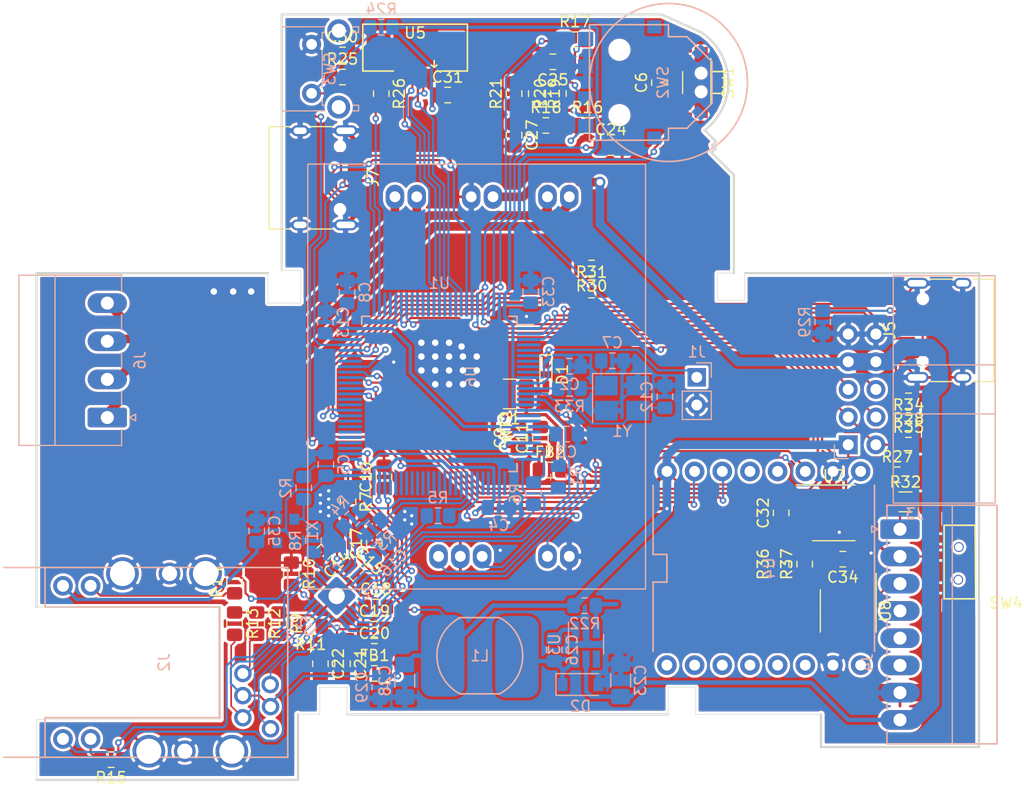
<source format=kicad_pcb>
(kicad_pcb (version 20171130) (host pcbnew "(5.1.5)-3")
  (layers (0 F.Cu signal) (31 B.Cu signal) (34 B.Paste user hide) (35 F.Paste user hide) (36 B.SilkS user) (37 F.SilkS user) (38 B.Mask user hide) (39 F.Mask user hide) (44 Edge.Cuts user hide))
  (net 0 "")
  (net 1 GND)
  (net 2 +3V3)
  (net 3 NRST)
  (net 4 "Net-(C7-Pad2)")
  (net 5 GNDA)
  (net 6 +3.3VA)
  (net 7 "Net-(C10-Pad1)")
  (net 8 "Net-(C12-Pad2)")
  (net 9 "Net-(C13-Pad1)")
  (net 10 "Net-(C14-Pad1)")
  (net 11 ETH_MDIO)
  (net 12 "Net-(R2-Pad2)")
  (net 13 ETH_RX0)
  (net 14 "Net-(R3-Pad1)")
  (net 15 "Net-(R4-Pad2)")
  (net 16 ETH_RX1)
  (net 17 "Net-(R5-Pad2)")
  (net 18 "Net-(R6-Pad2)")
  (net 19 ETH_CRS)
  (net 20 "Net-(R7-Pad2)")
  (net 21 "Net-(R8-Pad2)")
  (net 22 "Net-(R10-Pad2)")
  (net 23 /eth/LED2)
  (net 24 /eth/LED1)
  (net 25 ETH_TX1)
  (net 26 ETH_TX0)
  (net 27 ETH_TXEN)
  (net 28 ETH_MDC)
  (net 29 "Net-(D1-Pad1)")
  (net 30 "Net-(J2-Pad13)")
  (net 31 "Net-(J2-Pad15)")
  (net 32 /eth/TX_P)
  (net 33 /eth/TX_N)
  (net 34 /eth/RX_N)
  (net 35 /eth/RX_P)
  (net 36 +24V)
  (net 37 ROT_A)
  (net 38 ROT_B)
  (net 39 /io/CB)
  (net 40 ROT_S)
  (net 41 SWITCH)
  (net 42 /io/CANL)
  (net 43 /io/CANH)
  (net 44 "Net-(J6-Pad4)")
  (net 45 "Net-(J6-Pad3)")
  (net 46 "Net-(J6-Pad2)")
  (net 47 "Net-(J6-Pad1)")
  (net 48 "Net-(R16-Pad1)")
  (net 49 "Net-(R17-Pad2)")
  (net 50 "Net-(R20-Pad2)")
  (net 51 "Net-(R22-Pad2)")
  (net 52 "Net-(R24-Pad2)")
  (net 53 "Net-(R26-Pad1)")
  (net 54 "Net-(R27-Pad1)")
  (net 55 "Net-(J5-PadA5)")
  (net 56 "Net-(J5-PadB5)")
  (net 57 VBUS)
  (net 58 "Net-(J5-PadA4)")
  (net 59 LCD_MOSI)
  (net 60 CANT)
  (net 61 CANR)
  (net 62 SWDIO)
  (net 63 SWCLK)
  (net 64 "Net-(U4-Pad8)")
  (net 65 "Net-(U4-Pad6)")
  (net 66 /io/SW)
  (net 67 USB-)
  (net 68 USB+)
  (net 69 "Net-(J7-PadA4)")
  (net 70 "Net-(R32-Pad2)")
  (net 71 "Net-(R33-Pad1)")
  (net 72 INT2)
  (net 73 INT1)
  (net 74 SDA1)
  (net 75 SCL1)
  (net 76 /io/1wire)
  (net 77 LCD_BL)
  (net 78 SDA2)
  (net 79 SCL2)
  (net 80 LCD_SCK)
  (net 81 RX1)
  (net 82 TX1)
  (net 83 MP3_MRX)
  (net 84 MP3_MTX)
  (net 85 LCD_RST)
  (net 86 LCD_RS)
  (net 87 INT0)
  (net 88 ETH_RXER)
  (net 89 /eth/VDD2A)
  (net 90 MP3_MUTE)
  (net 91 ETH_CLK)
  (module Diode_SMD:D_SC-80_HandSoldering (layer F.Cu) (at 103.505 67.056 270)
    (fp_text reference D1 (at 0 -1.5 90) (layer F.SilkS))
    (fp_text value D)
    (pad 1 smd rect (at -1.1 0 270) (size 1.1 0.6) (layers F.Cu F.Paste F.Mask) (net 29 "Net-(D1-Pad1)"))
    (pad 2 smd rect (at 1.1 0 270) (size 1.1 0.6) (layers F.Cu F.Paste F.Mask) (net 2 +3V3))
  )
  (module sensact:MODULE_TPA3110stereo_woScrewa (layer B.Cu) (at 112.649 86.741 90)
    (fp_text reference U6 (at 19.5 -16 270) (layer B.SilkS) (effects (justify mirror)))
    (fp_text value MODULE_TPA3110stereo)
    (pad 11 thru_hole oval (at 36 -7 90) (size 2.2 1.7) (drill 1) (layers *.Cu *.Mask) (net 47 "Net-(J6-Pad1)"))
    (pad 10 thru_hole oval (at 36 -9 90) (size 2.2 1.7) (drill 1) (layers *.Cu *.Mask) (net 46 "Net-(J6-Pad2)"))
    (pad 9 thru_hole oval (at 36 -14 90) (size 2.2 1.7) (drill 1) (layers *.Cu *.Mask) (net 36 +24V))
    (pad 8 thru_hole oval (at 36 -16 90) (size 2.2 1.7) (drill 1) (layers *.Cu *.Mask) (net 1 GND))
    (pad 7 thru_hole oval (at 36 -21 90) (size 2.2 1.7) (drill 1) (layers *.Cu *.Mask) (net 45 "Net-(J6-Pad3)"))
    (pad 6 thru_hole oval (at 36 -23 90) (size 2.2 1.7) (drill 1) (layers *.Cu *.Mask) (net 44 "Net-(J6-Pad4)"))
    (pad 5 thru_hole oval (at 3 -19 90) (size 2.2 1.7) (drill 1) (layers *.Cu *.Mask) (net 64 "Net-(U4-Pad8)"))
    (pad 2 thru_hole oval (at 3 -9 90) (size 2.2 1.7) (drill 1) (layers *.Cu *.Mask) (net 90 MP3_MUTE))
    (pad 1 thru_hole oval (at 3 -7 90) (size 2.2 1.7) (drill 1) (layers *.Cu *.Mask) (net 1 GND))
    (pad 3 thru_hole oval (at 3 -15 90) (size 2.2 1.7) (drill 1) (layers *.Cu *.Mask) (net 65 "Net-(U4-Pad6)"))
    (pad 4 thru_hole oval (at 3 -17 90) (size 2.2 1.7) (drill 1) (layers *.Cu *.Mask) (net 1 GND))
  )
  (module Capacitor_SMD:C_0805_2012Metric_Pad1.15x1.40mm_HandSolder (layer B.Cu) (at 88.392 83.185 45)
    (fp_text reference C16 (at 0 1.65 45) (layer B.SilkS) (effects (justify mirror)))
    (fp_text value u1)
    (pad 2 smd roundrect (at 1.025 0 45) (size 1.15 1.4) (layers B.Cu B.Paste B.Mask) (roundrect_rratio 0.217391) (net 1 GND))
    (pad 1 smd roundrect (at -1.025 0 45) (size 1.15 1.4) (layers B.Cu B.Paste B.Mask) (roundrect_rratio 0.217391) (net 2 +3V3))
  )
  (module Resistor_SMD:R_0805_2012Metric_Pad1.15x1.40mm_HandSolder (layer B.Cu) (at 93.599 80.01 180)
    (fp_text reference R5 (at 0 1.65) (layer B.SilkS) (effects (justify mirror)))
    (fp_text value 33R)
    (pad 2 smd roundrect (at 1.025 0 180) (size 1.15 1.4) (layers B.Cu B.Paste B.Mask) (roundrect_rratio 0.217391) (net 17 "Net-(R5-Pad2)"))
    (pad 1 smd roundrect (at -1.025 0 180) (size 1.15 1.4) (layers B.Cu B.Paste B.Mask) (roundrect_rratio 0.217391) (net 88 ETH_RXER))
  )
  (module Resistor_SMD:R_0805_2012Metric_Pad1.15x1.40mm_HandSolder (layer B.Cu) (at 87.63 81.153 45)
    (fp_text reference R3 (at 0 1.65 45) (layer B.SilkS) (effects (justify mirror)))
    (fp_text value 33R)
    (pad 2 smd roundrect (at 1.025 0 45) (size 1.15 1.4) (layers B.Cu B.Paste B.Mask) (roundrect_rratio 0.217391) (net 13 ETH_RX0))
    (pad 1 smd roundrect (at -1.025 0 45) (size 1.15 1.4) (layers B.Cu B.Paste B.Mask) (roundrect_rratio 0.217391) (net 14 "Net-(R3-Pad1)"))
  )
  (module Resistor_SMD:R_0805_2012Metric_Pad1.15x1.40mm_HandSolder (layer F.Cu) (at 125.095 84.455 90)
    (fp_text reference R36 (at 0 -1.65 90) (layer F.SilkS))
    (fp_text value 2k2)
    (pad 2 smd roundrect (at 1.025 0 90) (size 1.15 1.4) (layers F.Cu F.Paste F.Mask) (roundrect_rratio 0.217391) (net 2 +3V3))
    (pad 1 smd roundrect (at -1.025 0 90) (size 1.15 1.4) (layers F.Cu F.Paste F.Mask) (roundrect_rratio 0.217391) (net 78 SDA2))
  )
  (module Capacitor_SMD:C_0805_2012Metric_Pad1.15x1.40mm_HandSolder (layer F.Cu) (at 86.143216 85.344 315)
    (fp_text reference C15 (at 0 -1.65 135) (layer F.SilkS))
    (fp_text value 2u2)
    (pad 2 smd roundrect (at 1.025 0 315) (size 1.15 1.4) (layers F.Cu F.Paste F.Mask) (roundrect_rratio 0.217391) (net 1 GND))
    (pad 1 smd roundrect (at -1.025 0 315) (size 1.15 1.4) (layers F.Cu F.Paste F.Mask) (roundrect_rratio 0.217391) (net 10 "Net-(C14-Pad1)"))
  )
  (module Capacitor_SMD:C_0805_2012Metric_Pad1.15x1.40mm_HandSolder (layer F.Cu) (at 83.185 83.312 225)
    (fp_text reference C14 (at 0 -1.65 45) (layer F.SilkS))
    (fp_text value u1)
    (pad 2 smd roundrect (at 1.025 0 225) (size 1.15 1.4) (layers F.Cu F.Paste F.Mask) (roundrect_rratio 0.217391) (net 1 GND))
    (pad 1 smd roundrect (at -1.025 0 225) (size 1.15 1.4) (layers F.Cu F.Paste F.Mask) (roundrect_rratio 0.217391) (net 10 "Net-(C14-Pad1)"))
  )
  (module Capacitor_SMD:C_0805_2012Metric_Pad1.15x1.40mm_HandSolder (layer F.Cu) (at 82.804 93.599 270)
    (fp_text reference C22 (at 0 -1.65 90) (layer F.SilkS))
    (fp_text value 10n)
    (pad 2 smd roundrect (at 1.025 0 270) (size 1.15 1.4) (layers F.Cu F.Paste F.Mask) (roundrect_rratio 0.217391) (net 1 GND))
    (pad 1 smd roundrect (at -1.025 0 270) (size 1.15 1.4) (layers F.Cu F.Paste F.Mask) (roundrect_rratio 0.217391) (net 89 /eth/VDD2A))
  )
  (module Resistor_SMD:R_0805_2012Metric_Pad1.15x1.40mm_HandSolder (layer F.Cu) (at 81.915 90.17 180)
    (fp_text reference R11 (at 0 -1.65) (layer F.SilkS))
    (fp_text value 49R)
    (pad 2 smd roundrect (at 1.025 0 180) (size 1.15 1.4) (layers F.Cu F.Paste F.Mask) (roundrect_rratio 0.217391) (net 33 /eth/TX_N))
    (pad 1 smd roundrect (at -1.025 0 180) (size 1.15 1.4) (layers F.Cu F.Paste F.Mask) (roundrect_rratio 0.217391) (net 89 /eth/VDD2A))
  )
  (module Capacitor_SMD:C_0805_2012Metric_Pad1.15x1.40mm_HandSolder (layer F.Cu) (at 88.646 76.454 90)
    (fp_text reference C10 (at 0 -1.65 90) (layer F.SilkS))
    (fp_text value 2u2)
    (pad 2 smd roundrect (at 1.025 0 90) (size 1.15 1.4) (layers F.Cu F.Paste F.Mask) (roundrect_rratio 0.217391) (net 1 GND))
    (pad 1 smd roundrect (at -1.025 0 90) (size 1.15 1.4) (layers F.Cu F.Paste F.Mask) (roundrect_rratio 0.217391) (net 7 "Net-(C10-Pad1)"))
  )
  (module Capacitor_SMD:C_0805_2012Metric_Pad1.15x1.40mm_HandSolder (layer B.Cu) (at 105.41 72.517)
    (fp_text reference C3 (at 0 1.65) (layer B.SilkS) (effects (justify mirror)))
    (fp_text value u1)
    (pad 2 smd roundrect (at 1.025 0) (size 1.15 1.4) (layers B.Cu B.Paste B.Mask) (roundrect_rratio 0.217391) (net 1 GND))
    (pad 1 smd roundrect (at -1.025 0) (size 1.15 1.4) (layers B.Cu B.Paste B.Mask) (roundrect_rratio 0.217391) (net 2 +3V3))
  )
  (module sensact:QFN-24-1EP_4x4mm_P0.5mm_EP2.6x2.6mm_handsolder (layer B.Cu) (at 84.297761 87.376 315)
    (fp_text reference U2 (at 0 4 135) (layer B.SilkS) (effects (justify mirror)))
    (fp_text value LAN8720A)
    (pad 24 smd roundrect (at -1.25 2.2375 315) (size 0.25 1.425) (layers B.Cu B.Paste B.Mask) (net 22 "Net-(R10-Pad2)"))
    (pad 23 smd roundrect (at -0.75 2.2375 315) (size 0.25 1.425) (layers B.Cu B.Paste B.Mask) (net 35 /eth/RX_P))
    (pad 22 smd roundrect (at -0.25 2.2375 315) (size 0.25 1.425) (layers B.Cu B.Paste B.Mask) (net 34 /eth/RX_N))
    (pad 21 smd roundrect (at 0.25 2.2375 315) (size 0.25 1.425) (layers B.Cu B.Paste B.Mask) (net 32 /eth/TX_P))
    (pad 20 smd roundrect (at 0.75 2.2375 315) (size 0.25 1.425) (layers B.Cu B.Paste B.Mask) (net 33 /eth/TX_N))
    (pad 19 smd roundrect (at 1.25 2.2375 315) (size 0.25 1.425) (layers B.Cu B.Paste B.Mask) (net 89 /eth/VDD2A))
    (pad 18 smd roundrect (at 2.2375 1.25 315) (size 1.425 0.25) (layers B.Cu B.Paste B.Mask) (net 25 ETH_TX1))
    (pad 17 smd roundrect (at 2.2375 0.75 315) (size 1.425 0.25) (layers B.Cu B.Paste B.Mask) (net 26 ETH_TX0))
    (pad 16 smd roundrect (at 2.2375 0.25 315) (size 1.425 0.25) (layers B.Cu B.Paste B.Mask) (net 27 ETH_TXEN))
    (pad 15 smd roundrect (at 2.2375 -0.25 315) (size 1.425 0.25) (layers B.Cu B.Paste B.Mask) (net 3 NRST))
    (pad 14 smd roundrect (at 2.2375 -0.75 315) (size 1.425 0.25) (layers B.Cu B.Paste B.Mask) (net 20 "Net-(R7-Pad2)"))
    (pad 13 smd roundrect (at 2.2375 -1.25 315) (size 1.425 0.25) (layers B.Cu B.Paste B.Mask) (net 28 ETH_MDC))
    (pad 12 smd roundrect (at 1.25 -2.2375 315) (size 0.25 1.425) (layers B.Cu B.Paste B.Mask) (net 11 ETH_MDIO))
    (pad 11 smd roundrect (at 0.75 -2.2375 315) (size 0.25 1.425) (layers B.Cu B.Paste B.Mask) (net 18 "Net-(R6-Pad2)"))
    (pad 10 smd roundrect (at 0.25 -2.2375 315) (size 0.25 1.425) (layers B.Cu B.Paste B.Mask) (net 17 "Net-(R5-Pad2)"))
    (pad 9 smd roundrect (at -0.25 -2.2375 315) (size 0.25 1.425) (layers B.Cu B.Paste B.Mask) (net 2 +3V3))
    (pad 8 smd roundrect (at -0.75 -2.2375 315) (size 0.25 1.425) (layers B.Cu B.Paste B.Mask) (net 14 "Net-(R3-Pad1)"))
    (pad 7 smd roundrect (at -1.25 -2.2375 315) (size 0.25 1.425) (layers B.Cu B.Paste B.Mask) (net 15 "Net-(R4-Pad2)"))
    (pad 6 smd roundrect (at -2.2375 -1.25 315) (size 1.425 0.25) (layers B.Cu B.Paste B.Mask) (net 10 "Net-(C14-Pad1)"))
    (pad 5 smd roundrect (at -2.2375 -0.75 315) (size 1.425 0.25) (layers B.Cu B.Paste B.Mask) (net 21 "Net-(R8-Pad2)"))
    (pad 4 smd roundrect (at -2.2375 -0.25 315) (size 1.425 0.25) (layers B.Cu B.Paste B.Mask))
    (pad 3 smd roundrect (at -2.2375 0.25 315) (size 1.425 0.25) (layers B.Cu B.Paste B.Mask) (net 24 /eth/LED1))
    (pad 2 smd roundrect (at -2.2375 0.75 315) (size 1.425 0.25) (layers B.Cu B.Paste B.Mask) (net 23 /eth/LED2))
    (pad 1 smd roundrect (at -2.2375 1.25 315) (size 1.425 0.25) (layers B.Cu B.Paste B.Mask) (net 89 /eth/VDD2A))
    (pad 25 thru_hole roundrect (at 0 0 315) (size 2.6 2.6) (drill 1.5) (layers *.Cu *.Mask) (roundrect_rratio 0.096) (net 1 GND))
  )
  (module sensact:L834-1G1T-91 (layer B.Cu) (at 68.961 93.472 90)
    (fp_text reference J2 (at 0 -0.5 -90) (layer B.SilkS) (effects (justify mirror)))
    (fp_text value dr-mag-l834-1g1t-91)
    (pad 12 thru_hole circle (at -6.09 9.27 90) (size 1.6 1.6) (drill 1) (layers *.Cu *.Mask) (net 32 /eth/TX_P))
    (pad 10 thru_hole circle (at -2.03 9.24 90) (size 1.6 1.6) (drill 1) (layers *.Cu *.Mask) (net 33 /eth/TX_N))
    (pad 11 thru_hole circle (at -4.06 9.27 90) (size 1.6 1.6) (drill 1) (layers *.Cu *.Mask) (net 89 /eth/VDD2A))
    (pad 6 thru_hole circle (at -5.08 6.73 90) (size 1.6 1.6) (drill 1) (layers *.Cu *.Mask) (net 34 /eth/RX_N))
    (pad 5 thru_hole circle (at -3.05 6.73 90) (size 1.6 1.6) (drill 1) (layers *.Cu *.Mask) (net 89 /eth/VDD2A))
    (pad 4 thru_hole circle (at -1.02 6.73 90) (size 1.6 1.6) (drill 1) (layers *.Cu *.Mask) (net 35 /eth/RX_P))
    (pad 16 thru_hole circle (at -7.025 -9.78 90) (size 1.8 1.8) (drill 1.1) (layers *.Cu *.Mask) (net 2 +3V3))
    (pad 15 thru_hole circle (at -7.025 -7.24 90) (size 1.8 1.8) (drill 1.1) (layers *.Cu *.Mask) (net 31 "Net-(J2-Pad15)"))
    (pad 14 thru_hole circle (at 7.025 -9.78 90) (size 1.8 1.8) (drill 1.1) (layers *.Cu *.Mask) (net 2 +3V3))
    (pad 13 thru_hole circle (at 7.025 -7.24 90) (size 1.8 1.8) (drill 1.1) (layers *.Cu *.Mask) (net 30 "Net-(J2-Pad13)"))
    (pad SH thru_hole circle (at 8.155 -4.32 90) (size 3 3) (drill 2.31) (layers *.Cu *.Mask) (net 1 GND))
    (pad SH thru_hole circle (at 8.155 3.3 90) (size 3 3) (drill 2.31) (layers *.Cu *.Mask) (net 1 GND))
    (pad SH thru_hole circle (at -8.155 5.72 90) (size 3 3) (drill 2.31) (layers *.Cu *.Mask) (net 1 GND))
    (pad SH thru_hole circle (at -8.155 -1.9 90) (size 3 3) (drill 2.31) (layers *.Cu *.Mask) (net 1 GND))
    (pad SH thru_hole circle (at -8.155 1.4 90) (size 2 2) (drill 1.4) (layers *.Cu *.Mask) (net 1 GND))
    (pad SH thru_hole circle (at 8.155 0 90) (size 2 2) (drill 1.4) (layers *.Cu *.Mask) (net 1 GND))
  )
  (module Resistor_SMD:R_0805_2012Metric_Pad1.15x1.40mm_HandSolder (layer B.Cu) (at 104.648 76.454 90)
    (fp_text reference R1 (at 0 1.65 90) (layer B.SilkS) (effects (justify mirror)))
    (fp_text value 1K5)
    (pad 2 smd roundrect (at 1.025 0 90) (size 1.15 1.4) (layers B.Cu B.Paste B.Mask) (roundrect_rratio 0.217391) (net 2 +3V3))
    (pad 1 smd roundrect (at -1.025 0 90) (size 1.15 1.4) (layers B.Cu B.Paste B.Mask) (roundrect_rratio 0.217391) (net 11 ETH_MDIO))
  )
  (module Connector_USB:USB_C_Receptacle_HRO_TYPE-C-31-M-12 (layer F.Cu) (at 82 49 270)
    (fp_text reference J7 (at 0 -5.645 90) (layer F.SilkS))
    (fp_text value PROG)
    (pad S1 thru_hole oval (at 4.32 1.05 270) (size 1 1.6) (drill oval 0.6 1.2) (layers *.Cu *.Mask) (net 1 GND))
    (pad "" np_thru_hole circle (at 2.89 -2.6 270) (size 0.65 0.65) (drill 0.65) (layers *.Cu *.Mask))
    (pad S1 thru_hole oval (at -4.32 1.05 270) (size 1 1.6) (drill oval 0.6 1.2) (layers *.Cu *.Mask) (net 1 GND))
    (pad "" np_thru_hole circle (at -2.89 -2.6 270) (size 0.65 0.65) (drill 0.65) (layers *.Cu *.Mask))
    (pad S1 thru_hole oval (at -4.32 -3.13 270) (size 1 2.1) (drill oval 0.6 1.7) (layers *.Cu *.Mask) (net 1 GND))
    (pad S1 thru_hole oval (at 4.32 -3.13 270) (size 1 2.1) (drill oval 0.6 1.7) (layers *.Cu *.Mask) (net 1 GND))
    (pad A6 smd rect (at -0.25 -4.045 270) (size 0.3 1.45) (layers F.Cu F.Paste F.Mask) (net 62 SWDIO))
    (pad B5 smd rect (at 1.75 -4.045 270) (size 0.3 1.45) (layers F.Cu F.Paste F.Mask) (net 82 TX1))
    (pad A8 smd rect (at 1.25 -4.045 270) (size 0.3 1.45) (layers F.Cu F.Paste F.Mask) (net 81 RX1))
    (pad B6 smd rect (at 0.75 -4.045 270) (size 0.3 1.45) (layers F.Cu F.Paste F.Mask) (net 62 SWDIO))
    (pad A7 smd rect (at 0.25 -4.045 270) (size 0.3 1.45) (layers F.Cu F.Paste F.Mask) (net 63 SWCLK))
    (pad B7 smd rect (at -0.75 -4.045 270) (size 0.3 1.45) (layers F.Cu F.Paste F.Mask) (net 63 SWCLK))
    (pad A5 smd rect (at -1.25 -4.045 270) (size 0.3 1.45) (layers F.Cu F.Paste F.Mask) (net 82 TX1))
    (pad B8 smd rect (at -1.75 -4.045 270) (size 0.3 1.45) (layers F.Cu F.Paste F.Mask) (net 81 RX1))
    (pad A12 smd rect (at 3.25 -4.045 270) (size 0.6 1.45) (layers F.Cu F.Paste F.Mask) (net 1 GND))
    (pad B4 smd rect (at 2.45 -4.045 270) (size 0.6 1.45) (layers F.Cu F.Paste F.Mask) (net 69 "Net-(J7-PadA4)"))
    (pad A4 smd rect (at -2.45 -4.045 270) (size 0.6 1.45) (layers F.Cu F.Paste F.Mask) (net 69 "Net-(J7-PadA4)"))
    (pad A1 smd rect (at -3.25 -4.045 270) (size 0.6 1.45) (layers F.Cu F.Paste F.Mask) (net 1 GND))
    (pad B12 smd rect (at -3.25 -4.045 270) (size 0.6 1.45) (layers F.Cu F.Paste F.Mask) (net 1 GND))
    (pad B9 smd rect (at -2.45 -4.045 270) (size 0.6 1.45) (layers F.Cu F.Paste F.Mask) (net 69 "Net-(J7-PadA4)"))
    (pad A9 smd rect (at 2.45 -4.045 270) (size 0.6 1.45) (layers F.Cu F.Paste F.Mask) (net 69 "Net-(J7-PadA4)"))
    (pad B1 smd rect (at 3.25 -4.045 270) (size 0.6 1.45) (layers F.Cu F.Paste F.Mask) (net 1 GND))
  )
  (module Capacitor_SMD:C_0805_2012Metric_Pad1.15x1.40mm_HandSolder (layer B.Cu) (at 76.962 81.407 90)
    (fp_text reference C35 (at 0 1.65 90) (layer B.SilkS) (effects (justify mirror)))
    (fp_text value u1)
    (pad 2 smd roundrect (at 1.025 0 90) (size 1.15 1.4) (layers B.Cu B.Paste B.Mask) (roundrect_rratio 0.217391) (net 1 GND))
    (pad 1 smd roundrect (at -1.025 0 90) (size 1.15 1.4) (layers B.Cu B.Paste B.Mask) (roundrect_rratio 0.217391) (net 2 +3V3))
  )
  (module Crystal:Crystal_SMD_3225-4Pin_3.2x2.5mm_HandSoldering (layer B.Cu) (at 110.49 69.215)
    (fp_text reference Y1 (at 0 3.05 180) (layer B.SilkS) (effects (justify mirror)))
    (fp_text value Crystal_GND24)
    (pad 4 smd rect (at -1.45 1.15) (size 2.1 1.8) (layers B.Cu B.Paste B.Mask) (net 1 GND))
    (pad 3 smd rect (at 1.45 1.15) (size 2.1 1.8) (layers B.Cu B.Paste B.Mask) (net 8 "Net-(C12-Pad2)"))
    (pad 2 smd rect (at 1.45 -1.15) (size 2.1 1.8) (layers B.Cu B.Paste B.Mask) (net 1 GND))
    (pad 1 smd rect (at -1.45 -1.15) (size 2.1 1.8) (layers B.Cu B.Paste B.Mask) (net 4 "Net-(C7-Pad2)"))
  )
  (module Resistor_SMD:R_0805_2012Metric_Pad1.15x1.40mm_HandSolder (layer F.Cu) (at 107.696 57.277 180)
    (fp_text reference R30 (at 0 -1.65) (layer F.SilkS))
    (fp_text value 3k3)
    (pad 2 smd roundrect (at 1.025 0 180) (size 1.15 1.4) (layers F.Cu F.Paste F.Mask) (roundrect_rratio 0.217391) (net 57 VBUS))
    (pad 1 smd roundrect (at -1.025 0 180) (size 1.15 1.4) (layers F.Cu F.Paste F.Mask) (roundrect_rratio 0.217391) (net 1 GND))
  )
  (module Package_SO:SOIC-8_3.9x4.9mm_P1.27mm (layer F.Cu) (at 131.25 88.75 270)
    (fp_text reference U8 (at 0 -3.4 90) (layer F.SilkS))
    (fp_text value DS2482-100)
    (pad 8 smd roundrect (at 2.475 -1.905 270) (size 1.95 0.6) (layers F.Cu F.Paste F.Mask) (net 1 GND))
    (pad 7 smd roundrect (at 2.475 -0.635 270) (size 1.95 0.6) (layers F.Cu F.Paste F.Mask) (net 1 GND))
    (pad 6 smd roundrect (at 2.475 0.635 270) (size 1.95 0.6) (layers F.Cu F.Paste F.Mask))
    (pad 5 smd roundrect (at 2.475 1.905 270) (size 1.95 0.6) (layers F.Cu F.Paste F.Mask) (net 78 SDA2))
    (pad 4 smd roundrect (at -2.475 1.905 270) (size 1.95 0.6) (layers F.Cu F.Paste F.Mask) (net 79 SCL2))
    (pad 3 smd roundrect (at -2.475 0.635 270) (size 1.95 0.6) (layers F.Cu F.Paste F.Mask) (net 1 GND))
    (pad 2 smd roundrect (at -2.475 -0.635 270) (size 1.95 0.6) (layers F.Cu F.Paste F.Mask) (net 76 /io/1wire))
    (pad 1 smd roundrect (at -2.475 -1.905 270) (size 1.95 0.6) (layers F.Cu F.Paste F.Mask) (net 2 +3V3))
  )
  (module sensact:DFPlayerMini (layer B.Cu) (at 123.5 84.836 270)
    (fp_text reference U4 (at 0 -0.5 90) (layer B.SilkS) (effects (justify mirror)))
    (fp_text value DFPlayerMini)
    (pad 16 thru_hole circle (at 8.89 8.89 270) (size 1.8 1.8) (drill 1) (layers *.Cu *.Mask))
    (pad 15 thru_hole circle (at 8.89 6.35 270) (size 1.8 1.8) (drill 1) (layers *.Cu *.Mask))
    (pad 14 thru_hole circle (at 8.89 3.81 270) (size 1.8 1.8) (drill 1) (layers *.Cu *.Mask))
    (pad 13 thru_hole circle (at 8.89 1.27 270) (size 1.8 1.8) (drill 1) (layers *.Cu *.Mask))
    (pad 12 thru_hole circle (at 8.89 -1.27 270) (size 1.8 1.8) (drill 1) (layers *.Cu *.Mask))
    (pad 11 thru_hole circle (at 8.89 -3.81 270) (size 1.8 1.8) (drill 1) (layers *.Cu *.Mask))
    (pad 10 thru_hole circle (at 8.89 -6.35 270) (size 1.8 1.8) (drill 1) (layers *.Cu *.Mask) (net 1 GND))
    (pad 9 thru_hole circle (at 8.89 -8.89 270) (size 1.8 1.8) (drill 1) (layers *.Cu *.Mask))
    (pad 8 thru_hole circle (at -8.89 -8.89 270) (size 1.8 1.8) (drill 1) (layers *.Cu *.Mask) (net 64 "Net-(U4-Pad8)"))
    (pad 7 thru_hole circle (at -8.89 -6.35 270) (size 1.8 1.8) (drill 1) (layers *.Cu *.Mask) (net 1 GND))
    (pad 6 thru_hole circle (at -8.89 -3.81 270) (size 1.8 1.8) (drill 1) (layers *.Cu *.Mask) (net 65 "Net-(U4-Pad6)"))
    (pad 5 thru_hole circle (at -8.89 -1.27 270) (size 1.8 1.8) (drill 1) (layers *.Cu *.Mask))
    (pad 4 thru_hole circle (at -8.89 1.27 270) (size 1.8 1.8) (drill 1) (layers *.Cu *.Mask))
    (pad 3 thru_hole circle (at -8.89 3.81 270) (size 1.8 1.8) (drill 1) (layers *.Cu *.Mask) (net 83 MP3_MRX))
    (pad 2 thru_hole circle (at -8.89 6.35 270) (size 1.8 1.8) (drill 1) (layers *.Cu *.Mask) (net 84 MP3_MTX))
    (pad 1 thru_hole circle (at -8.89 8.89 270) (size 1.8 1.8) (drill 1) (layers *.Cu *.Mask) (net 2 +3V3))
  )
  (module sensact:LQFP-100_14x14mm_Pitch0.5mm_hnadsolder (layer B.Cu) (at 93.726 68.834 180)
    (fp_text reference U1 (at 0 10.16) (layer B.SilkS) (effects (justify mirror)))
    (fp_text value STM32F407VETx hide)
    (pad 100 smd rect (at -6 8.2 90) (size 2.2 0.28) (layers B.Cu B.Paste B.Mask) (net 2 +3V3))
    (pad 99 smd rect (at -5.5 8.2 90) (size 2.2 0.28) (layers B.Cu B.Paste B.Mask) (net 1 GND))
    (pad 98 smd rect (at -5 8.2 90) (size 2.2 0.28) (layers B.Cu B.Paste B.Mask) (net 40 ROT_S))
    (pad 97 smd rect (at -4.5 8.2 90) (size 2.2 0.28) (layers B.Cu B.Paste B.Mask))
    (pad 96 smd rect (at -4 8.2 90) (size 2.2 0.28) (layers B.Cu B.Paste B.Mask) (net 74 SDA1))
    (pad 95 smd rect (at -3.5 8.2 90) (size 2.2 0.28) (layers B.Cu B.Paste B.Mask) (net 75 SCL1))
    (pad 94 smd rect (at -3 8.2 90) (size 2.2 0.28) (layers B.Cu B.Paste B.Mask) (net 1 GND))
    (pad 93 smd rect (at -2.5 8.2 90) (size 2.2 0.28) (layers B.Cu B.Paste B.Mask) (net 81 RX1))
    (pad 92 smd rect (at -2 8.2 90) (size 2.2 0.28) (layers B.Cu B.Paste B.Mask) (net 82 TX1))
    (pad 91 smd rect (at -1.5 8.2 90) (size 2.2 0.28) (layers B.Cu B.Paste B.Mask) (net 59 LCD_MOSI))
    (pad 90 smd rect (at -1 8.2 90) (size 2.2 0.28) (layers B.Cu B.Paste B.Mask))
    (pad 89 smd rect (at -0.5 8.2 90) (size 2.2 0.28) (layers B.Cu B.Paste B.Mask) (net 80 LCD_SCK))
    (pad 88 smd rect (at 0 8.2 90) (size 2.2 0.28) (layers B.Cu B.Paste B.Mask) (net 86 LCD_RS))
    (pad 87 smd rect (at 0.5 8.2 90) (size 2.2 0.28) (layers B.Cu B.Paste B.Mask) (net 85 LCD_RST))
    (pad 86 smd rect (at 1 8.2 90) (size 2.2 0.28) (layers B.Cu B.Paste B.Mask))
    (pad 85 smd rect (at 1.5 8.2 90) (size 2.2 0.28) (layers B.Cu B.Paste B.Mask))
    (pad 84 smd rect (at 2 8.2 90) (size 2.2 0.28) (layers B.Cu B.Paste B.Mask))
    (pad 83 smd rect (at 2.5 8.2 90) (size 2.2 0.28) (layers B.Cu B.Paste B.Mask))
    (pad 82 smd rect (at 3 8.2 90) (size 2.2 0.28) (layers B.Cu B.Paste B.Mask) (net 60 CANT))
    (pad 81 smd rect (at 3.5 8.2 90) (size 2.2 0.28) (layers B.Cu B.Paste B.Mask) (net 61 CANR))
    (pad 80 smd rect (at 4 8.2 90) (size 2.2 0.28) (layers B.Cu B.Paste B.Mask))
    (pad 79 smd rect (at 4.5 8.2 90) (size 2.2 0.28) (layers B.Cu B.Paste B.Mask))
    (pad 78 smd rect (at 5 8.2 90) (size 2.2 0.28) (layers B.Cu B.Paste B.Mask))
    (pad 77 smd rect (at 5.5 8.2 90) (size 2.2 0.28) (layers B.Cu B.Paste B.Mask) (net 77 LCD_BL))
    (pad 50 smd rect (at 6 -8.2 90) (size 2.2 0.28) (layers B.Cu B.Paste B.Mask) (net 2 +3V3))
    (pad 49 smd rect (at 5.5 -8.2 90) (size 2.2 0.28) (layers B.Cu B.Paste B.Mask) (net 7 "Net-(C10-Pad1)"))
    (pad 48 smd rect (at 5 -8.2 90) (size 2.2 0.28) (layers B.Cu B.Paste B.Mask) (net 27 ETH_TXEN))
    (pad 47 smd rect (at 4.5 -8.2 90) (size 2.2 0.28) (layers B.Cu B.Paste B.Mask))
    (pad 46 smd rect (at 4 -8.2 90) (size 2.2 0.28) (layers B.Cu B.Paste B.Mask))
    (pad 45 smd rect (at 3.5 -8.2 90) (size 2.2 0.28) (layers B.Cu B.Paste B.Mask))
    (pad 44 smd rect (at 3 -8.2 90) (size 2.2 0.28) (layers B.Cu B.Paste B.Mask))
    (pad 43 smd rect (at 2.5 -8.2 90) (size 2.2 0.28) (layers B.Cu B.Paste B.Mask))
    (pad 42 smd rect (at 2 -8.2 90) (size 2.2 0.28) (layers B.Cu B.Paste B.Mask))
    (pad 41 smd rect (at 1.5 -8.2 90) (size 2.2 0.28) (layers B.Cu B.Paste B.Mask))
    (pad 40 smd rect (at 1 -8.2 90) (size 2.2 0.28) (layers B.Cu B.Paste B.Mask))
    (pad 39 smd rect (at 0.5 -8.2 90) (size 2.2 0.28) (layers B.Cu B.Paste B.Mask))
    (pad 38 smd rect (at 0 -8.2 90) (size 2.2 0.28) (layers B.Cu B.Paste B.Mask))
    (pad 37 smd rect (at -0.5 -8.2 90) (size 2.2 0.28) (layers B.Cu B.Paste B.Mask) (net 41 SWITCH))
    (pad 36 smd rect (at -1 -8.2 90) (size 2.2 0.28) (layers B.Cu B.Paste B.Mask))
    (pad 35 smd rect (at -1.5 -8.2 90) (size 2.2 0.28) (layers B.Cu B.Paste B.Mask))
    (pad 34 smd rect (at -2 -8.2 90) (size 2.2 0.28) (layers B.Cu B.Paste B.Mask) (net 16 ETH_RX1))
    (pad 33 smd rect (at -2.5 -8.2 90) (size 2.2 0.28) (layers B.Cu B.Paste B.Mask) (net 13 ETH_RX0))
    (pad 32 smd rect (at -3 -8.2 90) (size 2.2 0.28) (layers B.Cu B.Paste B.Mask) (net 88 ETH_RXER))
    (pad 31 smd rect (at -3.5 -8.2 90) (size 2.2 0.28) (layers B.Cu B.Paste B.Mask) (net 90 MP3_MUTE))
    (pad 30 smd rect (at -4 -8.2 90) (size 2.2 0.28) (layers B.Cu B.Paste B.Mask))
    (pad 29 smd rect (at -4.5 -8.2 90) (size 2.2 0.28) (layers B.Cu B.Paste B.Mask))
    (pad 28 smd rect (at -5 -8.2 90) (size 2.2 0.28) (layers B.Cu B.Paste B.Mask) (net 2 +3V3))
    (pad 27 smd rect (at -5.5 -8.2 90) (size 2.2 0.28) (layers B.Cu B.Paste B.Mask) (net 1 GND))
    (pad 75 smd rect (at 8.2 6 180) (size 2.2 0.28) (layers B.Cu B.Paste B.Mask) (net 2 +3V3))
    (pad 74 smd rect (at 8.2 5.5 180) (size 2.2 0.28) (layers B.Cu B.Paste B.Mask) (net 1 GND))
    (pad 73 smd rect (at 8.2 5 180) (size 2.2 0.28) (layers B.Cu B.Paste B.Mask) (net 9 "Net-(C13-Pad1)"))
    (pad 72 smd rect (at 8.2 4.5 180) (size 2.2 0.28) (layers B.Cu B.Paste B.Mask) (net 62 SWDIO))
    (pad 71 smd rect (at 8.2 4 180) (size 2.2 0.28) (layers B.Cu B.Paste B.Mask) (net 68 USB+))
    (pad 70 smd rect (at 8.2 3.5 180) (size 2.2 0.28) (layers B.Cu B.Paste B.Mask) (net 67 USB-))
    (pad 69 smd rect (at 8.2 3 180) (size 2.2 0.28) (layers B.Cu B.Paste B.Mask))
    (pad 68 smd rect (at 8.2 2.5 180) (size 2.2 0.28) (layers B.Cu B.Paste B.Mask) (net 57 VBUS))
    (pad 67 smd rect (at 8.2 2 180) (size 2.2 0.28) (layers B.Cu B.Paste B.Mask) (net 79 SCL2))
    (pad 66 smd rect (at 8.2 1.5 180) (size 2.2 0.28) (layers B.Cu B.Paste B.Mask) (net 78 SDA2))
    (pad 65 smd rect (at 8.2 1 180) (size 2.2 0.28) (layers B.Cu B.Paste B.Mask))
    (pad 64 smd rect (at 8.2 0.5 180) (size 2.2 0.28) (layers B.Cu B.Paste B.Mask) (net 83 MP3_MRX))
    (pad 63 smd rect (at 8.2 0 180) (size 2.2 0.28) (layers B.Cu B.Paste B.Mask) (net 84 MP3_MTX))
    (pad 62 smd rect (at 8.2 -0.5 180) (size 2.2 0.28) (layers B.Cu B.Paste B.Mask))
    (pad 61 smd rect (at 8.2 -1 180) (size 2.2 0.28) (layers B.Cu B.Paste B.Mask))
    (pad 60 smd rect (at 8.2 -1.5 180) (size 2.2 0.28) (layers B.Cu B.Paste B.Mask) (net 38 ROT_B))
    (pad 59 smd rect (at 8.2 -2 180) (size 2.2 0.28) (layers B.Cu B.Paste B.Mask) (net 37 ROT_A))
    (pad 58 smd rect (at 8.2 -2.5 180) (size 2.2 0.28) (layers B.Cu B.Paste B.Mask))
    (pad 57 smd rect (at 8.2 -3 180) (size 2.2 0.28) (layers B.Cu B.Paste B.Mask))
    (pad 56 smd rect (at 8.2 -3.5 180) (size 2.2 0.28) (layers B.Cu B.Paste B.Mask))
    (pad 55 smd rect (at 8.2 -4 180) (size 2.2 0.28) (layers B.Cu B.Paste B.Mask))
    (pad 54 smd rect (at 8.2 -4.5 180) (size 2.2 0.28) (layers B.Cu B.Paste B.Mask))
    (pad 53 smd rect (at 8.2 -5 180) (size 2.2 0.28) (layers B.Cu B.Paste B.Mask))
    (pad 52 smd rect (at 8.2 -5.5 180) (size 2.2 0.28) (layers B.Cu B.Paste B.Mask) (net 25 ETH_TX1))
    (pad 25 smd rect (at -8.2 -6 180) (size 2.2 0.28) (layers B.Cu B.Paste B.Mask) (net 11 ETH_MDIO))
    (pad 24 smd rect (at -8.2 -5.5 180) (size 2.2 0.28) (layers B.Cu B.Paste B.Mask) (net 91 ETH_CLK))
    (pad 23 smd rect (at -8.2 -5 180) (size 2.2 0.28) (layers B.Cu B.Paste B.Mask) (net 19 ETH_CRS))
    (pad 22 smd rect (at -8.2 -4.5 180) (size 2.2 0.28) (layers B.Cu B.Paste B.Mask) (net 6 +3.3VA))
    (pad 21 smd rect (at -8.2 -4 180) (size 2.2 0.28) (layers B.Cu B.Paste B.Mask) (net 6 +3.3VA))
    (pad 20 smd rect (at -8.2 -3.5 180) (size 2.2 0.28) (layers B.Cu B.Paste B.Mask) (net 5 GNDA))
    (pad 19 smd rect (at -8.2 -3 180) (size 2.2 0.28) (layers B.Cu B.Paste B.Mask) (net 2 +3V3))
    (pad 18 smd rect (at -8.2 -2.5 180) (size 2.2 0.28) (layers B.Cu B.Paste B.Mask))
    (pad 17 smd rect (at -8.2 -2 180) (size 2.2 0.28) (layers B.Cu B.Paste B.Mask))
    (pad 16 smd rect (at -8.2 -1.5 180) (size 2.2 0.28) (layers B.Cu B.Paste B.Mask) (net 28 ETH_MDC))
    (pad 15 smd rect (at -8.2 -1 180) (size 2.2 0.28) (layers B.Cu B.Paste B.Mask) (net 2 +3V3))
    (pad 14 smd rect (at -8.2 -0.5 180) (size 2.2 0.28) (layers B.Cu B.Paste B.Mask) (net 3 NRST))
    (pad 13 smd rect (at -8.2 0 180) (size 2.2 0.28) (layers B.Cu B.Paste B.Mask) (net 8 "Net-(C12-Pad2)"))
    (pad 12 smd rect (at -8.2 0.5 180) (size 2.2 0.28) (layers B.Cu B.Paste B.Mask) (net 71 "Net-(R33-Pad1)"))
    (pad 11 smd rect (at -8.2 1 180) (size 2.2 0.28) (layers B.Cu B.Paste B.Mask) (net 2 +3V3))
    (pad 10 smd rect (at -8.2 1.5 180) (size 2.2 0.28) (layers B.Cu B.Paste B.Mask) (net 1 GND))
    (pad 9 smd rect (at -8.2 2 180) (size 2.2 0.28) (layers B.Cu B.Paste B.Mask))
    (pad 8 smd rect (at -8.2 2.5 180) (size 2.2 0.28) (layers B.Cu B.Paste B.Mask))
    (pad 7 smd rect (at -8.2 3 180) (size 2.2 0.28) (layers B.Cu B.Paste B.Mask))
    (pad 6 smd rect (at -8.2 3.5 180) (size 2.2 0.28) (layers B.Cu B.Paste B.Mask) (net 29 "Net-(D1-Pad1)"))
    (pad 5 smd rect (at -8.2 4 180) (size 2.2 0.28) (layers B.Cu B.Paste B.Mask))
    (pad 4 smd rect (at -8.2 4.5 180) (size 2.2 0.28) (layers B.Cu B.Paste B.Mask))
    (pad 3 smd rect (at -8.2 5 180) (size 2.2 0.28) (layers B.Cu B.Paste B.Mask) (net 72 INT2))
    (pad 2 smd rect (at -8.2 5.5 180) (size 2.2 0.28) (layers B.Cu B.Paste B.Mask) (net 73 INT1))
    (pad 76 smd rect (at 6 8.2 90) (size 2.2 0.28) (layers B.Cu B.Paste B.Mask) (net 63 SWCLK))
    (pad 51 smd rect (at 8.2 -6 180) (size 2.2 0.28) (layers B.Cu B.Paste B.Mask) (net 26 ETH_TX0))
    (pad 26 smd rect (at -6 -8.2 90) (size 2.2 0.28) (layers B.Cu B.Paste B.Mask))
    (pad 1 smd rect (at -8.2 6 180) (size 2.2 0.28) (layers B.Cu B.Paste B.Mask) (net 87 INT0))
  )
  (module Resistor_SMD:R_0805_2012Metric_Pad1.15x1.40mm_HandSolder (layer F.Cu) (at 127.254 84.455 90)
    (fp_text reference R37 (at 0 -1.65 90) (layer F.SilkS))
    (fp_text value 2k2)
    (pad 2 smd roundrect (at 1.025 0 90) (size 1.15 1.4) (layers F.Cu F.Paste F.Mask) (roundrect_rratio 0.217391) (net 2 +3V3))
    (pad 1 smd roundrect (at -1.025 0 90) (size 1.15 1.4) (layers F.Cu F.Paste F.Mask) (roundrect_rratio 0.217391) (net 79 SCL2))
  )
  (module Resistor_SMD:R_0805_2012Metric_Pad1.15x1.40mm_HandSolder (layer F.Cu) (at 136.779 73.533)
    (fp_text reference R35 (at 0 -1.65) (layer F.SilkS))
    (fp_text value 2k2)
    (pad 2 smd roundrect (at 1.025 0) (size 1.15 1.4) (layers F.Cu F.Paste F.Mask) (roundrect_rratio 0.217391) (net 2 +3V3))
    (pad 1 smd roundrect (at -1.025 0) (size 1.15 1.4) (layers F.Cu F.Paste F.Mask) (roundrect_rratio 0.217391) (net 75 SCL1))
  )
  (module Resistor_SMD:R_0805_2012Metric_Pad1.15x1.40mm_HandSolder (layer F.Cu) (at 136.788 71.501)
    (fp_text reference R34 (at 0 -1.65) (layer F.SilkS))
    (fp_text value 2k2)
    (pad 2 smd roundrect (at 1.025 0) (size 1.15 1.4) (layers F.Cu F.Paste F.Mask) (roundrect_rratio 0.217391) (net 2 +3V3))
    (pad 1 smd roundrect (at -1.025 0) (size 1.15 1.4) (layers F.Cu F.Paste F.Mask) (roundrect_rratio 0.217391) (net 74 SDA1))
  )
  (module Capacitor_SMD:C_0805_2012Metric_Pad1.15x1.40mm_HandSolder (layer F.Cu) (at 130.75 84 180)
    (fp_text reference C34 (at 0 -1.65) (layer F.SilkS))
    (fp_text value u1)
    (pad 2 smd roundrect (at 1.025 0 180) (size 1.15 1.4) (layers F.Cu F.Paste F.Mask) (roundrect_rratio 0.217391) (net 1 GND))
    (pad 1 smd roundrect (at -1.025 0 180) (size 1.15 1.4) (layers F.Cu F.Paste F.Mask) (roundrect_rratio 0.217391) (net 2 +3V3))
  )
  (module Resistor_SMD:R_0805_2012Metric_Pad1.15x1.40mm_HandSolder (layer F.Cu) (at 103.886 75.819)
    (fp_text reference FB2 (at 0 -1.65) (layer F.SilkS))
    (fp_text value Ferrite_Bead_Small)
    (pad 2 smd roundrect (at 1.025 0) (size 1.15 1.4) (layers F.Cu F.Paste F.Mask) (roundrect_rratio 0.217391) (net 2 +3V3))
    (pad 1 smd roundrect (at -1.025 0) (size 1.15 1.4) (layers F.Cu F.Paste F.Mask) (roundrect_rratio 0.217391) (net 6 +3.3VA))
  )
  (module Capacitor_SMD:C_0805_2012Metric_Pad1.15x1.40mm_HandSolder (layer F.Cu) (at 102.997 72.898 90)
    (fp_text reference C11 (at 0 -1.65 90) (layer F.SilkS))
    (fp_text value u1)
    (pad 2 smd roundrect (at 1.025 0 90) (size 1.15 1.4) (layers F.Cu F.Paste F.Mask) (roundrect_rratio 0.217391) (net 5 GNDA))
    (pad 1 smd roundrect (at -1.025 0 90) (size 1.15 1.4) (layers F.Cu F.Paste F.Mask) (roundrect_rratio 0.217391) (net 6 +3.3VA))
  )
  (module Capacitor_SMD:C_0805_2012Metric_Pad1.15x1.40mm_HandSolder (layer B.Cu) (at 102.108 59.436 90)
    (fp_text reference C33 (at 0 1.65 90) (layer B.SilkS) (effects (justify mirror)))
    (fp_text value u1)
    (pad 2 smd roundrect (at 1.025 0 90) (size 1.15 1.4) (layers B.Cu B.Paste B.Mask) (roundrect_rratio 0.217391) (net 1 GND))
    (pad 1 smd roundrect (at -1.025 0 90) (size 1.15 1.4) (layers B.Cu B.Paste B.Mask) (roundrect_rratio 0.217391) (net 2 +3V3))
  )
  (module Resistor_SMD:R_0805_2012Metric_Pad1.15x1.40mm_HandSolder (layer B.Cu) (at 105.664 68.326)
    (fp_text reference R33 (at 0 1.65) (layer B.SilkS) (effects (justify mirror)))
    (fp_text value R)
    (pad 2 smd roundrect (at 1.025 0) (size 1.15 1.4) (layers B.Cu B.Paste B.Mask) (roundrect_rratio 0.217391) (net 4 "Net-(C7-Pad2)"))
    (pad 1 smd roundrect (at -1.025 0) (size 1.15 1.4) (layers B.Cu B.Paste B.Mask) (roundrect_rratio 0.217391) (net 71 "Net-(R33-Pad1)"))
  )
  (module sensact:MSK12C02 (layer F.Cu) (at 142.748 88.138 180)
    (fp_text reference SW4 (at -3 0.1) (layer F.SilkS))
    (fp_text value SW_Push_SPDT)
    (pad "" np_thru_hole circle (at 1.35 5.25 180) (size 0.9 0.9) (drill 0.7) (layers *.Cu *.Mask))
    (pad "" np_thru_hole circle (at 1.4 2.25 180) (size 0.9 0.9) (drill 0.7) (layers *.Cu *.Mask))
    (pad NC smd rect (at 1.3 7.85 180) (size 2.8 1) (layers F.Cu F.Paste F.Mask))
    (pad 2 smd rect (at 3.2 4.5 270) (size 0.7 1) (layers F.Cu F.Paste F.Mask) (net 42 /io/CANL))
    (pad 3 smd rect (at 3.2 6 270) (size 0.7 1) (layers F.Cu F.Paste F.Mask) (net 70 "Net-(R32-Pad2)"))
    (pad 1 smd rect (at 3.2 1.5 270) (size 0.7 1) (layers F.Cu F.Paste F.Mask))
    (pad NC smd rect (at 1.3 -0.1 180) (size 2.8 1) (layers F.Cu F.Paste F.Mask))
  )
  (module Button_Switch_THT:SW_Tactile_SPST_Angled_PTS645Vx83-2LFS (layer B.Cu) (at 82 36.75 270)
    (fp_text reference SW3 (at 2.25 -1.68 270) (layer B.SilkS) (effects (justify mirror)))
    (fp_text value SW_Push)
    (pad "" thru_hole circle (at -1.25 -2.49 270) (size 2.1 2.1) (drill 1.3) (layers *.Cu *.Mask))
    (pad 1 thru_hole circle (at 0 0 270) (size 1.75 1.75) (drill 0.99) (layers *.Cu *.Mask) (net 1 GND))
    (pad 2 thru_hole circle (at 4.5 0 270) (size 1.75 1.75) (drill 0.99) (layers *.Cu *.Mask) (net 52 "Net-(R24-Pad2)"))
    (pad "" thru_hole circle (at 5.76 -2.49 270) (size 2.1 2.1) (drill 1.3) (layers *.Cu *.Mask))
  )
  (module sensact:Mitsumi_SIQ-02FVS3 (layer B.Cu) (at 114.75 40.25 90)
    (fp_text reference SW2 (at 0 -0.5 90) (layer B.SilkS) (effects (justify mirror)))
    (fp_text value Mitsumi_SIQ-02FVS3)
    (pad "" np_thru_hole circle (at 3 -4.5 90) (size 1.55 1.55) (drill 1.55) (layers *.Cu *.Mask))
    (pad "" np_thru_hole circle (at -3 -4.5 90) (size 1.55 1.55) (drill 1.55) (layers *.Cu *.Mask))
    (pad M smd rect (at 2.83 2.83 315) (size 0.85 1.2) (layers B.Cu B.Paste B.Mask))
    (pad M smd rect (at -2.83 2.83 45) (size 0.85 1.2) (layers B.Cu B.Paste B.Mask))
    (pad M smd rect (at 5.1 -1.3 90) (size 1.2 1.3) (layers B.Cu B.Paste B.Mask))
    (pad M smd rect (at -5.1 -1.3 90) (size 1.2 1.3) (layers B.Cu B.Paste B.Mask))
    (pad B smd rect (at 4 -7.6 90) (size 1.3 1.4) (layers B.Cu B.Paste B.Mask) (net 49 "Net-(R17-Pad2)"))
    (pad C smd rect (at 1.475 -7.6 90) (size 1.3 1.4) (layers B.Cu B.Paste B.Mask) (net 1 GND))
    (pad S smd rect (at -1.475 -7.6 90) (size 1.3 1.4) (layers B.Cu B.Paste B.Mask) (net 50 "Net-(R20-Pad2)"))
    (pad A smd rect (at -4 -7.6 90) (size 1.3 1.4) (layers B.Cu B.Paste B.Mask) (net 48 "Net-(R16-Pad1)"))
  )
  (module sensact:FPC_TOP_1x08-1MP_P0.50mm_Horizontal (layer F.Cu) (at 91.5 39 180)
    (fp_text reference U5 (at 0 3.3) (layer F.SilkS))
    (fp_text value FP-096H09A)
    (pad MP smd rect (at -3.35 1.61 180) (size 2.2 3.3) (layers F.Cu F.Paste F.Mask))
    (pad MP smd rect (at 3.35 1.61 180) (size 2.2 3.3) (layers F.Cu F.Paste F.Mask))
    (pad 1 smd rect (at -1.75 -0.6 180) (size 0.3 1.2) (layers F.Cu F.Paste F.Mask) (net 1 GND))
    (pad 2 smd rect (at -1.25 -0.6 180) (size 0.3 1.2) (layers F.Cu F.Paste F.Mask) (net 2 +3V3))
    (pad 3 smd rect (at -0.75 -0.6 180) (size 0.3 1.2) (layers F.Cu F.Paste F.Mask) (net 80 LCD_SCK))
    (pad 4 smd rect (at -0.25 -0.6 180) (size 0.3 1.2) (layers F.Cu F.Paste F.Mask) (net 59 LCD_MOSI))
    (pad 8 smd rect (at 1.75 -0.6 180) (size 0.3 1.2) (layers F.Cu F.Paste F.Mask) (net 53 "Net-(R26-Pad1)"))
    (pad 7 smd rect (at 1.25 -0.6 180) (size 0.3 1.2) (layers F.Cu F.Paste F.Mask) (net 1 GND))
    (pad 6 smd rect (at 0.75 -0.6 180) (size 0.3 1.2) (layers F.Cu F.Paste F.Mask) (net 85 LCD_RST))
    (pad 5 smd rect (at 0.25 -0.6 180) (size 0.3 1.2) (layers F.Cu F.Paste F.Mask) (net 86 LCD_RS))
  )
  (module Package_TO_SOT_SMD:SOT-23-6_Handsoldering (layer B.Cu) (at 107.188 91.821 270)
    (fp_text reference U3 (at 0 2.9 90) (layer B.SilkS) (effects (justify mirror)))
    (fp_text value LMR14206)
    (pad 5 smd rect (at 1.35 0 270) (size 1.56 0.65) (layers B.Cu B.Paste B.Mask) (net 36 +24V))
    (pad 6 smd rect (at 1.35 0.95 270) (size 1.56 0.65) (layers B.Cu B.Paste B.Mask) (net 66 /io/SW))
    (pad 4 smd rect (at 1.35 -0.95 270) (size 1.56 0.65) (layers B.Cu B.Paste B.Mask))
    (pad 3 smd rect (at -1.35 -0.95 270) (size 1.56 0.65) (layers B.Cu B.Paste B.Mask) (net 51 "Net-(R22-Pad2)"))
    (pad 2 smd rect (at -1.35 0 270) (size 1.56 0.65) (layers B.Cu B.Paste B.Mask) (net 1 GND))
    (pad 1 smd rect (at -1.35 0.95 270) (size 1.56 0.65) (layers B.Cu B.Paste B.Mask) (net 39 /io/CB))
  )
  (module sensact:Inductor_CD75_handsolder (layer B.Cu) (at 97.438 92.864)
    (fp_text reference L1 (at 0 0 180) (layer B.SilkS) (effects (justify mirror)))
    (fp_text value 150u hide)
    (pad 2 smd roundrect (at 3.4 0.1) (size 4 7.5) (layers B.Cu B.Paste B.Mask) (net 66 /io/SW))
    (pad 1 smd roundrect (at -3.4 0) (size 4 7.5) (layers B.Cu B.Paste B.Mask) (net 2 +3V3))
  )
  (module Connector_USB:USB_C_Receptacle_HRO_TYPE-C-31-M-12 (layer F.Cu) (at 140.7 63 90)
    (fp_text reference J5 (at 0 -5.645 90) (layer F.SilkS))
    (fp_text value USB)
    (pad B1 smd rect (at 3.25 -4.045 90) (size 0.6 1.45) (layers F.Cu F.Paste F.Mask) (net 1 GND))
    (pad A9 smd rect (at 2.45 -4.045 90) (size 0.6 1.45) (layers F.Cu F.Paste F.Mask) (net 58 "Net-(J5-PadA4)"))
    (pad B9 smd rect (at -2.45 -4.045 90) (size 0.6 1.45) (layers F.Cu F.Paste F.Mask) (net 58 "Net-(J5-PadA4)"))
    (pad B12 smd rect (at -3.25 -4.045 90) (size 0.6 1.45) (layers F.Cu F.Paste F.Mask) (net 1 GND))
    (pad A1 smd rect (at -3.25 -4.045 90) (size 0.6 1.45) (layers F.Cu F.Paste F.Mask) (net 1 GND))
    (pad A4 smd rect (at -2.45 -4.045 90) (size 0.6 1.45) (layers F.Cu F.Paste F.Mask) (net 58 "Net-(J5-PadA4)"))
    (pad B4 smd rect (at 2.45 -4.045 90) (size 0.6 1.45) (layers F.Cu F.Paste F.Mask) (net 58 "Net-(J5-PadA4)"))
    (pad A12 smd rect (at 3.25 -4.045 90) (size 0.6 1.45) (layers F.Cu F.Paste F.Mask) (net 1 GND))
    (pad B8 smd rect (at -1.75 -4.045 90) (size 0.3 1.45) (layers F.Cu F.Paste F.Mask))
    (pad A5 smd rect (at -1.25 -4.045 90) (size 0.3 1.45) (layers F.Cu F.Paste F.Mask) (net 55 "Net-(J5-PadA5)"))
    (pad B7 smd rect (at -0.75 -4.045 90) (size 0.3 1.45) (layers F.Cu F.Paste F.Mask) (net 67 USB-))
    (pad A7 smd rect (at 0.25 -4.045 90) (size 0.3 1.45) (layers F.Cu F.Paste F.Mask) (net 67 USB-))
    (pad B6 smd rect (at 0.75 -4.045 90) (size 0.3 1.45) (layers F.Cu F.Paste F.Mask) (net 68 USB+))
    (pad A8 smd rect (at 1.25 -4.045 90) (size 0.3 1.45) (layers F.Cu F.Paste F.Mask))
    (pad B5 smd rect (at 1.75 -4.045 90) (size 0.3 1.45) (layers F.Cu F.Paste F.Mask) (net 56 "Net-(J5-PadB5)"))
    (pad A6 smd rect (at -0.25 -4.045 90) (size 0.3 1.45) (layers F.Cu F.Paste F.Mask) (net 68 USB+))
    (pad S1 thru_hole oval (at 4.32 -3.13 90) (size 1 2.1) (drill oval 0.6 1.7) (layers *.Cu *.Mask) (net 1 GND))
    (pad S1 thru_hole oval (at -4.32 -3.13 90) (size 1 2.1) (drill oval 0.6 1.7) (layers *.Cu *.Mask) (net 1 GND))
    (pad "" np_thru_hole circle (at -2.89 -2.6 90) (size 0.65 0.65) (drill 0.65) (layers *.Cu *.Mask))
    (pad S1 thru_hole oval (at -4.32 1.05 90) (size 1 1.6) (drill oval 0.6 1.2) (layers *.Cu *.Mask) (net 1 GND))
    (pad "" np_thru_hole circle (at 2.89 -2.6 90) (size 0.65 0.65) (drill 0.65) (layers *.Cu *.Mask))
    (pad S1 thru_hole oval (at 4.32 1.05 90) (size 1 1.6) (drill oval 0.6 1.2) (layers *.Cu *.Mask) (net 1 GND))
  )
  (module Package_SO:SOIC-8_3.9x4.9mm_P1.27mm (layer F.Cu) (at 129.921 79.75)
    (fp_text reference U7 (at 0 -3.4) (layer F.SilkS))
    (fp_text value SN65HVD230)
    (pad 8 smd roundrect (at 2.475 -1.905) (size 1.95 0.6) (layers F.Cu F.Paste F.Mask) (net 54 "Net-(R27-Pad1)"))
    (pad 7 smd roundrect (at 2.475 -0.635) (size 1.95 0.6) (layers F.Cu F.Paste F.Mask) (net 43 /io/CANH))
    (pad 6 smd roundrect (at 2.475 0.635) (size 1.95 0.6) (layers F.Cu F.Paste F.Mask) (net 42 /io/CANL))
    (pad 5 smd roundrect (at 2.475 1.905) (size 1.95 0.6) (layers F.Cu F.Paste F.Mask))
    (pad 4 smd roundrect (at -2.475 1.905) (size 1.95 0.6) (layers F.Cu F.Paste F.Mask) (net 61 CANR))
    (pad 3 smd roundrect (at -2.475 0.635) (size 1.95 0.6) (layers F.Cu F.Paste F.Mask) (net 2 +3V3))
    (pad 2 smd roundrect (at -2.475 -0.635) (size 1.95 0.6) (layers F.Cu F.Paste F.Mask) (net 1 GND))
    (pad 1 smd roundrect (at -2.475 -1.905) (size 1.95 0.6) (layers F.Cu F.Paste F.Mask) (net 60 CANT))
  )
  (module Resistor_SMD:R_1206_3216Metric_Pad1.42x1.75mm_HandSolder (layer F.Cu) (at 136.5 78.74)
    (fp_text reference R32 (at 0 -1.82) (layer F.SilkS))
    (fp_text value R12)
    (pad 2 smd roundrect (at 1.4875 0) (size 1.425 1.75) (layers F.Cu F.Paste F.Mask) (roundrect_rratio 0.175439) (net 70 "Net-(R32-Pad2)"))
    (pad 1 smd roundrect (at -1.4875 0) (size 1.425 1.75) (layers F.Cu F.Paste F.Mask) (roundrect_rratio 0.175439) (net 43 /io/CANH))
  )
  (module Resistor_SMD:R_0805_2012Metric_Pad1.15x1.40mm_HandSolder (layer F.Cu) (at 107.696 59.309)
    (fp_text reference R31 (at 0 -1.65) (layer F.SilkS))
    (fp_text value 2k2)
    (pad 2 smd roundrect (at 1.025 0) (size 1.15 1.4) (layers F.Cu F.Paste F.Mask) (roundrect_rratio 0.217391) (net 58 "Net-(J5-PadA4)"))
    (pad 1 smd roundrect (at -1.025 0) (size 1.15 1.4) (layers F.Cu F.Paste F.Mask) (roundrect_rratio 0.217391) (net 57 VBUS))
  )
  (module Resistor_SMD:R_0805_2012Metric_Pad1.15x1.40mm_HandSolder (layer B.Cu) (at 128.905 62.23 270)
    (fp_text reference R29 (at 0 1.65 90) (layer B.SilkS) (effects (justify mirror)))
    (fp_text value 5k1)
    (pad 2 smd roundrect (at 1.025 0 270) (size 1.15 1.4) (layers B.Cu B.Paste B.Mask) (roundrect_rratio 0.217391) (net 1 GND))
    (pad 1 smd roundrect (at -1.025 0 270) (size 1.15 1.4) (layers B.Cu B.Paste B.Mask) (roundrect_rratio 0.217391) (net 56 "Net-(J5-PadB5)"))
  )
  (module Resistor_SMD:R_0805_2012Metric_Pad1.15x1.40mm_HandSolder (layer F.Cu) (at 136.779 69.469 180)
    (fp_text reference R28 (at 0 -1.65) (layer F.SilkS))
    (fp_text value 5k1)
    (pad 2 smd roundrect (at 1.025 0 180) (size 1.15 1.4) (layers F.Cu F.Paste F.Mask) (roundrect_rratio 0.217391) (net 1 GND))
    (pad 1 smd roundrect (at -1.025 0 180) (size 1.15 1.4) (layers F.Cu F.Paste F.Mask) (roundrect_rratio 0.217391) (net 55 "Net-(J5-PadA5)"))
  )
  (module Resistor_SMD:R_0805_2012Metric_Pad1.15x1.40mm_HandSolder (layer F.Cu) (at 135.75 76.25)
    (fp_text reference R27 (at 0 -1.65) (layer F.SilkS))
    (fp_text value 10k)
    (pad 2 smd roundrect (at 1.025 0) (size 1.15 1.4) (layers F.Cu F.Paste F.Mask) (roundrect_rratio 0.217391) (net 1 GND))
    (pad 1 smd roundrect (at -1.025 0) (size 1.15 1.4) (layers F.Cu F.Paste F.Mask) (roundrect_rratio 0.217391) (net 54 "Net-(R27-Pad1)"))
  )
  (module Resistor_SMD:R_0805_2012Metric_Pad1.15x1.40mm_HandSolder (layer F.Cu) (at 88.392 41.275 270)
    (fp_text reference R26 (at 0 -1.65 90) (layer F.SilkS))
    (fp_text value 10R)
    (pad 2 smd roundrect (at 1.025 0 270) (size 1.15 1.4) (layers F.Cu F.Paste F.Mask) (roundrect_rratio 0.217391) (net 77 LCD_BL))
    (pad 1 smd roundrect (at -1.025 0 270) (size 1.15 1.4) (layers F.Cu F.Paste F.Mask) (roundrect_rratio 0.217391) (net 53 "Net-(R26-Pad1)"))
  )
  (module Resistor_SMD:R_0805_2012Metric_Pad1.15x1.40mm_HandSolder (layer F.Cu) (at 84.827 39.751)
    (fp_text reference R25 (at 0 -1.65) (layer F.SilkS))
    (fp_text value 1k)
    (pad 2 smd roundrect (at 1.025 0) (size 1.15 1.4) (layers F.Cu F.Paste F.Mask) (roundrect_rratio 0.217391) (net 52 "Net-(R24-Pad2)"))
    (pad 1 smd roundrect (at -1.025 0) (size 1.15 1.4) (layers F.Cu F.Paste F.Mask) (roundrect_rratio 0.217391) (net 41 SWITCH))
  )
  (module Resistor_SMD:R_0805_2012Metric_Pad1.15x1.40mm_HandSolder (layer B.Cu) (at 88.392 35.179 180)
    (fp_text reference R24 (at 0 1.65 180) (layer B.SilkS) (effects (justify mirror)))
    (fp_text value 1k)
    (pad 2 smd roundrect (at 1.025 0 180) (size 1.15 1.4) (layers B.Cu B.Paste B.Mask) (roundrect_rratio 0.217391) (net 52 "Net-(R24-Pad2)"))
    (pad 1 smd roundrect (at -1.025 0 180) (size 1.15 1.4) (layers B.Cu B.Paste B.Mask) (roundrect_rratio 0.217391) (net 2 +3V3))
  )
  (module Resistor_SMD:R_0805_2012Metric_Pad1.15x1.40mm_HandSolder (layer B.Cu) (at 107.061 88.265)
    (fp_text reference R22 (at 0 1.65) (layer B.SilkS) (effects (justify mirror)))
    (fp_text value 3k3)
    (pad 2 smd roundrect (at 1.025 0) (size 1.15 1.4) (layers B.Cu B.Paste B.Mask) (roundrect_rratio 0.217391) (net 51 "Net-(R22-Pad2)"))
    (pad 1 smd roundrect (at -1.025 0) (size 1.15 1.4) (layers B.Cu B.Paste B.Mask) (roundrect_rratio 0.217391) (net 2 +3V3))
  )
  (module Resistor_SMD:R_0805_2012Metric_Pad1.15x1.40mm_HandSolder (layer F.Cu) (at 100.584 41.275 90)
    (fp_text reference R21 (at 0 -1.65 90) (layer F.SilkS))
    (fp_text value 1k)
    (pad 2 smd roundrect (at 1.025 0 90) (size 1.15 1.4) (layers F.Cu F.Paste F.Mask) (roundrect_rratio 0.217391) (net 50 "Net-(R20-Pad2)"))
    (pad 1 smd roundrect (at -1.025 0 90) (size 1.15 1.4) (layers F.Cu F.Paste F.Mask) (roundrect_rratio 0.217391) (net 40 ROT_S))
  )
  (module Resistor_SMD:R_0805_2012Metric_Pad1.15x1.40mm_HandSolder (layer F.Cu) (at 104.648 41.275 90)
    (fp_text reference R20 (at 0 -1.65 90) (layer F.SilkS))
    (fp_text value 1k)
    (pad 2 smd roundrect (at 1.025 0 90) (size 1.15 1.4) (layers F.Cu F.Paste F.Mask) (roundrect_rratio 0.217391) (net 50 "Net-(R20-Pad2)"))
    (pad 1 smd roundrect (at -1.025 0 90) (size 1.15 1.4) (layers F.Cu F.Paste F.Mask) (roundrect_rratio 0.217391) (net 2 +3V3))
  )
  (module Resistor_SMD:R_0805_2012Metric_Pad1.15x1.40mm_HandSolder (layer F.Cu) (at 102.616 41.275 270)
    (fp_text reference R19 (at 0 -1.65 90) (layer F.SilkS))
    (fp_text value 1k)
    (pad 2 smd roundrect (at 1.025 0 270) (size 1.15 1.4) (layers F.Cu F.Paste F.Mask) (roundrect_rratio 0.217391) (net 2 +3V3))
    (pad 1 smd roundrect (at -1.025 0 270) (size 1.15 1.4) (layers F.Cu F.Paste F.Mask) (roundrect_rratio 0.217391) (net 49 "Net-(R17-Pad2)"))
  )
  (module Resistor_SMD:R_0805_2012Metric_Pad1.15x1.40mm_HandSolder (layer F.Cu) (at 103.505 44.196)
    (fp_text reference R18 (at 0 -1.65) (layer F.SilkS))
    (fp_text value 1k)
    (pad 2 smd roundrect (at 1.025 0) (size 1.15 1.4) (layers F.Cu F.Paste F.Mask) (roundrect_rratio 0.217391) (net 48 "Net-(R16-Pad1)"))
    (pad 1 smd roundrect (at -1.025 0) (size 1.15 1.4) (layers F.Cu F.Paste F.Mask) (roundrect_rratio 0.217391) (net 2 +3V3))
  )
  (module Resistor_SMD:R_0805_2012Metric_Pad1.15x1.40mm_HandSolder (layer F.Cu) (at 106.172 36.322)
    (fp_text reference R17 (at 0 -1.65) (layer F.SilkS))
    (fp_text value 1k)
    (pad 2 smd roundrect (at 1.025 0) (size 1.15 1.4) (layers F.Cu F.Paste F.Mask) (roundrect_rratio 0.217391) (net 49 "Net-(R17-Pad2)"))
    (pad 1 smd roundrect (at -1.025 0) (size 1.15 1.4) (layers F.Cu F.Paste F.Mask) (roundrect_rratio 0.217391) (net 38 ROT_B))
  )
  (module Resistor_SMD:R_0805_2012Metric_Pad1.15x1.40mm_HandSolder (layer F.Cu) (at 107.315 44.196)
    (fp_text reference R16 (at 0 -1.65) (layer F.SilkS))
    (fp_text value 1k)
    (pad 2 smd roundrect (at 1.025 0) (size 1.15 1.4) (layers F.Cu F.Paste F.Mask) (roundrect_rratio 0.217391) (net 37 ROT_A))
    (pad 1 smd roundrect (at -1.025 0) (size 1.15 1.4) (layers F.Cu F.Paste F.Mask) (roundrect_rratio 0.217391) (net 48 "Net-(R16-Pad1)"))
  )
  (module Connector_IDC:IDC-Header_2x05_P2.54mm_Horizontal (layer B.Cu) (at 131.25 73.5)
    (fp_text reference J3 (at 6.105 6.35) (layer B.SilkS) (effects (justify mirror)))
    (fp_text value SensactBusConnector)
    (pad 10 thru_hole oval (at 2.54 -10.16) (size 1.7272 1.7272) (drill 1.016) (layers *.Cu *.Mask) (net 1 GND))
    (pad 9 thru_hole oval (at 0 -10.16) (size 1.7272 1.7272) (drill 1.016) (layers *.Cu *.Mask) (net 1 GND))
    (pad 8 thru_hole oval (at 2.54 -7.62) (size 1.7272 1.7272) (drill 1.016) (layers *.Cu *.Mask) (net 36 +24V))
    (pad 7 thru_hole oval (at 0 -7.62) (size 1.7272 1.7272) (drill 1.016) (layers *.Cu *.Mask) (net 36 +24V))
    (pad 6 thru_hole oval (at 2.54 -5.08) (size 1.7272 1.7272) (drill 1.016) (layers *.Cu *.Mask) (net 72 INT2))
    (pad 5 thru_hole oval (at 0 -5.08) (size 1.7272 1.7272) (drill 1.016) (layers *.Cu *.Mask) (net 73 INT1))
    (pad 4 thru_hole oval (at 2.54 -2.54) (size 1.7272 1.7272) (drill 1.016) (layers *.Cu *.Mask) (net 87 INT0))
    (pad 3 thru_hole oval (at 0 -2.54) (size 1.7272 1.7272) (drill 1.016) (layers *.Cu *.Mask) (net 74 SDA1))
    (pad 2 thru_hole oval (at 2.54 0) (size 1.7272 1.7272) (drill 1.016) (layers *.Cu *.Mask) (net 75 SCL1))
    (pad 1 thru_hole rect (at 0 0) (size 1.7272 1.7272) (drill 1.016) (layers *.Cu *.Mask) (net 2 +3V3))
  )
  (module Diode_SMD:D_SOD-123 (layer B.Cu) (at 106.68 95.504)
    (fp_text reference D2 (at 0 2) (layer B.SilkS) (effects (justify mirror)))
    (fp_text value MBR0540)
    (pad 2 smd rect (at 1.65 0) (size 0.9 1.2) (layers B.Cu B.Paste B.Mask) (net 1 GND))
    (pad 1 smd rect (at -1.65 0) (size 0.9 1.2) (layers B.Cu B.Paste B.Mask) (net 66 /io/SW))
  )
  (module Capacitor_SMD:C_0805_2012Metric_Pad1.15x1.40mm_HandSolder (layer F.Cu) (at 125.095 79.756 90)
    (fp_text reference C32 (at 0 -1.65 90) (layer F.SilkS))
    (fp_text value u1)
    (pad 2 smd roundrect (at 1.025 0 90) (size 1.15 1.4) (layers F.Cu F.Paste F.Mask) (roundrect_rratio 0.217391) (net 1 GND))
    (pad 1 smd roundrect (at -1.025 0 90) (size 1.15 1.4) (layers F.Cu F.Paste F.Mask) (roundrect_rratio 0.217391) (net 2 +3V3))
  )
  (module Capacitor_SMD:C_0805_2012Metric_Pad1.15x1.40mm_HandSolder (layer F.Cu) (at 94.488 41.402)
    (fp_text reference C31 (at 0 -1.65) (layer F.SilkS))
    (fp_text value u1)
    (pad 2 smd roundrect (at 1.025 0) (size 1.15 1.4) (layers F.Cu F.Paste F.Mask) (roundrect_rratio 0.217391) (net 1 GND))
    (pad 1 smd roundrect (at -1.025 0) (size 1.15 1.4) (layers F.Cu F.Paste F.Mask) (roundrect_rratio 0.217391) (net 2 +3V3))
  )
  (module Capacitor_SMD:C_0805_2012Metric_Pad1.15x1.40mm_HandSolder (layer F.Cu) (at 84.836 37.719)
    (fp_text reference C30 (at 0 -1.65) (layer F.SilkS))
    (fp_text value u1)
    (pad 2 smd roundrect (at 1.025 0) (size 1.15 1.4) (layers F.Cu F.Paste F.Mask) (roundrect_rratio 0.217391) (net 1 GND))
    (pad 1 smd roundrect (at -1.025 0) (size 1.15 1.4) (layers F.Cu F.Paste F.Mask) (roundrect_rratio 0.217391) (net 41 SWITCH))
  )
  (module Capacitor_SMD:C_0805_2012Metric_Pad1.15x1.40mm_HandSolder (layer B.Cu) (at 88.265 95.758 270)
    (fp_text reference C29 (at 0 1.65 90) (layer B.SilkS) (effects (justify mirror)))
    (fp_text value u1)
    (pad 2 smd roundrect (at 1.025 0 270) (size 1.15 1.4) (layers B.Cu B.Paste B.Mask) (roundrect_rratio 0.217391) (net 1 GND))
    (pad 1 smd roundrect (at -1.025 0 270) (size 1.15 1.4) (layers B.Cu B.Paste B.Mask) (roundrect_rratio 0.217391) (net 2 +3V3))
  )
  (module Capacitor_SMD:C_1206_3216Metric_Pad1.42x1.75mm_HandSolder (layer B.Cu) (at 90.551 95.1595 270)
    (fp_text reference C28 (at 0 1.82 90) (layer B.SilkS) (effects (justify mirror)))
    (fp_text value m1)
    (pad 2 smd roundrect (at 1.4875 0 270) (size 1.425 1.75) (layers B.Cu B.Paste B.Mask) (roundrect_rratio 0.175439) (net 1 GND))
    (pad 1 smd roundrect (at -1.4875 0 270) (size 1.425 1.75) (layers B.Cu B.Paste B.Mask) (roundrect_rratio 0.175439) (net 2 +3V3))
  )
  (module Capacitor_SMD:C_0805_2012Metric_Pad1.15x1.40mm_HandSolder (layer F.Cu) (at 100.584 45.085 270)
    (fp_text reference C27 (at 0 -1.65 90) (layer F.SilkS))
    (fp_text value u1)
    (pad 2 smd roundrect (at 1.025 0 270) (size 1.15 1.4) (layers F.Cu F.Paste F.Mask) (roundrect_rratio 0.217391) (net 1 GND))
    (pad 1 smd roundrect (at -1.025 0 270) (size 1.15 1.4) (layers F.Cu F.Paste F.Mask) (roundrect_rratio 0.217391) (net 40 ROT_S))
  )
  (module Capacitor_SMD:C_0805_2012Metric_Pad1.15x1.40mm_HandSolder (layer B.Cu) (at 104.267 92.329 90)
    (fp_text reference C26 (at 0 1.65 90) (layer B.SilkS) (effects (justify mirror)))
    (fp_text value u1)
    (pad 2 smd roundrect (at 1.025 0 90) (size 1.15 1.4) (layers B.Cu B.Paste B.Mask) (roundrect_rratio 0.217391) (net 39 /io/CB))
    (pad 1 smd roundrect (at -1.025 0 90) (size 1.15 1.4) (layers B.Cu B.Paste B.Mask) (roundrect_rratio 0.217391) (net 66 /io/SW))
  )
  (module Capacitor_SMD:C_0805_2012Metric_Pad1.15x1.40mm_HandSolder (layer F.Cu) (at 104.14 38.354 180)
    (fp_text reference C25 (at 0 -1.65) (layer F.SilkS))
    (fp_text value u1)
    (pad 2 smd roundrect (at 1.025 0 180) (size 1.15 1.4) (layers F.Cu F.Paste F.Mask) (roundrect_rratio 0.217391) (net 1 GND))
    (pad 1 smd roundrect (at -1.025 0 180) (size 1.15 1.4) (layers F.Cu F.Paste F.Mask) (roundrect_rratio 0.217391) (net 38 ROT_B))
  )
  (module Capacitor_SMD:C_0805_2012Metric_Pad1.15x1.40mm_HandSolder (layer F.Cu) (at 109.474 46.228)
    (fp_text reference C24 (at 0 -1.65) (layer F.SilkS))
    (fp_text value u1)
    (pad 2 smd roundrect (at 1.025 0) (size 1.15 1.4) (layers F.Cu F.Paste F.Mask) (roundrect_rratio 0.217391) (net 1 GND))
    (pad 1 smd roundrect (at -1.025 0) (size 1.15 1.4) (layers F.Cu F.Paste F.Mask) (roundrect_rratio 0.217391) (net 37 ROT_A))
  )
  (module Capacitor_SMD:C_1206_3216Metric_Pad1.42x1.75mm_HandSolder (layer B.Cu) (at 110.363 95.123 90)
    (fp_text reference C23 (at 0 1.82 270) (layer B.SilkS) (effects (justify mirror)))
    (fp_text value 4u7)
    (pad 2 smd roundrect (at 1.4875 0 90) (size 1.425 1.75) (layers B.Cu B.Paste B.Mask) (roundrect_rratio 0.175439) (net 1 GND))
    (pad 1 smd roundrect (at -1.4875 0 90) (size 1.425 1.75) (layers B.Cu B.Paste B.Mask) (roundrect_rratio 0.175439) (net 36 +24V))
  )
  (module NetTie:NetTie-2_SMD_Pad0.5mm (layer F.Cu) (at 98.679 71.755 270)
    (fp_text reference NT2 (at 0 -1.2 90) (layer F.SilkS))
    (fp_text value Net-Tie_2)
    (fp_poly (pts (xy -0.5 -0.25) (xy 0.5 -0.25) (xy 0.5 0.25) (xy -0.5 0.25)) (layer F.Cu) (width 0))
    (pad 2 smd circle (at 0.5 0 270) (size 0.5 0.5) (layers F.Cu) (net 5 GNDA))
    (pad 1 smd circle (at -0.5 0 270) (size 0.5 0.5) (layers F.Cu) (net 1 GND))
  )
  (module sensact:SW_SPST_2x4x3,5 (layer F.Cu) (at 117.75 40.25 270)
    (fp_text reference SW1 (at 0 -2.5 90) (layer F.SilkS))
    (fp_text value SW_Push)
    (pad "" np_thru_hole circle (at -0.85 0 270) (size 0.7 0.7) (drill 0.7) (layers *.Cu *.Mask))
    (pad "" np_thru_hole circle (at 0.85 0 270) (size 0.7 0.7) (drill 0.7) (layers *.Cu *.Mask))
    (pad MP smd rect (at 2.55 0 270) (size 1.4 1.2) (layers F.Cu F.Paste F.Mask))
    (pad 2 smd rect (at 1.8 1.7 270) (size 1.4 1.6) (layers F.Cu F.Paste F.Mask) (net 3 NRST))
    (pad MP smd rect (at -2.55 0 270) (size 1.4 1.2) (layers F.Cu F.Paste F.Mask))
    (pad 1 smd rect (at -1.8 1.7 270) (size 1.4 1.6) (layers F.Cu F.Paste F.Mask) (net 1 GND))
  )
  (module Connector_PinHeader_2.54mm:PinHeader_1x02_P2.54mm_Vertical (layer B.Cu) (at 117.348 67.31 180)
    (fp_text reference J1 (at 0 2.33) (layer B.SilkS) (effects (justify mirror)))
    (fp_text value BACKUP)
    (pad 2 thru_hole oval (at 0 -2.54 180) (size 1.7 1.7) (drill 1) (layers *.Cu *.Mask) (net 1 GND))
    (pad 1 thru_hole rect (at 0 0 180) (size 1.7 1.7) (drill 1) (layers *.Cu *.Mask) (net 29 "Net-(D1-Pad1)"))
  )
  (module Connector_Phoenix_MC:PhoenixContact_MC_1,5_4-G-3.5_1x04_P3.50mm_Horizontal (layer B.Cu) (at 63.25 71 90)
    (fp_text reference J6 (at 5.25 3 270) (layer B.SilkS) (effects (justify mirror)))
    (fp_text value SPEAKER)
    (pad 4 thru_hole oval (at 10.5 0 90) (size 1.8 3.6) (drill 1.2) (layers *.Cu *.Mask) (net 44 "Net-(J6-Pad4)"))
    (pad 3 thru_hole oval (at 7 0 90) (size 1.8 3.6) (drill 1.2) (layers *.Cu *.Mask) (net 45 "Net-(J6-Pad3)"))
    (pad 2 thru_hole oval (at 3.5 0 90) (size 1.8 3.6) (drill 1.2) (layers *.Cu *.Mask) (net 46 "Net-(J6-Pad2)"))
    (pad 1 thru_hole roundrect (at 0 0 90) (size 1.8 3.6) (drill 1.2) (layers *.Cu *.Mask) (roundrect_rratio 0.138889) (net 47 "Net-(J6-Pad1)"))
  )
  (module sensact:PhoenixContact_MC_0,5_8-G-2.5_1x08_P2.50mm_Horizontal (layer B.Cu) (at 136 81.25 270)
    (fp_text reference J4 (at 12.25 3 270) (layer B.SilkS) (effects (justify mirror)))
    (fp_text value UNIVERSAL)
    (pad 8 thru_hole oval (at 17.5 0 270) (size 1.8 3.6) (drill 1.2) (layers *.Cu *.Mask) (net 36 +24V))
    (pad 7 thru_hole oval (at 15 0 270) (size 1.8 3.6) (drill 1.2) (layers *.Cu *.Mask) (net 1 GND))
    (pad 6 thru_hole oval (at 12.5 0 270) (size 1.8 3.6) (drill 1.2) (layers *.Cu *.Mask))
    (pad 5 thru_hole oval (at 10 0 270) (size 1.8 3.6) (drill 1.2) (layers *.Cu *.Mask))
    (pad 4 thru_hole oval (at 7.5 0 270) (size 1.8 3.6) (drill 1.2) (layers *.Cu *.Mask))
    (pad 3 thru_hole oval (at 5 0 270) (size 1.8 3.6) (drill 1.2) (layers *.Cu *.Mask) (net 76 /io/1wire))
    (pad 2 thru_hole oval (at 2.5 0 270) (size 1.8 3.6) (drill 1.2) (layers *.Cu *.Mask) (net 42 /io/CANL))
    (pad 1 thru_hole roundrect (at 0 0 270) (size 1.8 3.6) (drill 1.2) (layers *.Cu *.Mask) (roundrect_rratio 0.138889) (net 43 /io/CANH))
  )
  (module Oscillator:Oscillator_SMD_EuroQuartz_XO32-4Pin_3.2x2.5mm (layer B.Cu) (at 79.629 81.407 90)
    (fp_text reference X1 (at 0 2.45 90) (layer B.SilkS) (effects (justify mirror)))
    (fp_text value XO32)
    (pad 4 smd rect (at -1.075 0.775 90) (size 1 0.9) (layers B.Cu B.Paste B.Mask) (net 2 +3V3))
    (pad 3 smd rect (at 1.075 0.775 90) (size 1 0.9) (layers B.Cu B.Paste B.Mask) (net 12 "Net-(R2-Pad2)"))
    (pad 2 smd rect (at 1.075 -0.775 90) (size 1 0.9) (layers B.Cu B.Paste B.Mask) (net 1 GND))
    (pad 1 smd rect (at -1.075 -0.775 90) (size 1 0.9) (layers B.Cu B.Paste B.Mask))
  )
  (module Resistor_SMD:R_0805_2012Metric_Pad1.15x1.40mm_HandSolder (layer F.Cu) (at 63.6 102.4 180)
    (fp_text reference R15 (at 0 -1.65) (layer F.SilkS))
    (fp_text value K33)
    (pad 2 smd roundrect (at 1.025 0 180) (size 1.15 1.4) (layers F.Cu F.Paste F.Mask) (roundrect_rratio 0.217391) (net 31 "Net-(J2-Pad15)"))
    (pad 1 smd roundrect (at -1.025 0 180) (size 1.15 1.4) (layers F.Cu F.Paste F.Mask) (roundrect_rratio 0.217391) (net 23 /eth/LED2))
  )
  (module Resistor_SMD:R_0805_2012Metric_Pad1.15x1.40mm_HandSolder (layer F.Cu) (at 74.93 86.106 90)
    (fp_text reference R14 (at 0 -1.65 90) (layer F.SilkS))
    (fp_text value K33)
    (pad 2 smd roundrect (at 1.025 0 90) (size 1.15 1.4) (layers F.Cu F.Paste F.Mask) (roundrect_rratio 0.217391) (net 24 /eth/LED1))
    (pad 1 smd roundrect (at -1.025 0 90) (size 1.15 1.4) (layers F.Cu F.Paste F.Mask) (roundrect_rratio 0.217391) (net 30 "Net-(J2-Pad13)"))
  )
  (module Resistor_SMD:R_0805_2012Metric_Pad1.15x1.40mm_HandSolder (layer F.Cu) (at 74.93 89.916 270)
    (fp_text reference R13 (at 0 -1.65 90) (layer F.SilkS))
    (fp_text value 49R)
    (pad 2 smd roundrect (at 1.025 0 270) (size 1.15 1.4) (layers F.Cu F.Paste F.Mask) (roundrect_rratio 0.217391) (net 34 /eth/RX_N))
    (pad 1 smd roundrect (at -1.025 0 270) (size 1.15 1.4) (layers F.Cu F.Paste F.Mask) (roundrect_rratio 0.217391) (net 89 /eth/VDD2A))
  )
  (module Resistor_SMD:R_0805_2012Metric_Pad1.15x1.40mm_HandSolder (layer F.Cu) (at 76.962 89.916 270)
    (fp_text reference R12 (at 0 -1.65 90) (layer F.SilkS))
    (fp_text value 49R)
    (pad 2 smd roundrect (at 1.025 0 270) (size 1.15 1.4) (layers F.Cu F.Paste F.Mask) (roundrect_rratio 0.217391) (net 35 /eth/RX_P))
    (pad 1 smd roundrect (at -1.025 0 270) (size 1.15 1.4) (layers F.Cu F.Paste F.Mask) (roundrect_rratio 0.217391) (net 89 /eth/VDD2A))
  )
  (module Resistor_SMD:R_0805_2012Metric_Pad1.15x1.40mm_HandSolder (layer F.Cu) (at 80.137 85.344 270)
    (fp_text reference R10 (at 0 -1.65 90) (layer F.SilkS))
    (fp_text value 12K1)
    (pad 2 smd roundrect (at 1.025 0 270) (size 1.15 1.4) (layers F.Cu F.Paste F.Mask) (roundrect_rratio 0.217391) (net 22 "Net-(R10-Pad2)"))
    (pad 1 smd roundrect (at -1.025 0 270) (size 1.15 1.4) (layers F.Cu F.Paste F.Mask) (roundrect_rratio 0.217391) (net 1 GND))
  )
  (module Resistor_SMD:R_0805_2012Metric_Pad1.15x1.40mm_HandSolder (layer F.Cu) (at 78.994 89.916 270)
    (fp_text reference R9 (at 0 -1.65 90) (layer F.SilkS))
    (fp_text value 49R)
    (pad 2 smd roundrect (at 1.025 0 270) (size 1.15 1.4) (layers F.Cu F.Paste F.Mask) (roundrect_rratio 0.217391) (net 32 /eth/TX_P))
    (pad 1 smd roundrect (at -1.025 0 270) (size 1.15 1.4) (layers F.Cu F.Paste F.Mask) (roundrect_rratio 0.217391) (net 89 /eth/VDD2A))
  )
  (module Resistor_SMD:R_0805_2012Metric_Pad1.15x1.40mm_HandSolder (layer B.Cu) (at 82.169 82.296 270)
    (fp_text reference R8 (at 0 1.65 90) (layer B.SilkS) (effects (justify mirror)))
    (fp_text value 33R)
    (pad 2 smd roundrect (at 1.025 0 270) (size 1.15 1.4) (layers B.Cu B.Paste B.Mask) (roundrect_rratio 0.217391) (net 21 "Net-(R8-Pad2)"))
    (pad 1 smd roundrect (at -1.025 0 270) (size 1.15 1.4) (layers B.Cu B.Paste B.Mask) (roundrect_rratio 0.217391) (net 12 "Net-(R2-Pad2)"))
  )
  (module Resistor_SMD:R_0805_2012Metric_Pad1.15x1.40mm_HandSolder (layer F.Cu) (at 85.344 78.74 270)
    (fp_text reference R7 (at 0 -1.65 90) (layer F.SilkS))
    (fp_text value 33R)
    (pad 2 smd roundrect (at 1.025 0 270) (size 1.15 1.4) (layers F.Cu F.Paste F.Mask) (roundrect_rratio 0.217391) (net 20 "Net-(R7-Pad2)"))
    (pad 1 smd roundrect (at -1.025 0 270) (size 1.15 1.4) (layers F.Cu F.Paste F.Mask) (roundrect_rratio 0.217391) (net 91 ETH_CLK))
  )
  (module Resistor_SMD:R_0805_2012Metric_Pad1.15x1.40mm_HandSolder (layer B.Cu) (at 102.362 77.978 270)
    (fp_text reference R6 (at 0 1.65 90) (layer B.SilkS) (effects (justify mirror)))
    (fp_text value 33R)
    (pad 2 smd roundrect (at 1.025 0 270) (size 1.15 1.4) (layers B.Cu B.Paste B.Mask) (roundrect_rratio 0.217391) (net 18 "Net-(R6-Pad2)"))
    (pad 1 smd roundrect (at -1.025 0 270) (size 1.15 1.4) (layers B.Cu B.Paste B.Mask) (roundrect_rratio 0.217391) (net 19 ETH_CRS))
  )
  (module Resistor_SMD:R_0805_2012Metric_Pad1.15x1.40mm_HandSolder (layer B.Cu) (at 85.725 80.264 225)
    (fp_text reference R4 (at 0 1.65 45) (layer B.SilkS) (effects (justify mirror)))
    (fp_text value 33R)
    (pad 2 smd roundrect (at 1.025 0 225) (size 1.15 1.4) (layers B.Cu B.Paste B.Mask) (roundrect_rratio 0.217391) (net 15 "Net-(R4-Pad2)"))
    (pad 1 smd roundrect (at -1.025 0 225) (size 1.15 1.4) (layers B.Cu B.Paste B.Mask) (roundrect_rratio 0.217391) (net 16 ETH_RX1))
  )
  (module Resistor_SMD:R_0805_2012Metric_Pad1.15x1.40mm_HandSolder (layer B.Cu) (at 81.28 77.47 270)
    (fp_text reference R2 (at 0 1.65 270) (layer B.SilkS) (effects (justify mirror)))
    (fp_text value 33R)
    (pad 2 smd roundrect (at 1.025 0 270) (size 1.15 1.4) (layers B.Cu B.Paste B.Mask) (roundrect_rratio 0.217391) (net 12 "Net-(R2-Pad2)"))
    (pad 1 smd roundrect (at -1.025 0 270) (size 1.15 1.4) (layers B.Cu B.Paste B.Mask) (roundrect_rratio 0.217391) (net 91 ETH_CLK))
  )
  (module Inductor_SMD:L_0805_2012Metric_Pad1.15x1.40mm_HandSolder (layer F.Cu) (at 87.757 94.488)
    (fp_text reference FB1 (at 0 -1.65) (layer F.SilkS))
    (fp_text value Ferrite_Bead_Small)
    (pad 2 smd roundrect (at 1.025 0) (size 1.15 1.4) (layers F.Cu F.Paste F.Mask) (roundrect_rratio 0.217391) (net 2 +3V3))
    (pad 1 smd roundrect (at -1.025 0) (size 1.15 1.4) (layers F.Cu F.Paste F.Mask) (roundrect_rratio 0.217391) (net 89 /eth/VDD2A))
  )
  (module Capacitor_SMD:C_0805_2012Metric_Pad1.15x1.40mm_HandSolder (layer F.Cu) (at 84.836 93.599 270)
    (fp_text reference C21 (at 0 -1.65 90) (layer F.SilkS))
    (fp_text value 10n)
    (pad 2 smd roundrect (at 1.025 0 270) (size 1.15 1.4) (layers F.Cu F.Paste F.Mask) (roundrect_rratio 0.217391) (net 1 GND))
    (pad 1 smd roundrect (at -1.025 0 270) (size 1.15 1.4) (layers F.Cu F.Paste F.Mask) (roundrect_rratio 0.217391) (net 89 /eth/VDD2A))
  )
  (module Capacitor_SMD:C_0805_2012Metric_Pad1.15x1.40mm_HandSolder (layer F.Cu) (at 87.757 92.456)
    (fp_text reference C20 (at 0 -1.65) (layer F.SilkS))
    (fp_text value 2u2)
    (pad 2 smd roundrect (at 1.025 0) (size 1.15 1.4) (layers F.Cu F.Paste F.Mask) (roundrect_rratio 0.217391) (net 1 GND))
    (pad 1 smd roundrect (at -1.025 0) (size 1.15 1.4) (layers F.Cu F.Paste F.Mask) (roundrect_rratio 0.217391) (net 89 /eth/VDD2A))
  )
  (module Capacitor_SMD:C_0805_2012Metric_Pad1.15x1.40mm_HandSolder (layer F.Cu) (at 87.757 90.424)
    (fp_text reference C19 (at 0 -1.65) (layer F.SilkS))
    (fp_text value u1)
    (pad 2 smd roundrect (at 1.025 0) (size 1.15 1.4) (layers F.Cu F.Paste F.Mask) (roundrect_rratio 0.217391) (net 1 GND))
    (pad 1 smd roundrect (at -1.025 0) (size 1.15 1.4) (layers F.Cu F.Paste F.Mask) (roundrect_rratio 0.217391) (net 89 /eth/VDD2A))
  )
  (module Capacitor_SMD:C_0805_2012Metric_Pad1.15x1.40mm_HandSolder (layer F.Cu) (at 87.884 88.392)
    (fp_text reference C18 (at 0 -1.65) (layer F.SilkS))
    (fp_text value u1)
    (pad 2 smd roundrect (at 1.025 0) (size 1.15 1.4) (layers F.Cu F.Paste F.Mask) (roundrect_rratio 0.217391) (net 1 GND))
    (pad 1 smd roundrect (at -1.025 0) (size 1.15 1.4) (layers F.Cu F.Paste F.Mask) (roundrect_rratio 0.217391) (net 89 /eth/VDD2A))
  )
  (module Capacitor_SMD:C_0805_2012Metric_Pad1.15x1.40mm_HandSolder (layer F.Cu) (at 87.757 82.55 90)
    (fp_text reference C17 (at 0 -1.65 90) (layer F.SilkS))
    (fp_text value 2u2)
    (pad 2 smd roundrect (at 1.025 0 90) (size 1.15 1.4) (layers F.Cu F.Paste F.Mask) (roundrect_rratio 0.217391) (net 1 GND))
    (pad 1 smd roundrect (at -1.025 0 90) (size 1.15 1.4) (layers F.Cu F.Paste F.Mask) (roundrect_rratio 0.217391) (net 2 +3V3))
  )
  (module Capacitor_SMD:C_0805_2012Metric_Pad1.15x1.40mm_HandSolder (layer B.Cu) (at 83.25 62.25 90)
    (fp_text reference C13 (at 0 1.65 90) (layer B.SilkS) (effects (justify mirror)))
    (fp_text value 2u2)
    (pad 2 smd roundrect (at 1.025 0 90) (size 1.15 1.4) (layers B.Cu B.Paste B.Mask) (roundrect_rratio 0.217391) (net 1 GND))
    (pad 1 smd roundrect (at -1.025 0 90) (size 1.15 1.4) (layers B.Cu B.Paste B.Mask) (roundrect_rratio 0.217391) (net 9 "Net-(C13-Pad1)"))
  )
  (module Capacitor_SMD:C_0805_2012Metric_Pad1.15x1.40mm_HandSolder (layer B.Cu) (at 114.427 69.088 270)
    (fp_text reference C12 (at 0 1.65 90) (layer B.SilkS) (effects (justify mirror)))
    (fp_text value 22p)
    (pad 2 smd roundrect (at 1.025 0 270) (size 1.15 1.4) (layers B.Cu B.Paste B.Mask) (roundrect_rratio 0.217391) (net 8 "Net-(C12-Pad2)"))
    (pad 1 smd roundrect (at -1.025 0 270) (size 1.15 1.4) (layers B.Cu B.Paste B.Mask) (roundrect_rratio 0.217391) (net 1 GND))
  )
  (module Capacitor_SMD:C_0805_2012Metric_Pad1.15x1.40mm_HandSolder (layer F.Cu) (at 100.965 72.898 90)
    (fp_text reference C9 (at 0 -1.65 90) (layer F.SilkS))
    (fp_text value 1u)
    (pad 2 smd roundrect (at 1.025 0 90) (size 1.15 1.4) (layers F.Cu F.Paste F.Mask) (roundrect_rratio 0.217391) (net 5 GNDA))
    (pad 1 smd roundrect (at -1.025 0 90) (size 1.15 1.4) (layers F.Cu F.Paste F.Mask) (roundrect_rratio 0.217391) (net 6 +3.3VA))
  )
  (module Capacitor_SMD:C_0805_2012Metric_Pad1.15x1.40mm_HandSolder (layer B.Cu) (at 85.25 59.5 90)
    (fp_text reference C8 (at 0 1.65 90) (layer B.SilkS) (effects (justify mirror)))
    (fp_text value u1)
    (pad 2 smd roundrect (at 1.025 0 90) (size 1.15 1.4) (layers B.Cu B.Paste B.Mask) (roundrect_rratio 0.217391) (net 1 GND))
    (pad 1 smd roundrect (at -1.025 0 90) (size 1.15 1.4) (layers B.Cu B.Paste B.Mask) (roundrect_rratio 0.217391) (net 2 +3V3))
  )
  (module Capacitor_SMD:C_0805_2012Metric_Pad1.15x1.40mm_HandSolder (layer B.Cu) (at 109.601 65.786 180)
    (fp_text reference C7 (at 0 1.65) (layer B.SilkS) (effects (justify mirror)))
    (fp_text value 22p)
    (pad 2 smd roundrect (at 1.025 0 180) (size 1.15 1.4) (layers B.Cu B.Paste B.Mask) (roundrect_rratio 0.217391) (net 4 "Net-(C7-Pad2)"))
    (pad 1 smd roundrect (at -1.025 0 180) (size 1.15 1.4) (layers B.Cu B.Paste B.Mask) (roundrect_rratio 0.217391) (net 1 GND))
  )
  (module Capacitor_SMD:C_0805_2012Metric_Pad1.15x1.40mm_HandSolder (layer F.Cu) (at 113.919 40.259 90)
    (fp_text reference C6 (at 0 -1.65 90) (layer F.SilkS))
    (fp_text value u1)
    (pad 2 smd roundrect (at 1.025 0 90) (size 1.15 1.4) (layers F.Cu F.Paste F.Mask) (roundrect_rratio 0.217391) (net 1 GND))
    (pad 1 smd roundrect (at -1.025 0 90) (size 1.15 1.4) (layers F.Cu F.Paste F.Mask) (roundrect_rratio 0.217391) (net 3 NRST))
  )
  (module Capacitor_SMD:C_0805_2012Metric_Pad1.15x1.40mm_HandSolder (layer B.Cu) (at 83.312 75.311 90)
    (fp_text reference C5 (at 0 1.65 90) (layer B.SilkS) (effects (justify mirror)))
    (fp_text value u1)
    (pad 2 smd roundrect (at 1.025 0 90) (size 1.15 1.4) (layers B.Cu B.Paste B.Mask) (roundrect_rratio 0.217391) (net 1 GND))
    (pad 1 smd roundrect (at -1.025 0 90) (size 1.15 1.4) (layers B.Cu B.Paste B.Mask) (roundrect_rratio 0.217391) (net 2 +3V3))
  )
  (module Capacitor_SMD:C_0805_2012Metric_Pad1.15x1.40mm_HandSolder (layer B.Cu) (at 99.187 79.248)
    (fp_text reference C4 (at 0 1.65) (layer B.SilkS) (effects (justify mirror)))
    (fp_text value u1)
    (pad 2 smd roundrect (at 1.025 0) (size 1.15 1.4) (layers B.Cu B.Paste B.Mask) (roundrect_rratio 0.217391) (net 1 GND))
    (pad 1 smd roundrect (at -1.025 0) (size 1.15 1.4) (layers B.Cu B.Paste B.Mask) (roundrect_rratio 0.217391) (net 2 +3V3))
  )
  (module Capacitor_SMD:C_0805_2012Metric_Pad1.15x1.40mm_HandSolder (layer B.Cu) (at 105.664 66.294)
    (fp_text reference C2 (at 0 1.65) (layer B.SilkS) (effects (justify mirror)))
    (fp_text value u1)
    (pad 2 smd roundrect (at 1.025 0) (size 1.15 1.4) (layers B.Cu B.Paste B.Mask) (roundrect_rratio 0.217391) (net 1 GND))
    (pad 1 smd roundrect (at -1.025 0) (size 1.15 1.4) (layers B.Cu B.Paste B.Mask) (roundrect_rratio 0.217391) (net 2 +3V3))
  )
  (module Capacitor_SMD:C_1210_3225Metric_Pad1.42x2.65mm_HandSolder (layer F.Cu) (at 100.203 68.834 180)
    (fp_text reference C1 (at 0 -2.28) (layer F.SilkS))
    (fp_text value 10u)
    (pad 2 smd roundrect (at 1.4875 0 180) (size 1.425 2.65) (layers F.Cu F.Paste F.Mask) (roundrect_rratio 0.175439) (net 1 GND))
    (pad 1 smd roundrect (at -1.4875 0 180) (size 1.425 2.65) (layers F.Cu F.Paste F.Mask) (roundrect_rratio 0.175439) (net 2 +3V3))
  )
  (gr_line (start 56.749999 104.249999) (end 56.75 98.7) (layer Edge.Cuts) (width 0.05))
  (gr_line (start 117.25 98.25) (end 128.749998 98.25) (layer Edge.Cuts) (width 0.05))
  (gr_line (start 82.75 98.25) (end 80.75 98.25) (layer Edge.Cuts) (width 0.05))
  (gr_line (start 56.749999 57.749999) (end 78 57.75) (layer Edge.Cuts) (width 0.2))
  (gr_line (start 56.75 88.392) (end 56.749999 57.749999) (layer Edge.Cuts) (width 0.2))
  (gr_line (start 79.25 57.5) (end 79.25 34) (layer Edge.Cuts) (width 0.2))
  (gr_line (start 119.09524 46.363008) (end 118.669475 46.644349) (layer Edge.Cuts) (width 0.2))
  (gr_line (start 118.736305 46.004073) (end 119.09524 46.363008) (layer Edge.Cuts) (width 0.2))
  (gr_line (start 119.140923 45.701585) (end 118.736305 46.004073) (layer Edge.Cuts) (width 0.2))
  (gr_arc (start 114.749999 40.25) (end 118.072427 44.633088) (angle -109.6394127) (layer Edge.Cuts) (width 0.2))
  (gr_line (start 79.249999 34) (end 111 34) (layer Edge.Cuts) (width 0.2))
  (gr_line (start 114.09711 34) (end 117.761441 35.647694) (layer Edge.Cuts) (width 0.2))
  (gr_line (start 143.249999 57.749999) (end 143.249999 101.249999) (layer Edge.Cuts) (width 0.2))
  (gr_line (start 118.072427 44.633088) (end 119.140923 45.701585) (layer Edge.Cuts) (width 0.2))
  (gr_line (start 143.249999 101.249999) (end 128.749998 101.249999) (layer Edge.Cuts) (width 0.2))
  (gr_line (start 121.75 57.75) (end 143.249999 57.749999) (layer Edge.Cuts) (width 0.2))
  (gr_line (start 111 34) (end 114.09711 34) (layer Edge.Cuts) (width 0.2))
  (gr_line (start 118.669475 46.644349) (end 120.749999 48.724873) (layer Edge.Cuts) (width 0.2))
  (gr_line (start 80.75 104.249999) (end 56.749999 104.249999) (layer Edge.Cuts) (width 0.2))
  (gr_line (start 80.75 98.25) (end 80.75 104.249999) (layer Edge.Cuts) (width 0.2))
  (gr_line (start 128.749998 101.249999) (end 128.749998 98.25) (layer Edge.Cuts) (width 0.2))
  (gr_line (start 114.75 98.25) (end 85.25 98.25) (layer Edge.Cuts) (width 0.2))
  (gr_line (start 120.749999 48.724873) (end 120.749999 57.749999) (layer Edge.Cuts) (width 0.2))
  (gr_line (start 119.25 60.25) (end 119.25 57.75) (layer Edge.Cuts) (width 0.05))
  (gr_line (start 119.25 57.75) (end 120.749999 57.749999) (layer Edge.Cuts) (width 0.05))
  (gr_line (start 73.66 88.392) (end 56.75 88.392) (layer Edge.Cuts) (width 0.05))
  (gr_line (start 73.66 98.7) (end 73.66 88.392) (layer Edge.Cuts) (width 0.05))
  (gr_line (start 56.75 98.7) (end 73.66 98.7) (layer Edge.Cuts) (width 0.05))
  (gr_line (start 78 60.5) (end 78 57.75) (layer Edge.Cuts) (width 0.05))
  (gr_line (start 81 60.5) (end 81 59) (layer Edge.Cuts) (width 0.05))
  (gr_line (start 78 60.5) (end 81 60.5) (layer Edge.Cuts) (width 0.05))
  (gr_line (start 82.75 95.75) (end 82.75 98.25) (layer Edge.Cuts) (width 0.05))
  (gr_line (start 85.25 95.75) (end 82.75 95.75) (layer Edge.Cuts) (width 0.05))
  (gr_line (start 85.25 98.25) (end 85.25 95.75) (layer Edge.Cuts) (width 0.05))
  (gr_line (start 117.25 95.75) (end 117.25 98.25) (layer Edge.Cuts) (width 0.05))
  (gr_line (start 114.75 95.75) (end 117.25 95.75) (layer Edge.Cuts) (width 0.05))
  (gr_line (start 114.75 98.25) (end 114.75 95.75) (layer Edge.Cuts) (width 0.05))
  (gr_line (start 121.75 60.25) (end 119.25 60.25) (layer Edge.Cuts) (width 0.05))
  (gr_line (start 121.75 57.75) (end 121.75 60.25) (layer Edge.Cuts) (width 0.05))
  (gr_line (start 81 57.5) (end 81 59) (layer Edge.Cuts) (width 0.05))
  (gr_line (start 79.25 57.5) (end 81 57.5) (layer Edge.Cuts) (width 0.05))
  (segment (start 111.134347 92.864153) (end 110.363 93.6355) (width 0.4) (layer B.Cu) (net 1))
  (segment (start 111.571501 92.426999) (end 111.134347 92.864153) (width 0.4) (layer B.Cu) (net 1))
  (segment (start 127.933521 92.426999) (end 111.571501 92.426999) (width 0.4) (layer B.Cu) (net 1))
  (segment (start 129.232522 93.726) (end 127.933521 92.426999) (width 0.4) (layer B.Cu) (net 1))
  (segment (start 129.85 93.726) (end 129.232522 93.726) (width 0.4) (layer B.Cu) (net 1))
  (segment (start 108.4945 95.504) (end 110.363 93.6355) (width 0.4) (layer B.Cu) (net 1))
  (segment (start 108.33 95.504) (end 108.4945 95.504) (width 0.4) (layer B.Cu) (net 1))
  (segment (start 109.982 93.2545) (end 110.363 93.6355) (width 0.4) (layer B.Cu) (net 1))
  (segment (start 107.664798 91.821) (end 109.982 91.821) (width 0.4) (layer B.Cu) (net 1))
  (segment (start 107.188 91.344202) (end 107.664798 91.821) (width 0.4) (layer B.Cu) (net 1))
  (segment (start 107.188 90.471) (end 107.188 91.344202) (width 0.4) (layer B.Cu) (net 1))
  (segment (start 109.982 90.188) (end 109.982 91.821) (width 0.4) (layer B.Cu) (net 1))
  (segment (start 109.982 91.821) (end 109.982 93.2545) (width 0.4) (layer B.Cu) (net 1))
  (segment (start 86.045 52.405) (end 85.13 53.32) (width 0.4) (layer F.Cu) (net 1))
  (segment (start 86.045 52.25) (end 86.045 52.405) (width 0.4) (layer F.Cu) (net 1))
  (segment (start 86.045 45.595) (end 85.13 44.68) (width 0.4) (layer F.Cu) (net 1))
  (segment (start 86.045 45.75) (end 86.045 45.595) (width 0.4) (layer F.Cu) (net 1))
  (segment (start 133.155 91.225) (end 131.885 91.225) (width 0.4) (layer F.Cu) (net 1))
  (segment (start 131.51429 91.59571) (end 131.885 91.225) (width 0.4) (layer F.Cu) (net 1))
  (segment (start 131.51429 92.077128) (end 131.51429 91.59571) (width 0.4) (layer F.Cu) (net 1))
  (segment (start 130.765417 92.826001) (end 131.51429 92.077128) (width 0.4) (layer F.Cu) (net 1))
  (segment (start 130.749999 92.826001) (end 130.765417 92.826001) (width 0.4) (layer F.Cu) (net 1))
  (segment (start 129.85 93.726) (end 130.749999 92.826001) (width 0.4) (layer F.Cu) (net 1))
  (segment (start 115.266 39.234) (end 116.05 38.45) (width 0.2) (layer F.Cu) (net 1))
  (segment (start 113.919 39.234) (end 115.266 39.234) (width 0.2) (layer F.Cu) (net 1))
  (segment (start 111.79 68.065) (end 111.94 68.065) (width 0.2) (layer B.Cu) (net 1))
  (segment (start 109.49 70.365) (end 111.79 68.065) (width 0.2) (layer B.Cu) (net 1))
  (segment (start 109.04 70.365) (end 109.49 70.365) (width 0.2) (layer B.Cu) (net 1))
  (segment (start 107.79 70.365) (end 109.04 70.365) (width 0.2) (layer B.Cu) (net 1))
  (segment (start 107.17658 70.365) (end 107.79 70.365) (width 0.2) (layer B.Cu) (net 1))
  (segment (start 105.51301 68.70143) (end 107.17658 70.365) (width 0.2) (layer B.Cu) (net 1))
  (segment (start 105.51301 67.46999) (end 105.51301 68.70143) (width 0.2) (layer B.Cu) (net 1))
  (segment (start 106.689 66.294) (end 105.51301 67.46999) (width 0.2) (layer B.Cu) (net 1))
  (segment (start 93.25 38.7) (end 93.25 39.6) (width 0.3) (layer F.Cu) (net 1))
  (segment (start 93.200999 38.650999) (end 93.25 38.7) (width 0.3) (layer F.Cu) (net 1))
  (segment (start 90.320799 38.650999) (end 93.200999 38.650999) (width 0.3) (layer F.Cu) (net 1))
  (segment (start 90.25 38.721798) (end 90.320799 38.650999) (width 0.3) (layer F.Cu) (net 1))
  (segment (start 90.25 39.6) (end 90.25 38.721798) (width 0.3) (layer F.Cu) (net 1))
  (segment (start 90.15199 40.49801) (end 90.15199 40.548203) (width 0.2) (layer F.Cu) (net 1))
  (segment (start 90.25 39.6) (end 90.25 40.4) (width 0.2) (layer F.Cu) (net 1))
  (segment (start 90.25 40.4) (end 90.15199 40.49801) (width 0.2) (layer F.Cu) (net 1))
  (segment (start 90.15199 40.548203) (end 90.15199 41.91) (width 0.2) (layer F.Cu) (net 1))
  (segment (start 127.062 78.731) (end 125.095 78.731) (width 0.2) (layer F.Cu) (net 1))
  (segment (start 127.446 79.115) (end 127.062 78.731) (width 0.2) (layer F.Cu) (net 1))
  (segment (start 136.655 66.405) (end 137.57 67.32) (width 0.2) (layer F.Cu) (net 1))
  (segment (start 136.655 66.25) (end 136.655 66.405) (width 0.2) (layer F.Cu) (net 1))
  (segment (start 136.655 59.595) (end 137.57 58.68) (width 0.2) (layer F.Cu) (net 1))
  (segment (start 136.655 59.75) (end 136.655 59.595) (width 0.2) (layer F.Cu) (net 1))
  (segment (start 99.226 60.634) (end 99.226 63.08) (width 0.3) (layer B.Cu) (net 1))
  (segment (start 135.754 68.669) (end 135.754 69.469) (width 0.3) (layer F.Cu) (net 1))
  (segment (start 135.181989 68.096989) (end 135.754 68.669) (width 0.3) (layer F.Cu) (net 1))
  (segment (start 135.181989 63.510675) (end 135.181989 68.096989) (width 0.3) (layer F.Cu) (net 1))
  (segment (start 135.011314 63.34) (end 135.181989 63.510675) (width 0.3) (layer F.Cu) (net 1))
  (segment (start 133.79 63.34) (end 135.011314 63.34) (width 0.3) (layer F.Cu) (net 1))
  (via (at 92.075 64.135) (size 1) (drill 0.6) (layers F.Cu B.Cu) (net 1))
  (via (at 93.345 64.135) (size 1) (drill 0.6) (layers F.Cu B.Cu) (net 1))
  (via (at 94.615 64.135) (size 1) (drill 0.6) (layers F.Cu B.Cu) (net 1))
  (via (at 92.075 65.405) (size 1) (drill 0.6) (layers F.Cu B.Cu) (net 1))
  (via (at 93.345 65.405) (size 1) (drill 0.6) (layers F.Cu B.Cu) (net 1))
  (via (at 94.615 65.405) (size 1) (drill 0.6) (layers F.Cu B.Cu) (net 1))
  (via (at 95.885 65.405) (size 1) (drill 0.6) (layers F.Cu B.Cu) (net 1))
  (via (at 97.155 65.405) (size 1) (drill 0.6) (layers F.Cu B.Cu) (net 1))
  (via (at 97.155 66.675) (size 1) (drill 0.6) (layers F.Cu B.Cu) (net 1))
  (via (at 95.885 66.675) (size 1) (drill 0.6) (layers F.Cu B.Cu) (net 1))
  (via (at 94.615 66.675) (size 1) (drill 0.6) (layers F.Cu B.Cu) (net 1))
  (via (at 93.345 66.675) (size 1) (drill 0.6) (layers F.Cu B.Cu) (net 1))
  (via (at 92.075 66.675) (size 1) (drill 0.6) (layers F.Cu B.Cu) (net 1))
  (via (at 93.345 67.945) (size 1) (drill 0.6) (layers F.Cu B.Cu) (net 1))
  (via (at 94.615 67.945) (size 1) (drill 0.6) (layers F.Cu B.Cu) (net 1))
  (via (at 95.885 67.945) (size 1) (drill 0.6) (layers F.Cu B.Cu) (net 1))
  (via (at 97.155 67.945) (size 1) (drill 0.6) (layers F.Cu B.Cu) (net 1))
  (via (at 76.454 59.436) (size 1) (drill 0.6) (layers F.Cu B.Cu) (net 1))
  (via (at 74.803 59.436) (size 1) (drill 0.6) (layers F.Cu B.Cu) (net 1))
  (via (at 73.025 59.436) (size 1) (drill 0.6) (layers F.Cu B.Cu) (net 1))
  (via (at 95.760792 64.485289) (size 1) (drill 0.6) (layers F.Cu B.Cu) (net 1))
  (segment (start 106.06342 66.167) (end 107.07 66.167) (width 0.2) (layer B.Cu) (net 1))
  (segment (start 103.204202 67.334) (end 103.325001 67.213201) (width 0.2) (layer B.Cu) (net 1))
  (segment (start 101.926 67.334) (end 103.204202 67.334) (width 0.2) (layer B.Cu) (net 1))
  (segment (start 103.325001 66.056579) (end 104.08659 65.29499) (width 0.2) (layer B.Cu) (net 1))
  (segment (start 105.19141 65.29499) (end 106.06342 66.167) (width 0.2) (layer B.Cu) (net 1))
  (segment (start 104.08659 65.29499) (end 105.19141 65.29499) (width 0.2) (layer B.Cu) (net 1))
  (segment (start 103.325001 67.213201) (end 103.325001 66.056579) (width 0.2) (layer B.Cu) (net 1))
  (via (at 89.535 65.913) (size 0.6) (drill 0.3) (layers F.Cu B.Cu) (net 1))
  (segment (start 85.526 63.334) (end 88.607 63.334) (width 0.3) (layer B.Cu) (net 1))
  (segment (start 129.85 94.998792) (end 129.85 93.726) (width 1.6) (layer F.Cu) (net 1))
  (segment (start 131.101208 96.25) (end 129.85 94.998792) (width 1.6) (layer F.Cu) (net 1))
  (segment (start 136 96.25) (end 131.101208 96.25) (width 1.6) (layer F.Cu) (net 1))
  (segment (start 136 96.25) (end 141.081 96.25) (width 1.6) (layer F.Cu) (net 1))
  (segment (start 129.85 75.946) (end 129.85 78.557) (width 0.4) (layer F.Cu) (net 1))
  (segment (start 129.292 79.115) (end 127.446 79.115) (width 0.4) (layer F.Cu) (net 1))
  (segment (start 129.85 78.557) (end 129.292 79.115) (width 0.4) (layer F.Cu) (net 1))
  (segment (start 88.646 75.429) (end 89.925 76.708) (width 0.4) (layer F.Cu) (net 1))
  (segment (start 89.925 76.708) (end 90.678 76.708) (width 0.4) (layer F.Cu) (net 1))
  (segment (start 100.04 79.248) (end 100.212 79.248) (width 0.3) (layer B.Cu) (net 1))
  (segment (start 99.226 77.034) (end 99.226 78.434) (width 0.3) (layer B.Cu) (net 1))
  (via (at 90.551 79.629) (size 0.6) (drill 0.3) (layers F.Cu B.Cu) (net 1))
  (via (at 91.186 80.01) (size 0.6) (drill 0.3) (layers F.Cu B.Cu) (net 1))
  (via (at 90.551 80.391) (size 0.6) (drill 0.3) (layers F.Cu B.Cu) (net 1))
  (via (at 91.186 80.772) (size 0.6) (drill 0.3) (layers F.Cu B.Cu) (net 1))
  (via (at 98.425 80.645) (size 0.6) (drill 0.3) (layers F.Cu B.Cu) (net 1))
  (via (at 100.076 80.645) (size 0.6) (drill 0.3) (layers F.Cu B.Cu) (net 1))
  (via (at 83.566 80.01) (size 0.6) (drill 0.3) (layers F.Cu B.Cu) (net 1))
  (via (at 83.566 79.248) (size 0.6) (drill 0.3) (layers F.Cu B.Cu) (net 1))
  (via (at 83.566 78.486) (size 0.6) (drill 0.3) (layers F.Cu B.Cu) (net 1))
  (via (at 83.566 77.724) (size 0.6) (drill 0.3) (layers F.Cu B.Cu) (net 1))
  (via (at 82.804 79.629) (size 0.6) (drill 0.3) (layers F.Cu B.Cu) (net 1))
  (via (at 82.804 78.867) (size 0.6) (drill 0.3) (layers F.Cu B.Cu) (net 1))
  (via (at 82.804 78.105) (size 0.6) (drill 0.3) (layers F.Cu B.Cu) (net 1))
  (segment (start 96.726 61.934) (end 96.626999 62.033001) (width 0.2) (layer B.Cu) (net 1))
  (segment (start 96.726 60.634) (end 96.726 61.934) (width 0.2) (layer B.Cu) (net 1))
  (segment (start 96.105201 62.033001) (end 95.631 62.033001) (width 0.2) (layer B.Cu) (net 1))
  (segment (start 96.626999 62.033001) (end 96.105201 62.033001) (width 0.2) (layer B.Cu) (net 1))
  (segment (start 98.7155 71.2185) (end 98.679 71.255) (width 0.3) (layer F.Cu) (net 1))
  (segment (start 98.7155 68.834) (end 98.7155 71.2185) (width 0.3) (layer F.Cu) (net 1))
  (via (at 101.727 61.722) (size 0.6) (drill 0.3) (layers F.Cu B.Cu) (net 1))
  (segment (start 84.836 94.624) (end 85.97 95.758) (width 0.4) (layer F.Cu) (net 1))
  (segment (start 85.97 95.758) (end 87.757 95.758) (width 0.4) (layer F.Cu) (net 1))
  (segment (start 85.85799 93.60201) (end 85.85799 91.57299) (width 0.2) (layer F.Cu) (net 1))
  (segment (start 84.836 94.624) (end 85.85799 93.60201) (width 0.2) (layer F.Cu) (net 1))
  (segment (start 85.85799 91.57299) (end 85.598 91.313) (width 0.2) (layer F.Cu) (net 1))
  (segment (start 75.92901 90.42257) (end 75.92901 91.44) (width 0.2) (layer F.Cu) (net 1))
  (segment (start 81.0916 94.624) (end 77.96101 91.49341) (width 0.2) (layer F.Cu) (net 1))
  (segment (start 82.804 94.624) (end 81.0916 94.624) (width 0.2) (layer F.Cu) (net 1))
  (segment (start 77.96101 91.49341) (end 77.96101 90.38859) (width 0.2) (layer F.Cu) (net 1))
  (segment (start 77.96101 90.38859) (end 77.63941 90.06699) (width 0.2) (layer F.Cu) (net 1))
  (segment (start 77.63941 90.06699) (end 76.28459 90.06699) (width 0.2) (layer F.Cu) (net 1))
  (segment (start 76.28459 90.06699) (end 75.92901 90.42257) (width 0.2) (layer F.Cu) (net 1))
  (via (at 130.429 81.534) (size 0.6) (drill 0.3) (layers F.Cu B.Cu) (net 1))
  (via (at 133.35 83.439) (size 0.6) (drill 0.3) (layers F.Cu B.Cu) (net 1))
  (via (at 99.314 83.185) (size 0.6) (drill 0.3) (layers F.Cu B.Cu) (net 1))
  (segment (start 102.48 42.436) (end 102.616 42.3) (width 0.2) (layer F.Cu) (net 2))
  (segment (start 102.48 44.196) (end 102.48 42.436) (width 0.2) (layer F.Cu) (net 2))
  (segment (start 104.648 42.3) (end 102.616 42.3) (width 0.2) (layer F.Cu) (net 2))
  (segment (start 98.637 88.265) (end 94.038 92.864) (width 0.4) (layer B.Cu) (net 2))
  (segment (start 106.036 88.265) (end 98.637 88.265) (width 0.4) (layer B.Cu) (net 2))
  (segment (start 91.359 92.864) (end 90.551 93.672) (width 0.4) (layer B.Cu) (net 2))
  (segment (start 94.038 92.864) (end 91.359 92.864) (width 0.4) (layer B.Cu) (net 2))
  (segment (start 89.49 94.733) (end 90.551 93.672) (width 0.4) (layer B.Cu) (net 2))
  (segment (start 88.265 94.733) (end 89.49 94.733) (width 0.4) (layer B.Cu) (net 2))
  (segment (start 98.726 88.176) (end 98.637 88.265) (width 0.3) (layer B.Cu) (net 2))
  (via (at 89.916 94.742) (size 0.6) (drill 0.3) (layers F.Cu B.Cu) (net 2))
  (segment (start 88.782 94.742) (end 89.916 94.742) (width 0.2) (layer F.Cu) (net 2))
  (segment (start 89.916 94.307) (end 90.551 93.672) (width 0.2) (layer B.Cu) (net 2))
  (segment (start 89.916 94.742) (end 89.916 94.307) (width 0.2) (layer B.Cu) (net 2))
  (segment (start 100.476999 69.883001) (end 100.526 69.834) (width 0.3) (layer B.Cu) (net 2))
  (segment (start 100.476999 71.753201) (end 100.476999 69.883001) (width 0.3) (layer B.Cu) (net 2))
  (segment (start 100.557798 71.834) (end 100.476999 71.753201) (width 0.3) (layer B.Cu) (net 2))
  (segment (start 101.926 71.834) (end 100.557798 71.834) (width 0.3) (layer B.Cu) (net 2))
  (segment (start 132.398372 84.623372) (end 131.775 84) (width 0.2) (layer F.Cu) (net 2))
  (segment (start 133.155 86.275) (end 133.155 85.38) (width 0.2) (layer F.Cu) (net 2))
  (segment (start 133.155 85.38) (end 132.398372 84.623372) (width 0.2) (layer F.Cu) (net 2))
  (segment (start 137.180628 74.156372) (end 137.804 73.533) (width 0.2) (layer F.Cu) (net 2))
  (segment (start 136.674399 74.662601) (end 137.180628 74.156372) (width 0.2) (layer F.Cu) (net 2))
  (segment (start 131.349001 74.662601) (end 136.674399 74.662601) (width 0.2) (layer F.Cu) (net 2))
  (segment (start 131.25 74.5636) (end 131.349001 74.662601) (width 0.2) (layer F.Cu) (net 2))
  (segment (start 131.25 73.5) (end 131.25 74.5636) (width 0.2) (layer F.Cu) (net 2))
  (segment (start 137.813 73.524) (end 137.804 73.533) (width 0.2) (layer F.Cu) (net 2))
  (segment (start 137.813 71.501) (end 137.813 73.524) (width 0.2) (layer F.Cu) (net 2))
  (segment (start 114.61 79.691) (end 114.61 75.946) (width 0.8) (layer B.Cu) (net 2))
  (segment (start 90.040372 35.802372) (end 89.417 35.179) (width 0.3) (layer B.Cu) (net 2))
  (segment (start 92.998001 38.760001) (end 90.040372 35.802372) (width 0.3) (layer B.Cu) (net 2))
  (segment (start 104.267 65.913) (end 105.02 65.913) (width 0.2) (layer B.Cu) (net 2))
  (segment (start 103.724011 66.455989) (end 104.267 65.913) (width 0.2) (layer B.Cu) (net 2))
  (segment (start 103.724011 67.378476) (end 103.724011 66.455989) (width 0.2) (layer B.Cu) (net 2))
  (segment (start 101.926 67.834) (end 103.268487 67.834) (width 0.2) (layer B.Cu) (net 2))
  (segment (start 103.268487 67.834) (end 103.724011 67.378476) (width 0.2) (layer B.Cu) (net 2))
  (segment (start 100.526 69.834) (end 101.926 69.834) (width 0.3) (layer B.Cu) (net 2))
  (segment (start 101.917 60.634) (end 102.099 60.452) (width 0.2) (layer B.Cu) (net 2))
  (segment (start 99.726 60.634) (end 101.917 60.634) (width 0.2) (layer B.Cu) (net 2))
  (segment (start 103.226 71.834) (end 101.926 71.834) (width 0.2) (layer B.Cu) (net 2))
  (segment (start 103.72 71.834) (end 104.394 72.508) (width 0.3) (layer B.Cu) (net 2))
  (segment (start 101.926 71.834) (end 103.72 71.834) (width 0.3) (layer B.Cu) (net 2))
  (segment (start 78.758521 100.661001) (end 79.375 100.044522) (width 0.2) (layer B.Cu) (net 2))
  (segment (start 60.380001 101.696001) (end 64.329477 101.696001) (width 0.2) (layer B.Cu) (net 2))
  (segment (start 59.181 100.497) (end 60.380001 101.696001) (width 0.2) (layer B.Cu) (net 2))
  (segment (start 64.329477 101.696001) (end 66.197479 99.827999) (width 0.2) (layer B.Cu) (net 2))
  (segment (start 66.197479 99.827999) (end 76.870477 99.827999) (width 0.2) (layer B.Cu) (net 2))
  (segment (start 76.870477 99.827999) (end 77.703479 100.661001) (width 0.2) (layer B.Cu) (net 2))
  (segment (start 77.703479 100.661001) (end 78.758521 100.661001) (width 0.2) (layer B.Cu) (net 2))
  (segment (start 79.375 100.044522) (end 79.375 96.647) (width 0.2) (layer B.Cu) (net 2))
  (segment (start 81.289 94.733) (end 88.265 94.733) (width 0.2) (layer B.Cu) (net 2))
  (segment (start 79.375 96.647) (end 81.289 94.733) (width 0.2) (layer B.Cu) (net 2))
  (segment (start 125.491 80.385) (end 125.095 80.781) (width 0.2) (layer F.Cu) (net 2))
  (segment (start 127.446 80.385) (end 125.491 80.385) (width 0.2) (layer F.Cu) (net 2))
  (segment (start 108.199001 43.320799) (end 108.129201 43.250999) (width 0.3) (layer B.Cu) (net 2))
  (via (at 106.045 42.799) (size 0.6) (drill 0.3) (layers F.Cu B.Cu) (net 2))
  (segment (start 108.129201 43.250999) (end 106.496999 43.250999) (width 0.3) (layer B.Cu) (net 2))
  (segment (start 106.496999 43.250999) (end 106.045 42.799) (width 0.3) (layer B.Cu) (net 2))
  (segment (start 105.147 42.799) (end 104.648 42.3) (width 0.3) (layer F.Cu) (net 2))
  (segment (start 106.045 42.799) (end 105.147 42.799) (width 0.3) (layer F.Cu) (net 2))
  (segment (start 90.092 35.179) (end 89.417 35.179) (width 0.3) (layer B.Cu) (net 2))
  (segment (start 108.057202 35.179) (end 90.092 35.179) (width 0.3) (layer B.Cu) (net 2))
  (segment (start 108.199001 35.320799) (end 108.057202 35.179) (width 0.3) (layer B.Cu) (net 2))
  (segment (start 108.199001 43.320799) (end 108.199001 35.320799) (width 0.3) (layer B.Cu) (net 2))
  (via (at 93.091 42.672) (size 0.6) (drill 0.3) (layers F.Cu B.Cu) (net 2))
  (segment (start 92.998001 38.760001) (end 92.998001 42.579001) (width 0.3) (layer B.Cu) (net 2))
  (segment (start 92.998001 42.579001) (end 93.091 42.672) (width 0.3) (layer B.Cu) (net 2))
  (segment (start 93.091 41.774) (end 93.463 41.402) (width 0.3) (layer F.Cu) (net 2))
  (segment (start 93.091 42.672) (end 93.091 41.774) (width 0.3) (layer F.Cu) (net 2))
  (segment (start 92.75 40.689) (end 93.463 41.402) (width 0.3) (layer F.Cu) (net 2))
  (segment (start 92.75 39.6) (end 92.75 40.689) (width 0.3) (layer F.Cu) (net 2))
  (segment (start 85.25 62.558) (end 85.526 62.834) (width 0.3) (layer B.Cu) (net 2))
  (segment (start 85.25 60.525) (end 85.25 62.558) (width 0.3) (layer B.Cu) (net 2))
  (segment (start 106.036 88.265) (end 113.1525 81.1485) (width 0.8) (layer B.Cu) (net 2))
  (segment (start 113.1525 81.1485) (end 114.61 79.691) (width 0.8) (layer B.Cu) (net 2))
  (segment (start 95.977478 71.834) (end 97.938418 71.834) (width 0.3) (layer B.Cu) (net 2))
  (segment (start 91.059 66.915522) (end 95.977478 71.834) (width 0.3) (layer B.Cu) (net 2))
  (segment (start 91.059 64.516) (end 91.059 66.915522) (width 0.3) (layer B.Cu) (net 2))
  (segment (start 85.526 62.834) (end 89.377 62.834) (width 0.3) (layer B.Cu) (net 2))
  (segment (start 89.377 62.834) (end 91.059 64.516) (width 0.3) (layer B.Cu) (net 2))
  (segment (start 76.962 83.107) (end 76.962 82.432) (width 0.3) (layer B.Cu) (net 2))
  (segment (start 76.962 83.352522) (end 76.962 83.107) (width 0.3) (layer B.Cu) (net 2))
  (segment (start 72.618521 87.696001) (end 76.962 83.352522) (width 0.3) (layer B.Cu) (net 2))
  (segment (start 60.430001 87.696001) (end 72.618521 87.696001) (width 0.3) (layer B.Cu) (net 2))
  (segment (start 59.181 86.447) (end 60.430001 87.696001) (width 0.3) (layer B.Cu) (net 2))
  (segment (start 114.61 74.493) (end 114.61 75.946) (width 0.8) (layer B.Cu) (net 2))
  (segment (start 131.25 73.5) (end 115.603 73.5) (width 0.8) (layer B.Cu) (net 2))
  (segment (start 115.603 73.5) (end 114.61 74.493) (width 0.8) (layer B.Cu) (net 2))
  (segment (start 87.63 83.947) (end 87.667216 83.909784) (width 0.2) (layer B.Cu) (net 2))
  (segment (start 85.703136 85.617072) (end 87.373208 83.947) (width 0.2) (layer B.Cu) (net 2))
  (segment (start 87.373208 83.947) (end 87.63 83.947) (width 0.2) (layer B.Cu) (net 2))
  (segment (start 125.086 80.772) (end 125.095 80.781) (width 0.2) (layer F.Cu) (net 2))
  (segment (start 124.714 80.772) (end 125.086 80.772) (width 0.2) (layer F.Cu) (net 2))
  (segment (start 121.087001 77.145001) (end 124.714 80.772) (width 0.2) (layer F.Cu) (net 2))
  (segment (start 114.61 75.946) (end 115.809001 77.145001) (width 0.2) (layer F.Cu) (net 2))
  (segment (start 115.809001 77.145001) (end 121.087001 77.145001) (width 0.2) (layer F.Cu) (net 2))
  (via (at 86.614 83.312) (size 0.6) (drill 0.3) (layers F.Cu B.Cu) (net 2))
  (segment (start 87.667216 83.909784) (end 87.211784 83.909784) (width 0.2) (layer B.Cu) (net 2))
  (segment (start 87.211784 83.909784) (end 86.614 83.312) (width 0.2) (layer B.Cu) (net 2))
  (segment (start 87.494 83.312) (end 87.757 83.575) (width 0.2) (layer F.Cu) (net 2))
  (segment (start 86.614 83.312) (end 87.494 83.312) (width 0.2) (layer F.Cu) (net 2))
  (via (at 91.44 88.646) (size 0.6) (drill 0.3) (layers F.Cu B.Cu) (net 2))
  (segment (start 93.67 88.646) (end 91.44 88.646) (width 0.2) (layer B.Cu) (net 2))
  (segment (start 94.038 92.864) (end 94.038 89.014) (width 0.2) (layer B.Cu) (net 2))
  (segment (start 94.038 89.014) (end 93.67 88.646) (width 0.2) (layer B.Cu) (net 2))
  (segment (start 98.726 78.684) (end 98.726 77.034) (width 0.3) (layer B.Cu) (net 2))
  (segment (start 98.162 79.248) (end 98.726 78.684) (width 0.3) (layer B.Cu) (net 2))
  (segment (start 87.726 76.336) (end 87.726 77.034) (width 0.3) (layer B.Cu) (net 2))
  (segment (start 83.312 76.336) (end 87.726 76.336) (width 0.3) (layer B.Cu) (net 2))
  (segment (start 77.585372 81.808628) (end 76.962 82.432) (width 0.3) (layer B.Cu) (net 2))
  (segment (start 78.054999 81.339001) (end 77.585372 81.808628) (width 0.3) (layer B.Cu) (net 2))
  (segment (start 80.404 82.182) (end 80.404 82.482) (width 0.3) (layer B.Cu) (net 2))
  (segment (start 78.054999 81.339001) (end 79.561001 81.339001) (width 0.3) (layer B.Cu) (net 2))
  (via (at 114.61 79.35701) (size 0.6) (drill 0.3) (layers F.Cu B.Cu) (net 2))
  (segment (start 97.327999 79.456001) (end 97.028 79.756) (width 0.3) (layer F.Cu) (net 2))
  (segment (start 114.61 79.35701) (end 97.42699 79.35701) (width 0.3) (layer F.Cu) (net 2))
  (segment (start 97.487 79.248) (end 97.028 79.707) (width 0.3) (layer B.Cu) (net 2))
  (segment (start 97.028 79.707) (end 97.028 79.756) (width 0.3) (layer B.Cu) (net 2))
  (segment (start 98.162 79.248) (end 97.487 79.248) (width 0.3) (layer B.Cu) (net 2))
  (segment (start 97.42699 79.35701) (end 97.327999 79.456001) (width 0.3) (layer F.Cu) (net 2))
  (via (at 97.028 79.756) (size 0.6) (drill 0.3) (layers F.Cu B.Cu) (net 2))
  (segment (start 79.654999 81.432999) (end 80.01 81.788) (width 0.2) (layer B.Cu) (net 2))
  (segment (start 79.654999 78.568581) (end 79.654999 81.432999) (width 0.2) (layer B.Cu) (net 2))
  (segment (start 80.60259 77.62099) (end 79.654999 78.568581) (width 0.2) (layer B.Cu) (net 2))
  (segment (start 83.312 76.336) (end 82.02701 77.62099) (width 0.2) (layer B.Cu) (net 2))
  (segment (start 82.02701 77.62099) (end 80.60259 77.62099) (width 0.2) (layer B.Cu) (net 2))
  (segment (start 80.01 81.788) (end 80.404 82.182) (width 0.3) (layer B.Cu) (net 2))
  (segment (start 79.561001 81.339001) (end 80.01 81.788) (width 0.3) (layer B.Cu) (net 2))
  (segment (start 98.715001 77.023001) (end 98.726 77.034) (width 0.3) (layer B.Cu) (net 2))
  (segment (start 94.615 75.565) (end 98.625202 75.565) (width 0.3) (layer B.Cu) (net 2))
  (segment (start 94.035988 74.985988) (end 94.615 75.565) (width 0.3) (layer B.Cu) (net 2))
  (segment (start 87.726 75.665798) (end 87.806799 75.584999) (width 0.3) (layer B.Cu) (net 2))
  (segment (start 90.681512 74.985988) (end 94.035988 74.985988) (width 0.3) (layer B.Cu) (net 2))
  (segment (start 87.806799 75.584999) (end 89.007001 75.584999) (width 0.3) (layer B.Cu) (net 2))
  (segment (start 98.715001 75.654799) (end 98.715001 77.023001) (width 0.3) (layer B.Cu) (net 2))
  (segment (start 89.007001 75.584999) (end 89.80899 74.78301) (width 0.3) (layer B.Cu) (net 2))
  (segment (start 87.726 77.034) (end 87.726 75.665798) (width 0.3) (layer B.Cu) (net 2))
  (segment (start 89.80899 74.78301) (end 90.478534 74.78301) (width 0.3) (layer B.Cu) (net 2))
  (segment (start 98.625202 75.565) (end 98.715001 75.654799) (width 0.3) (layer B.Cu) (net 2))
  (segment (start 90.478534 74.78301) (end 90.681512 74.985988) (width 0.3) (layer B.Cu) (net 2))
  (segment (start 100.526 69.802202) (end 100.526 69.834) (width 0.3) (layer B.Cu) (net 2))
  (segment (start 101.926 67.834) (end 101.203 67.834) (width 0.3) (layer B.Cu) (net 2))
  (segment (start 101.203 67.834) (end 101.192001 67.844999) (width 0.3) (layer B.Cu) (net 2))
  (segment (start 101.192001 67.844999) (end 100.546799 67.844999) (width 0.3) (layer B.Cu) (net 2))
  (segment (start 100.546799 67.844999) (end 100.476999 67.914799) (width 0.3) (layer B.Cu) (net 2))
  (segment (start 100.476999 67.914799) (end 100.476999 69.753201) (width 0.3) (layer B.Cu) (net 2))
  (segment (start 100.476999 69.753201) (end 100.526 69.802202) (width 0.3) (layer B.Cu) (net 2))
  (segment (start 100.557798 67.834) (end 100.568797 67.823001) (width 0.3) (layer B.Cu) (net 2))
  (segment (start 101.926 67.834) (end 100.557798 67.834) (width 0.3) (layer B.Cu) (net 2))
  (segment (start 100.568797 67.823001) (end 100.546799 67.823001) (width 0.3) (layer B.Cu) (net 2))
  (segment (start 100.546799 67.823001) (end 100.476999 67.753201) (width 0.3) (layer B.Cu) (net 2))
  (segment (start 100.476999 67.753201) (end 100.476999 62.503999) (width 0.3) (layer B.Cu) (net 2))
  (segment (start 99.726 61.753) (end 99.726 60.634) (width 0.3) (layer B.Cu) (net 2))
  (segment (start 100.476999 62.503999) (end 99.726 61.753) (width 0.3) (layer B.Cu) (net 2))
  (via (at 99.568 71.12) (size 0.6) (drill 0.3) (layers F.Cu B.Cu) (net 2))
  (segment (start 99.568 71.755) (end 99.489 71.834) (width 0.2) (layer B.Cu) (net 2))
  (segment (start 99.568 71.12) (end 99.568 71.755) (width 0.2) (layer B.Cu) (net 2))
  (segment (start 97.938418 71.834) (end 99.489 71.834) (width 0.3) (layer B.Cu) (net 2))
  (segment (start 99.489 71.834) (end 101.926 71.834) (width 0.3) (layer B.Cu) (net 2))
  (segment (start 99.949 70.739) (end 99.568 71.12) (width 0.3) (layer F.Cu) (net 2))
  (segment (start 101.6905 70.5755) (end 101.854 70.739) (width 0.3) (layer F.Cu) (net 2))
  (segment (start 101.6905 68.834) (end 101.6905 70.5755) (width 0.3) (layer F.Cu) (net 2))
  (segment (start 101.854 70.739) (end 99.949 70.739) (width 0.3) (layer F.Cu) (net 2))
  (segment (start 103.48513 70.739) (end 101.854 70.739) (width 0.3) (layer F.Cu) (net 2))
  (segment (start 104.902 73.66) (end 104.902 72.15587) (width 0.3) (layer F.Cu) (net 2))
  (segment (start 104.902 72.15587) (end 103.48513 70.739) (width 0.3) (layer F.Cu) (net 2))
  (segment (start 104.902 75.311) (end 104.902 73.66) (width 0.4) (layer F.Cu) (net 2))
  (segment (start 106.490002 76.899002) (end 104.902 75.311) (width 0.4) (layer F.Cu) (net 2))
  (segment (start 114.61 75.946) (end 113.656998 76.899002) (width 0.4) (layer F.Cu) (net 2))
  (segment (start 113.656998 76.899002) (end 106.490002 76.899002) (width 0.4) (layer F.Cu) (net 2))
  (segment (start 103.081 68.58) (end 103.505 68.156) (width 0.3) (layer F.Cu) (net 2))
  (segment (start 101.6905 68.834) (end 101.9445 68.58) (width 0.3) (layer F.Cu) (net 2))
  (segment (start 101.9445 68.58) (end 103.081 68.58) (width 0.3) (layer F.Cu) (net 2))
  (segment (start 87.757 84.836002) (end 87.757 83.575) (width 0.2) (layer F.Cu) (net 2))
  (segment (start 88.392 85.471002) (end 87.757 84.836002) (width 0.2) (layer F.Cu) (net 2))
  (segment (start 88.392 86.32358) (end 88.392 85.471002) (width 0.2) (layer F.Cu) (net 2))
  (segment (start 91.44 88.646) (end 90.71442 88.646) (width 0.2) (layer F.Cu) (net 2))
  (segment (start 90.71442 88.646) (end 88.392 86.32358) (width 0.2) (layer F.Cu) (net 2))
  (segment (start 104.902 73.034) (end 104.385 72.517) (width 0.2) (layer B.Cu) (net 2))
  (segment (start 104.902 75.175) (end 104.902 73.034) (width 0.2) (layer B.Cu) (net 2))
  (segment (start 104.648 75.429) (end 104.902 75.175) (width 0.2) (layer B.Cu) (net 2))
  (segment (start 101.069033 47.577249) (end 101.769281 46.877001) (width 0.3) (layer B.Cu) (net 2))
  (segment (start 100.166 53.472624) (end 101.069033 52.569591) (width 0.3) (layer B.Cu) (net 2))
  (segment (start 101.769281 46.877001) (end 107.499521 46.877001) (width 0.3) (layer B.Cu) (net 2))
  (segment (start 99.726 59.674) (end 100.166 59.234) (width 0.3) (layer B.Cu) (net 2))
  (segment (start 108.199001 46.177521) (end 108.199001 43.320799) (width 0.3) (layer B.Cu) (net 2))
  (segment (start 107.499521 46.877001) (end 108.199001 46.177521) (width 0.3) (layer B.Cu) (net 2))
  (segment (start 101.069033 52.569591) (end 101.069033 47.577249) (width 0.3) (layer B.Cu) (net 2))
  (segment (start 100.166 59.234) (end 100.166 53.472624) (width 0.3) (layer B.Cu) (net 2))
  (segment (start 99.726 60.634) (end 99.726 59.674) (width 0.3) (layer B.Cu) (net 2))
  (segment (start 124.587 81.289) (end 125.095 80.781) (width 0.2) (layer F.Cu) (net 2))
  (segment (start 125.095 83.43) (end 124.587 82.922) (width 0.2) (layer F.Cu) (net 2))
  (segment (start 124.587 82.922) (end 124.587 81.289) (width 0.2) (layer F.Cu) (net 2))
  (segment (start 125.485 83.82) (end 125.095 83.43) (width 0.2) (layer F.Cu) (net 2))
  (segment (start 127.254 83.43) (end 126.864 83.82) (width 0.2) (layer F.Cu) (net 2))
  (segment (start 126.864 83.82) (end 125.485 83.82) (width 0.2) (layer F.Cu) (net 2))
  (segment (start 127.753 82.931) (end 127.254 83.43) (width 0.2) (layer F.Cu) (net 2))
  (segment (start 130.429 82.931) (end 127.753 82.931) (width 0.2) (layer F.Cu) (net 2))
  (segment (start 131.775 84) (end 131.498 84) (width 0.2) (layer F.Cu) (net 2))
  (segment (start 131.498 84) (end 130.429 82.931) (width 0.2) (layer F.Cu) (net 2))
  (segment (start 114.685 42.05) (end 113.919 41.284) (width 0.2) (layer F.Cu) (net 3))
  (segment (start 116.05 42.05) (end 114.685 42.05) (width 0.2) (layer F.Cu) (net 3))
  (via (at 113.411 46.609) (size 0.6) (drill 0.3) (layers F.Cu B.Cu) (net 3))
  (segment (start 116.05 43.701569) (end 113.467284 46.284284) (width 0.2) (layer F.Cu) (net 3))
  (segment (start 116.05 42.05) (end 116.05 43.701569) (width 0.2) (layer F.Cu) (net 3))
  (segment (start 113.467284 46.552716) (end 113.411 46.609) (width 0.2) (layer F.Cu) (net 3))
  (segment (start 113.467284 46.284284) (end 113.467284 46.552716) (width 0.2) (layer F.Cu) (net 3))
  (via (at 108.077 75.311) (size 0.6) (drill 0.3) (layers F.Cu B.Cu) (net 3))
  (segment (start 108.015805 75.372195) (end 108.015805 75.601972) (width 0.2) (layer F.Cu) (net 3))
  (segment (start 108.077 75.311) (end 108.015805 75.372195) (width 0.2) (layer F.Cu) (net 3))
  (via (at 114.046 64.7641) (size 0.6) (drill 0.3) (layers F.Cu B.Cu) (net 3))
  (via (at 105.334767 70.739) (size 0.6) (drill 0.3) (layers F.Cu B.Cu) (net 3))
  (segment (start 105.634766 71.038999) (end 105.334767 70.739) (width 0.2) (layer F.Cu) (net 3))
  (segment (start 102.108 69.394999) (end 103.387735 69.394999) (width 0.2) (layer B.Cu) (net 3))
  (segment (start 103.387735 69.394999) (end 104.731736 70.739) (width 0.2) (layer B.Cu) (net 3))
  (segment (start 104.910503 70.739) (end 105.334767 70.739) (width 0.2) (layer B.Cu) (net 3))
  (segment (start 104.731736 70.739) (end 104.910503 70.739) (width 0.2) (layer B.Cu) (net 3))
  (segment (start 108.015805 73.420038) (end 105.634766 71.038999) (width 0.2) (layer F.Cu) (net 3))
  (segment (start 108.015805 75.601972) (end 108.015805 73.420038) (width 0.2) (layer F.Cu) (net 3))
  (segment (start 112.047744 75.601972) (end 108.015805 75.601972) (width 0.2) (layer F.Cu) (net 3))
  (segment (start 113.127261 74.522455) (end 112.047744 75.601972) (width 0.2) (layer F.Cu) (net 3))
  (segment (start 113.974919 73.677989) (end 113.130454 74.522455) (width 0.2) (layer F.Cu) (net 3))
  (segment (start 114.24599 64.56411) (end 124.263472 64.56411) (width 0.2) (layer F.Cu) (net 3))
  (segment (start 114.046 64.7641) (end 114.24599 64.56411) (width 0.2) (layer F.Cu) (net 3))
  (segment (start 113.130454 74.522455) (end 113.127261 74.522455) (width 0.2) (layer F.Cu) (net 3))
  (segment (start 124.263472 64.56411) (end 128.05295 68.353588) (width 0.2) (layer F.Cu) (net 3))
  (segment (start 128.05295 68.353588) (end 128.05295 73.36905) (width 0.2) (layer F.Cu) (net 3))
  (segment (start 128.05295 73.36905) (end 127.744011 73.677989) (width 0.2) (layer F.Cu) (net 3))
  (segment (start 127.744011 73.677989) (end 113.974919 73.677989) (width 0.2) (layer F.Cu) (net 3))
  (segment (start 87.431486 89.401354) (end 88.033677 88.799164) (width 0.2) (layer B.Cu) (net 3))
  (segment (start 90.882206 84.475935) (end 91.587935 84.475935) (width 0.2) (layer B.Cu) (net 3))
  (segment (start 89.281 86.077141) (end 90.882206 84.475935) (width 0.2) (layer B.Cu) (net 3))
  (segment (start 86.056689 88.781375) (end 86.676668 89.401354) (width 0.2) (layer B.Cu) (net 3))
  (segment (start 86.676668 89.401354) (end 87.431486 89.401354) (width 0.2) (layer B.Cu) (net 3))
  (segment (start 88.033677 88.799164) (end 88.033677 87.741179) (width 0.2) (layer B.Cu) (net 3))
  (segment (start 88.033677 87.741179) (end 89.281 86.493856) (width 0.2) (layer B.Cu) (net 3))
  (segment (start 89.281 86.493856) (end 89.281 86.077141) (width 0.2) (layer B.Cu) (net 3))
  (segment (start 105.756715 79.606999) (end 105.764274 79.606999) (width 0.2) (layer B.Cu) (net 3))
  (segment (start 108.077 75.735264) (end 108.077 75.311) (width 0.2) (layer B.Cu) (net 3))
  (segment (start 108.077 77.294273) (end 108.077 75.735264) (width 0.2) (layer B.Cu) (net 3))
  (segment (start 105.764274 79.606999) (end 108.077 77.294273) (width 0.2) (layer B.Cu) (net 3))
  (segment (start 99.815694 85.54802) (end 105.756715 79.606999) (width 0.2) (layer B.Cu) (net 3))
  (segment (start 92.66002 85.54802) (end 99.815694 85.54802) (width 0.2) (layer B.Cu) (net 3))
  (segment (start 91.587935 84.475935) (end 92.66002 85.54802) (width 0.2) (layer B.Cu) (net 3))
  (segment (start 112.693989 47.326011) (end 101.955266 47.326012) (width 0.2) (layer B.Cu) (net 3))
  (segment (start 101.955266 47.326012) (end 101.518044 47.763234) (width 0.2) (layer B.Cu) (net 3))
  (segment (start 101.518044 47.763234) (end 101.518044 52.755577) (width 0.2) (layer B.Cu) (net 3))
  (segment (start 113.526567 64.7641) (end 113.621736 64.7641) (width 0.2) (layer B.Cu) (net 3))
  (segment (start 101.518044 52.755577) (end 113.526567 64.7641) (width 0.2) (layer B.Cu) (net 3))
  (segment (start 113.621736 64.7641) (end 114.046 64.7641) (width 0.2) (layer B.Cu) (net 3))
  (segment (start 113.411 46.609) (end 112.693989 47.326011) (width 0.2) (layer B.Cu) (net 3))
  (segment (start 108.779 68.326) (end 109.04 68.065) (width 0.2) (layer B.Cu) (net 4))
  (segment (start 106.689 68.326) (end 108.779 68.326) (width 0.2) (layer B.Cu) (net 4))
  (segment (start 108.576 67.601) (end 109.04 68.065) (width 0.2) (layer B.Cu) (net 4))
  (segment (start 108.576 65.786) (end 108.576 67.601) (width 0.2) (layer B.Cu) (net 4))
  (via (at 99.568 72.517) (size 0.6) (drill 0.3) (layers F.Cu B.Cu) (net 5))
  (segment (start 101.926 72.334) (end 99.751 72.334) (width 0.3) (layer B.Cu) (net 5))
  (segment (start 99.751 72.334) (end 99.568 72.517) (width 0.3) (layer B.Cu) (net 5))
  (segment (start 100.321 72.517) (end 100.965 71.873) (width 0.3) (layer F.Cu) (net 5))
  (segment (start 99.568 72.517) (end 100.321 72.517) (width 0.3) (layer F.Cu) (net 5))
  (segment (start 100.965 71.873) (end 102.997 71.873) (width 0.3) (layer F.Cu) (net 5))
  (segment (start 98.941 72.517) (end 98.679 72.255) (width 0.3) (layer F.Cu) (net 5))
  (segment (start 99.568 72.517) (end 98.941 72.517) (width 0.3) (layer F.Cu) (net 5))
  (segment (start 101.926 72.834) (end 101.926 73.334) (width 0.3) (layer B.Cu) (net 6))
  (via (at 99.695 73.66) (size 0.6) (drill 0.3) (layers F.Cu B.Cu) (net 6))
  (segment (start 101.926 73.334) (end 100.021 73.334) (width 0.3) (layer B.Cu) (net 6))
  (segment (start 100.021 73.334) (end 99.695 73.66) (width 0.3) (layer B.Cu) (net 6))
  (segment (start 100.702 73.66) (end 100.965 73.923) (width 0.3) (layer F.Cu) (net 6))
  (segment (start 99.695 73.66) (end 100.702 73.66) (width 0.3) (layer F.Cu) (net 6))
  (segment (start 100.965 73.923) (end 102.997 73.923) (width 0.3) (layer F.Cu) (net 6))
  (segment (start 102.861 74.059) (end 102.997 73.923) (width 0.3) (layer F.Cu) (net 6))
  (segment (start 102.861 75.819) (end 102.861 74.059) (width 0.3) (layer F.Cu) (net 6))
  (via (at 88.138 78.613) (size 0.6) (drill 0.3) (layers F.Cu B.Cu) (net 7))
  (segment (start 88.226 78.525) (end 88.226 77.034) (width 0.2) (layer B.Cu) (net 7))
  (segment (start 88.138 78.613) (end 88.226 78.525) (width 0.2) (layer B.Cu) (net 7))
  (segment (start 88.138 77.987) (end 88.646 77.479) (width 0.2) (layer F.Cu) (net 7))
  (segment (start 88.138 78.613) (end 88.138 77.987) (width 0.2) (layer F.Cu) (net 7))
  (segment (start 112.192 70.113) (end 111.94 70.365) (width 0.2) (layer B.Cu) (net 8))
  (segment (start 114.427 70.113) (end 112.192 70.113) (width 0.2) (layer B.Cu) (net 8))
  (segment (start 103.59558 68.834) (end 104.14657 69.38499) (width 0.2) (layer B.Cu) (net 8))
  (segment (start 111.79 70.365) (end 111.94 70.365) (width 0.2) (layer B.Cu) (net 8))
  (segment (start 101.926 68.834) (end 103.59558 68.834) (width 0.2) (layer B.Cu) (net 8))
  (segment (start 104.14657 69.38499) (end 105.571788 69.38499) (width 0.2) (layer B.Cu) (net 8))
  (segment (start 105.571788 69.38499) (end 107.750799 71.564001) (width 0.2) (layer B.Cu) (net 8))
  (segment (start 107.750799 71.564001) (end 110.590999 71.564001) (width 0.2) (layer B.Cu) (net 8))
  (segment (start 110.590999 71.564001) (end 111.79 70.365) (width 0.2) (layer B.Cu) (net 8))
  (segment (start 83.809 63.834) (end 83.25 63.275) (width 0.2) (layer B.Cu) (net 9))
  (segment (start 85.526 63.834) (end 83.809 63.834) (width 0.2) (layer B.Cu) (net 9))
  (via (at 84.328 83.947) (size 0.6) (drill 0.3) (layers F.Cu B.Cu) (net 10))
  (segment (start 83.599493 84.909965) (end 83.599493 84.675507) (width 0.2) (layer B.Cu) (net 10))
  (segment (start 83.599493 84.675507) (end 84.328 83.947) (width 0.2) (layer B.Cu) (net 10))
  (segment (start 84.746216 83.947) (end 85.418432 84.619216) (width 0.2) (layer F.Cu) (net 10))
  (segment (start 84.328 83.947) (end 84.746216 83.947) (width 0.2) (layer F.Cu) (net 10))
  (segment (start 84.328 83.005432) (end 83.909784 82.587216) (width 0.2) (layer F.Cu) (net 10))
  (segment (start 84.328 83.947) (end 84.328 83.005432) (width 0.2) (layer F.Cu) (net 10))
  (segment (start 101.442 74.834) (end 101.926 74.834) (width 0.2) (layer B.Cu) (net 11))
  (segment (start 101.36299 74.91301) (end 101.442 74.834) (width 0.2) (layer B.Cu) (net 11))
  (segment (start 101.36299 77.6232) (end 101.36299 74.91301) (width 0.2) (layer B.Cu) (net 11))
  (segment (start 101.71779 77.978) (end 101.36299 77.6232) (width 0.2) (layer B.Cu) (net 11))
  (segment (start 104.648 77.479) (end 104.149 77.978) (width 0.2) (layer B.Cu) (net 11))
  (segment (start 104.149 77.978) (end 102.997 77.978) (width 0.2) (layer B.Cu) (net 11))
  (segment (start 102.997 77.978) (end 101.71779 77.978) (width 0.2) (layer B.Cu) (net 11))
  (segment (start 88.268581 85.960989) (end 92.29656 81.933011) (width 0.2) (layer B.Cu) (net 11))
  (segment (start 101.173559 81.933011) (end 103.36101 79.74556) (width 0.2) (layer B.Cu) (net 11))
  (segment (start 103.36101 78.34201) (end 102.997 77.978) (width 0.2) (layer B.Cu) (net 11))
  (segment (start 92.29656 81.933011) (end 101.173559 81.933011) (width 0.2) (layer B.Cu) (net 11))
  (segment (start 87.480538 85.96099) (end 88.268581 85.960989) (width 0.2) (layer B.Cu) (net 11))
  (segment (start 86.763796 86.677732) (end 87.480538 85.96099) (width 0.2) (layer B.Cu) (net 11))
  (segment (start 103.36101 79.74556) (end 103.36101 78.34201) (width 0.2) (layer B.Cu) (net 11))
  (segment (start 81.23 80.332) (end 82.169 81.271) (width 0.2) (layer B.Cu) (net 12))
  (segment (start 80.404 80.332) (end 81.23 80.332) (width 0.2) (layer B.Cu) (net 12))
  (segment (start 81.28 79.17) (end 81.28 78.495) (width 0.2) (layer B.Cu) (net 12))
  (segment (start 81.28 80.106) (end 81.28 79.17) (width 0.2) (layer B.Cu) (net 12))
  (segment (start 81.054 80.332) (end 81.28 80.106) (width 0.2) (layer B.Cu) (net 12))
  (segment (start 80.404 80.332) (end 81.054 80.332) (width 0.2) (layer B.Cu) (net 12))
  (segment (start 88.392 80.391) (end 88.354784 80.428216) (width 0.2) (layer B.Cu) (net 13))
  (segment (start 88.773 80.391) (end 88.392 80.391) (width 0.2) (layer B.Cu) (net 13))
  (segment (start 90.297 78.867) (end 88.773 80.391) (width 0.2) (layer B.Cu) (net 13))
  (segment (start 95.735488 78.867) (end 90.297 78.867) (width 0.2) (layer B.Cu) (net 13))
  (segment (start 96.226 77.034) (end 96.226 78.376488) (width 0.2) (layer B.Cu) (net 13))
  (segment (start 96.226 78.376488) (end 95.735488 78.867) (width 0.2) (layer B.Cu) (net 13))
  (segment (start 86.42792 82.35508) (end 86.905216 81.877784) (width 0.2) (layer B.Cu) (net 14))
  (segment (start 85.979 82.804) (end 86.42792 82.35508) (width 0.2) (layer B.Cu) (net 14))
  (segment (start 85.349582 85.263518) (end 85.979 84.6341) (width 0.2) (layer B.Cu) (net 14))
  (segment (start 85.979 84.6341) (end 85.979 82.804) (width 0.2) (layer B.Cu) (net 14))
  (segment (start 85.000216 81.698216) (end 85.000216 80.988784) (width 0.2) (layer B.Cu) (net 15))
  (segment (start 85.508216 82.206216) (end 85.000216 81.698216) (width 0.2) (layer B.Cu) (net 15))
  (segment (start 85.508216 84.417784) (end 85.508216 82.206216) (width 0.2) (layer B.Cu) (net 15))
  (segment (start 84.996029 84.909965) (end 85.016035 84.909965) (width 0.2) (layer B.Cu) (net 15))
  (segment (start 85.016035 84.909965) (end 85.508216 84.417784) (width 0.2) (layer B.Cu) (net 15))
  (segment (start 87.33097 79.539216) (end 86.449784 79.539216) (width 0.2) (layer B.Cu) (net 16))
  (segment (start 95.726 78.312202) (end 95.570213 78.467989) (width 0.2) (layer B.Cu) (net 16))
  (segment (start 95.726 77.034) (end 95.726 78.312202) (width 0.2) (layer B.Cu) (net 16))
  (segment (start 95.570213 78.467989) (end 90.061011 78.467989) (width 0.2) (layer B.Cu) (net 16))
  (segment (start 90.061011 78.467989) (end 89.197802 79.331198) (width 0.2) (layer B.Cu) (net 16))
  (segment (start 89.197802 79.331198) (end 87.538988 79.331198) (width 0.2) (layer B.Cu) (net 16))
  (segment (start 87.538988 79.331198) (end 87.33097 79.539216) (width 0.2) (layer B.Cu) (net 16))
  (segment (start 92.583 80.019) (end 92.574 80.01) (width 0.2) (layer B.Cu) (net 17))
  (segment (start 86.937313 85.090001) (end 88.011001 85.090001) (width 0.2) (layer B.Cu) (net 17))
  (segment (start 86.056689 85.970625) (end 86.937313 85.090001) (width 0.2) (layer B.Cu) (net 17))
  (segment (start 88.011001 85.090001) (end 88.011001 85.080999) (width 0.2) (layer B.Cu) (net 17))
  (segment (start 88.011001 85.080999) (end 92.574 80.518) (width 0.2) (layer B.Cu) (net 17))
  (segment (start 92.574 80.518) (end 92.583 80.518) (width 0.2) (layer B.Cu) (net 17))
  (segment (start 92.583 80.518) (end 92.583 80.019) (width 0.2) (layer B.Cu) (net 17))
  (segment (start 87.245411 85.489011) (end 86.984766 85.749656) (width 0.2) (layer B.Cu) (net 18))
  (segment (start 88.176273 85.489011) (end 87.245411 85.489011) (width 0.2) (layer B.Cu) (net 18))
  (segment (start 92.131284 81.534) (end 88.176273 85.489011) (width 0.2) (layer B.Cu) (net 18))
  (segment (start 102.362 79.629) (end 100.457 81.534) (width 0.2) (layer B.Cu) (net 18))
  (segment (start 102.362 79.003) (end 102.362 79.629) (width 0.2) (layer B.Cu) (net 18))
  (segment (start 86.984766 85.749656) (end 86.410243 86.324179) (width 0.2) (layer B.Cu) (net 18))
  (segment (start 100.457 81.534) (end 92.131284 81.534) (width 0.2) (layer B.Cu) (net 18))
  (segment (start 103.239372 76.329628) (end 102.616 76.953) (width 0.2) (layer B.Cu) (net 19))
  (segment (start 103.325001 76.243999) (end 103.239372 76.329628) (width 0.2) (layer B.Cu) (net 19))
  (segment (start 103.325001 73.933001) (end 103.325001 76.243999) (width 0.2) (layer B.Cu) (net 19))
  (segment (start 103.226 73.834) (end 103.325001 73.933001) (width 0.2) (layer B.Cu) (net 19))
  (segment (start 101.926 73.834) (end 103.226 73.834) (width 0.2) (layer B.Cu) (net 19))
  (segment (start 87.634667 88.633889) (end 87.634667 87.253667) (width 0.2) (layer B.Cu) (net 20))
  (segment (start 87.266212 89.002344) (end 87.634667 88.633889) (width 0.2) (layer B.Cu) (net 20))
  (segment (start 86.410243 88.427821) (end 86.984766 89.002344) (width 0.2) (layer B.Cu) (net 20))
  (segment (start 86.984766 89.002344) (end 87.266212 89.002344) (width 0.2) (layer B.Cu) (net 20))
  (segment (start 87.929306 86.959028) (end 87.934666 86.959028) (width 0.2) (layer B.Cu) (net 20))
  (via (at 87.934666 86.959028) (size 0.6) (drill 0.3) (layers F.Cu B.Cu) (net 20))
  (segment (start 87.634667 87.253667) (end 87.929306 86.959028) (width 0.2) (layer B.Cu) (net 20))
  (segment (start 87.934666 86.238156) (end 87.934666 86.959028) (width 0.2) (layer F.Cu) (net 20))
  (segment (start 85.344 82.987286) (end 87.934666 85.577952) (width 0.2) (layer F.Cu) (net 20))
  (segment (start 85.344 79.765) (end 85.344 82.987286) (width 0.2) (layer F.Cu) (net 20))
  (segment (start 87.934666 85.577952) (end 87.934666 85.722636) (width 0.2) (layer F.Cu) (net 20))
  (segment (start 87.934666 85.722636) (end 87.965018 85.752988) (width 0.2) (layer F.Cu) (net 20))
  (segment (start 87.965018 85.752988) (end 87.965018 86.207804) (width 0.2) (layer F.Cu) (net 20))
  (segment (start 87.965018 86.207804) (end 87.934666 86.238156) (width 0.2) (layer F.Cu) (net 20))
  (segment (start 82.169 84.186578) (end 82.169 83.321) (width 0.2) (layer B.Cu) (net 21))
  (segment (start 83.24594 85.263518) (end 82.169 84.186578) (width 0.2) (layer B.Cu) (net 21))
  (via (at 81.28 87.249) (size 0.6) (drill 0.3) (layers F.Cu B.Cu) (net 22))
  (segment (start 80.137 86.369) (end 80.4 86.369) (width 0.2) (layer F.Cu) (net 22))
  (segment (start 80.4 86.369) (end 81.28 87.249) (width 0.2) (layer F.Cu) (net 22))
  (segment (start 81.778229 88.020771) (end 81.831726 88.074268) (width 0.2) (layer B.Cu) (net 22))
  (segment (start 81.788 88.011) (end 81.778229 88.020771) (width 0.2) (layer B.Cu) (net 22))
  (segment (start 81.28 87.249) (end 81.788 87.757) (width 0.2) (layer B.Cu) (net 22))
  (segment (start 81.788 87.757) (end 81.788 88.011) (width 0.2) (layer B.Cu) (net 22))
  (via (at 64.262 100.838) (size 0.6) (drill 0.3) (layers F.Cu B.Cu) (net 23))
  (segment (start 64.262 102.037) (end 64.625 102.4) (width 0.2) (layer F.Cu) (net 23))
  (segment (start 64.262 100.838) (end 64.262 102.037) (width 0.2) (layer F.Cu) (net 23))
  (segment (start 65.671011 99.428989) (end 64.262 100.838) (width 0.2) (layer B.Cu) (net 23))
  (segment (start 73.926011 99.428989) (end 65.671011 99.428989) (width 0.2) (layer B.Cu) (net 23))
  (segment (start 74.192989 93.799204) (end 74.192989 99.162011) (width 0.2) (layer B.Cu) (net 23))
  (segment (start 74.998204 92.993989) (end 74.192989 93.799204) (width 0.2) (layer B.Cu) (net 23))
  (segment (start 81.610756 85.749656) (end 81.328537 85.749656) (width 0.2) (layer B.Cu) (net 23))
  (segment (start 82.185279 86.324179) (end 81.610756 85.749656) (width 0.2) (layer B.Cu) (net 23))
  (segment (start 74.192989 99.162011) (end 73.926011 99.428989) (width 0.2) (layer B.Cu) (net 23))
  (segment (start 81.328537 85.749656) (end 79.48399 87.594203) (width 0.2) (layer B.Cu) (net 23))
  (segment (start 79.48399 87.594203) (end 79.48399 90.035896) (width 0.2) (layer B.Cu) (net 23))
  (segment (start 79.48399 90.035896) (end 76.525897 92.993989) (width 0.2) (layer B.Cu) (net 23))
  (segment (start 76.525897 92.993989) (end 74.998204 92.993989) (width 0.2) (layer B.Cu) (net 23))
  (segment (start 81.918854 85.350646) (end 81.146354 85.350646) (width 0.2) (layer B.Cu) (net 24))
  (segment (start 82.538833 85.970625) (end 81.918854 85.350646) (width 0.2) (layer B.Cu) (net 24))
  (segment (start 80.137 86.36) (end 80.137 86.376909) (width 0.2) (layer B.Cu) (net 24))
  (segment (start 81.146354 85.350646) (end 80.137 86.36) (width 0.2) (layer B.Cu) (net 24))
  (via (at 76.454 87.63) (size 0.6) (drill 0.3) (layers F.Cu B.Cu) (net 24))
  (segment (start 80.137 86.376909) (end 78.883909 87.63) (width 0.2) (layer B.Cu) (net 24))
  (segment (start 78.883909 87.63) (end 76.454 87.63) (width 0.2) (layer B.Cu) (net 24))
  (segment (start 75.553372 85.704372) (end 74.93 85.081) (width 0.2) (layer F.Cu) (net 24))
  (segment (start 75.92901 86.08001) (end 75.553372 85.704372) (width 0.2) (layer F.Cu) (net 24))
  (segment (start 75.92901 87.10501) (end 75.92901 86.08001) (width 0.2) (layer F.Cu) (net 24))
  (segment (start 76.454 87.63) (end 75.92901 87.10501) (width 0.2) (layer F.Cu) (net 24))
  (via (at 87.122 74.295) (size 0.6) (drill 0.3) (layers F.Cu B.Cu) (net 25))
  (segment (start 85.526 74.334) (end 87.083 74.334) (width 0.2) (layer B.Cu) (net 25))
  (segment (start 87.083 74.334) (end 87.122 74.295) (width 0.2) (layer B.Cu) (net 25))
  (via (at 90.932 85.852) (size 0.6) (drill 0.3) (layers F.Cu B.Cu) (net 25))
  (segment (start 90.932 86.487) (end 90.932 85.852) (width 0.2) (layer B.Cu) (net 25))
  (segment (start 90.932 86.724062) (end 90.932 86.487) (width 0.2) (layer B.Cu) (net 25))
  (segment (start 89.984152 87.67191) (end 90.932 86.724062) (width 0.2) (layer B.Cu) (net 25))
  (segment (start 89.803374 87.67191) (end 89.984152 87.67191) (width 0.2) (layer B.Cu) (net 25))
  (segment (start 84.996029 90.118812) (end 85.4756 90.598383) (width 0.2) (layer B.Cu) (net 25))
  (segment (start 84.996029 89.842035) (end 84.996029 90.118812) (width 0.2) (layer B.Cu) (net 25))
  (segment (start 85.4756 90.598383) (end 87.927311 90.598384) (width 0.2) (layer B.Cu) (net 25))
  (segment (start 87.927311 90.598384) (end 89.230707 89.294989) (width 0.2) (layer B.Cu) (net 25))
  (segment (start 89.230707 89.294989) (end 89.230707 88.244577) (width 0.2) (layer B.Cu) (net 25))
  (segment (start 89.230707 88.244577) (end 89.803374 87.67191) (width 0.2) (layer B.Cu) (net 25))
  (segment (start 87.122 75.254715) (end 87.122 74.295) (width 0.2) (layer F.Cu) (net 25))
  (segment (start 90.290279 85.210279) (end 90.290279 81.6518) (width 0.2) (layer F.Cu) (net 25))
  (segment (start 90.932 85.852) (end 90.290279 85.210279) (width 0.2) (layer F.Cu) (net 25))
  (segment (start 90.290279 81.6518) (end 90.056543 81.418065) (width 0.2) (layer F.Cu) (net 25))
  (segment (start 90.056543 81.418065) (end 87.503 78.864522) (width 0.2) (layer F.Cu) (net 25))
  (segment (start 87.503 78.864522) (end 87.503 75.635715) (width 0.2) (layer F.Cu) (net 25))
  (segment (start 87.503 75.635715) (end 87.122 75.254715) (width 0.2) (layer F.Cu) (net 25))
  (via (at 86.487 75.184) (size 0.6) (drill 0.3) (layers F.Cu B.Cu) (net 26))
  (segment (start 86.137 74.834) (end 86.487 75.184) (width 0.2) (layer B.Cu) (net 26))
  (segment (start 85.526 74.834) (end 86.137 74.834) (width 0.2) (layer B.Cu) (net 26))
  (via (at 90.327474 86.481474) (size 0.6) (drill 0.3) (layers F.Cu B.Cu) (net 26))
  (segment (start 90.327474 86.575949) (end 90.327474 86.481474) (width 0.2) (layer B.Cu) (net 26))
  (segment (start 88.831697 88.071726) (end 90.327474 86.575949) (width 0.2) (layer B.Cu) (net 26))
  (segment (start 88.831697 89.129714) (end 88.831697 88.071726) (width 0.2) (layer B.Cu) (net 26))
  (segment (start 87.762036 90.199374) (end 88.831697 89.129714) (width 0.2) (layer B.Cu) (net 26))
  (segment (start 85.349582 89.488482) (end 86.060474 90.199374) (width 0.2) (layer B.Cu) (net 26))
  (segment (start 86.060474 90.199374) (end 87.762036 90.199374) (width 0.2) (layer B.Cu) (net 26))
  (segment (start 87.10399 75.80099) (end 86.487 75.184) (width 0.2) (layer F.Cu) (net 26))
  (segment (start 87.10399 79.029797) (end 87.10399 75.80099) (width 0.2) (layer F.Cu) (net 26))
  (segment (start 89.891269 81.817075) (end 87.10399 79.029797) (width 0.2) (layer F.Cu) (net 26))
  (segment (start 90.327474 86.481474) (end 89.891269 86.045269) (width 0.2) (layer F.Cu) (net 26))
  (segment (start 89.891269 86.045269) (end 89.891269 81.817075) (width 0.2) (layer F.Cu) (net 26))
  (via (at 89.024998 78.62926) (size 0.6) (drill 0.3) (layers F.Cu B.Cu) (net 27))
  (segment (start 88.726 77.034) (end 88.726 78.330262) (width 0.2) (layer B.Cu) (net 27))
  (segment (start 88.726 78.330262) (end 89.024998 78.62926) (width 0.2) (layer B.Cu) (net 27))
  (via (at 91.186 85.074935) (size 0.6) (drill 0.3) (layers F.Cu B.Cu) (net 27))
  (segment (start 89.027 78.631262) (end 89.024998 78.62926) (width 0.2) (layer F.Cu) (net 27))
  (segment (start 89.027 79.824238) (end 89.027 78.631262) (width 0.2) (layer F.Cu) (net 27))
  (segment (start 90.689289 81.486527) (end 89.027 79.824238) (width 0.2) (layer F.Cu) (net 27))
  (segment (start 90.689289 84.578224) (end 90.689289 81.486527) (width 0.2) (layer F.Cu) (net 27))
  (segment (start 91.186 85.074935) (end 90.689289 84.578224) (width 0.2) (layer F.Cu) (net 27))
  (segment (start 86.511393 89.800365) (end 87.596761 89.800365) (width 0.2) (layer B.Cu) (net 27))
  (segment (start 87.596761 89.800365) (end 88.432688 88.964439) (width 0.2) (layer B.Cu) (net 27))
  (segment (start 85.703136 89.134928) (end 86.368572 89.800364) (width 0.2) (layer B.Cu) (net 27))
  (segment (start 88.432688 87.906454) (end 89.680011 86.659131) (width 0.2) (layer B.Cu) (net 27))
  (segment (start 89.680011 86.659131) (end 89.680011 86.242416) (width 0.2) (layer B.Cu) (net 27))
  (segment (start 86.368572 89.800364) (end 86.511393 89.800365) (width 0.2) (layer B.Cu) (net 27))
  (segment (start 90.847492 85.074935) (end 91.186 85.074935) (width 0.2) (layer B.Cu) (net 27))
  (segment (start 89.680011 86.242416) (end 90.847492 85.074935) (width 0.2) (layer B.Cu) (net 27))
  (segment (start 88.432688 88.964439) (end 88.432688 87.906454) (width 0.2) (layer B.Cu) (net 27))
  (segment (start 103.75342 70.334) (end 105.301011 71.881591) (width 0.2) (layer B.Cu) (net 28))
  (segment (start 105.301011 71.881591) (end 105.301011 74.530591) (width 0.2) (layer B.Cu) (net 28))
  (segment (start 86.763796 87.277376) (end 86.763796 87.797491) (width 0.2) (layer B.Cu) (net 28))
  (segment (start 105.64701 74.87659) (end 105.647009 78.031408) (width 0.2) (layer B.Cu) (net 28))
  (segment (start 105.647009 78.031408) (end 105.268448 78.409966) (width 0.2) (layer B.Cu) (net 28))
  (segment (start 105.268448 78.409966) (end 105.26089 78.409966) (width 0.2) (layer B.Cu) (net 28))
  (segment (start 105.26089 78.409966) (end 101.338834 82.332022) (width 0.2) (layer B.Cu) (net 28))
  (segment (start 86.763796 87.797491) (end 86.763796 88.074268) (width 0.2) (layer B.Cu) (net 28))
  (segment (start 101.926 70.334) (end 103.75342 70.334) (width 0.2) (layer B.Cu) (net 28))
  (segment (start 105.301011 74.530591) (end 105.64701 74.87659) (width 0.2) (layer B.Cu) (net 28))
  (segment (start 101.338834 82.332022) (end 92.461835 82.332022) (width 0.2) (layer B.Cu) (net 28))
  (segment (start 87.681172 86.36) (end 86.763796 87.277376) (width 0.2) (layer B.Cu) (net 28))
  (segment (start 88.433856 86.36) (end 87.681172 86.36) (width 0.2) (layer B.Cu) (net 28))
  (segment (start 92.461835 82.332022) (end 88.433856 86.36) (width 0.2) (layer B.Cu) (net 28))
  (segment (start 116.713 66.675) (end 117.348 67.31) (width 0.2) (layer B.Cu) (net 29))
  (segment (start 113.792 66.675) (end 116.713 66.675) (width 0.2) (layer B.Cu) (net 29))
  (segment (start 111.90399 64.78699) (end 113.792 66.675) (width 0.2) (layer B.Cu) (net 29))
  (segment (start 103.77301 64.78699) (end 111.90399 64.78699) (width 0.2) (layer B.Cu) (net 29))
  (segment (start 101.926 65.334) (end 103.226 65.334) (width 0.2) (layer B.Cu) (net 29))
  (segment (start 103.226 65.334) (end 103.77301 64.78699) (width 0.2) (layer B.Cu) (net 29))
  (via (at 103.771954 64.785279) (size 0.6) (drill 0.3) (layers F.Cu B.Cu) (net 29))
  (segment (start 103.771954 65.689046) (end 103.505 65.956) (width 0.3) (layer F.Cu) (net 29))
  (segment (start 103.771954 64.785279) (end 103.771954 65.689046) (width 0.3) (layer F.Cu) (net 29))
  (segment (start 62.620999 87.346999) (end 61.721 86.447) (width 0.2) (layer F.Cu) (net 30))
  (segment (start 73.914001 87.346999) (end 62.620999 87.346999) (width 0.2) (layer F.Cu) (net 30))
  (segment (start 74.13 87.131) (end 73.914001 87.346999) (width 0.2) (layer F.Cu) (net 30))
  (segment (start 74.93 87.131) (end 74.13 87.131) (width 0.2) (layer F.Cu) (net 30))
  (segment (start 62.351208 102.4) (end 62.575 102.4) (width 0.2) (layer F.Cu) (net 31))
  (segment (start 61.721 101.769792) (end 62.351208 102.4) (width 0.2) (layer F.Cu) (net 31))
  (segment (start 61.721 100.497) (end 61.721 101.769792) (width 0.2) (layer F.Cu) (net 31))
  (segment (start 77.431001 98.762001) (end 78.231 99.562) (width 0.15) (layer B.Cu) (net 32))
  (segment (start 77.156999 98.487999) (end 77.431001 98.762001) (width 0.15) (layer B.Cu) (net 32))
  (segment (start 77.156999 94.870315) (end 77.156999 98.487999) (width 0.15) (layer B.Cu) (net 32))
  (segment (start 82.892386 89.134928) (end 77.156999 94.870315) (width 0.15) (layer B.Cu) (net 32))
  (via (at 80.570336 91.492336) (size 0.6) (drill 0.3) (layers F.Cu B.Cu) (net 32))
  (segment (start 78.994 90.941) (end 80.019 90.941) (width 0.15) (layer F.Cu) (net 32))
  (segment (start 80.019 90.941) (end 80.570336 91.492336) (width 0.15) (layer F.Cu) (net 32))
  (segment (start 82.671417 90.063005) (end 83.24594 89.488482) (width 0.15) (layer B.Cu) (net 33))
  (segment (start 81.534 91.567) (end 81.534 91.200422) (width 0.15) (layer B.Cu) (net 33))
  (segment (start 81.534 91.200422) (end 82.671417 90.063005) (width 0.15) (layer B.Cu) (net 33))
  (segment (start 78.232 95.471) (end 78.201 95.502) (width 0.15) (layer B.Cu) (net 33))
  (segment (start 78.232 94.234) (end 78.232 95.471) (width 0.15) (layer B.Cu) (net 33))
  (segment (start 80.321663 92.144337) (end 78.232 94.234) (width 0.15) (layer B.Cu) (net 33))
  (segment (start 81.534 91.567) (end 80.956663 92.144337) (width 0.15) (layer B.Cu) (net 33))
  (segment (start 80.956663 92.144337) (end 80.321663 92.144337) (width 0.15) (layer B.Cu) (net 33))
  (via (at 81.558889 91.210889) (size 0.6) (drill 0.3) (layers F.Cu B.Cu) (net 33))
  (segment (start 81.558889 90.838889) (end 81.558889 91.210889) (width 0.15) (layer F.Cu) (net 33))
  (segment (start 80.89 90.17) (end 81.558889 90.838889) (width 0.15) (layer F.Cu) (net 33))
  (segment (start 76.490999 97.752001) (end 75.691 98.552) (width 0.15) (layer B.Cu) (net 34))
  (segment (start 76.765001 97.477999) (end 76.490999 97.752001) (width 0.15) (layer B.Cu) (net 34))
  (segment (start 76.765001 94.555207) (end 76.765001 97.477999) (width 0.15) (layer B.Cu) (net 34))
  (segment (start 82.538833 88.781375) (end 76.765001 94.555207) (width 0.15) (layer B.Cu) (net 34))
  (segment (start 74.891001 97.752001) (end 75.691 98.552) (width 0.15) (layer F.Cu) (net 34))
  (segment (start 74.616999 97.477999) (end 74.891001 97.752001) (width 0.15) (layer F.Cu) (net 34))
  (segment (start 74.616999 91.929001) (end 74.616999 97.477999) (width 0.15) (layer F.Cu) (net 34))
  (segment (start 74.93 91.616) (end 74.616999 91.929001) (width 0.15) (layer F.Cu) (net 34))
  (segment (start 74.93 90.941) (end 74.93 91.616) (width 0.15) (layer F.Cu) (net 34))
  (segment (start 76.1211 94.492) (end 75.691 94.492) (width 0.15) (layer B.Cu) (net 35))
  (segment (start 82.185279 88.427821) (end 76.1211 94.492) (width 0.15) (layer B.Cu) (net 35))
  (segment (start 76.327 91.576) (end 76.962 90.941) (width 0.15) (layer F.Cu) (net 35))
  (segment (start 75.691 94.492) (end 76.327 93.856) (width 0.15) (layer F.Cu) (net 35))
  (segment (start 76.327 93.856) (end 76.327 91.576) (width 0.15) (layer F.Cu) (net 35))
  (segment (start 109.388 96.6105) (end 110.363 96.6105) (width 0.4) (layer B.Cu) (net 36))
  (segment (start 107.668298 96.6105) (end 109.388 96.6105) (width 0.4) (layer B.Cu) (net 36))
  (segment (start 107.188 96.130202) (end 107.668298 96.6105) (width 0.4) (layer B.Cu) (net 36))
  (segment (start 107.188 93.171) (end 107.188 96.130202) (width 0.4) (layer B.Cu) (net 36))
  (segment (start 131.25 65.88) (end 133.79 65.88) (width 1.6) (layer B.Cu) (net 36))
  (via (at 108.458 49.403001) (size 1) (drill 0.6) (layers F.Cu B.Cu) (net 36))
  (segment (start 108.458 50.110107) (end 108.458 49.403001) (width 0.8) (layer B.Cu) (net 36))
  (segment (start 108.458 53.213) (end 108.458 50.110107) (width 0.8) (layer B.Cu) (net 36))
  (segment (start 131.25 65.88) (end 121.125 65.88) (width 0.8) (layer B.Cu) (net 36))
  (segment (start 121.125 65.88) (end 108.458 53.213) (width 0.8) (layer B.Cu) (net 36))
  (segment (start 135.011314 65.88) (end 133.79 65.88) (width 1.6) (layer B.Cu) (net 36))
  (segment (start 136.325315 64.565999) (end 135.011314 65.88) (width 1.6) (layer B.Cu) (net 36))
  (segment (start 138.735521 64.565999) (end 136.325315 64.565999) (width 1.6) (layer B.Cu) (net 36))
  (segment (start 137.216 98.75) (end 138.811 97.155) (width 1.6) (layer B.Cu) (net 36))
  (segment (start 136 98.75) (end 137.216 98.75) (width 1.6) (layer B.Cu) (net 36))
  (segment (start 139.424001 66.504081) (end 139.424001 65.254479) (width 1.6) (layer B.Cu) (net 36))
  (segment (start 138.811 97.155) (end 138.811 68.74892) (width 1.6) (layer B.Cu) (net 36))
  (segment (start 139.424001 65.254479) (end 138.735521 64.565999) (width 1.6) (layer B.Cu) (net 36))
  (segment (start 139.61901 67.94091) (end 139.61901 66.69909) (width 1.6) (layer B.Cu) (net 36))
  (segment (start 138.811 68.74892) (end 139.61901 67.94091) (width 1.6) (layer B.Cu) (net 36))
  (segment (start 139.61901 66.69909) (end 139.424001 66.504081) (width 1.6) (layer B.Cu) (net 36))
  (segment (start 131.262 98.75) (end 136 98.75) (width 0.4) (layer B.Cu) (net 36))
  (segment (start 127.83799 95.32599) (end 131.262 98.75) (width 0.4) (layer B.Cu) (net 36))
  (segment (start 112.62251 95.32599) (end 127.83799 95.32599) (width 0.4) (layer B.Cu) (net 36))
  (segment (start 110.363 96.6105) (end 111.338 96.6105) (width 0.4) (layer B.Cu) (net 36))
  (segment (start 111.338 96.6105) (end 112.62251 95.32599) (width 0.4) (layer B.Cu) (net 36))
  (segment (start 101.405 50.741) (end 98.649 50.741) (width 0.8) (layer F.Cu) (net 36))
  (segment (start 106.61021 49.403001) (end 106.249199 49.04199) (width 0.8) (layer F.Cu) (net 36))
  (segment (start 108.458 49.403001) (end 106.61021 49.403001) (width 0.8) (layer F.Cu) (net 36))
  (segment (start 106.249199 49.04199) (end 103.048801 49.04199) (width 0.8) (layer F.Cu) (net 36))
  (segment (start 103.048801 49.04199) (end 102.19999 49.890801) (width 0.8) (layer F.Cu) (net 36))
  (segment (start 102.19999 49.890801) (end 102.19999 49.94601) (width 0.8) (layer F.Cu) (net 36))
  (segment (start 102.19999 49.94601) (end 101.405 50.741) (width 0.8) (layer F.Cu) (net 36))
  (via (at 83.947 70.866) (size 0.6) (drill 0.3) (layers F.Cu B.Cu) (net 37))
  (segment (start 85.494 70.866) (end 85.526 70.834) (width 0.2) (layer B.Cu) (net 37))
  (segment (start 83.947 70.866) (end 85.494 70.866) (width 0.2) (layer B.Cu) (net 37))
  (segment (start 108.34 46.119) (end 108.449 46.228) (width 0.2) (layer F.Cu) (net 37))
  (segment (start 108.34 44.196) (end 108.34 46.119) (width 0.2) (layer F.Cu) (net 37))
  (via (at 99.325 59.034184) (size 0.6) (drill 0.3) (layers F.Cu B.Cu) (net 37))
  (via (at 107.188 46.228) (size 0.6) (drill 0.3) (layers F.Cu B.Cu) (net 37))
  (segment (start 107.188 46.228) (end 108.449 46.228) (width 0.2) (layer F.Cu) (net 37))
  (segment (start 83.947 66.36367) (end 83.947 70.866) (width 0.2) (layer F.Cu) (net 37))
  (segment (start 98.808972 59.034184) (end 97.570539 60.272617) (width 0.2) (layer F.Cu) (net 37))
  (segment (start 99.325 59.034184) (end 98.808972 59.034184) (width 0.2) (layer F.Cu) (net 37))
  (segment (start 97.570539 60.272617) (end 90.099217 60.272617) (width 0.2) (layer F.Cu) (net 37))
  (segment (start 90.099217 60.272617) (end 86.726847 63.644987) (width 0.2) (layer F.Cu) (net 37))
  (segment (start 86.726847 63.644987) (end 86.665683 63.644987) (width 0.2) (layer F.Cu) (net 37))
  (segment (start 86.665683 63.644987) (end 83.947 66.36367) (width 0.2) (layer F.Cu) (net 37))
  (segment (start 99.325 53.678627) (end 100.620022 52.383605) (width 0.2) (layer B.Cu) (net 37))
  (segment (start 99.325 59.034184) (end 99.325 53.678627) (width 0.2) (layer B.Cu) (net 37))
  (segment (start 101.783286 46.228) (end 106.763736 46.228) (width 0.2) (layer B.Cu) (net 37))
  (segment (start 100.620022 52.383605) (end 100.620022 47.391264) (width 0.2) (layer B.Cu) (net 37))
  (segment (start 106.763736 46.228) (end 107.188 46.228) (width 0.2) (layer B.Cu) (net 37))
  (segment (start 100.620022 47.391264) (end 101.783286 46.228) (width 0.2) (layer B.Cu) (net 37))
  (segment (start 105.147 37.122) (end 105.147 38.354) (width 0.2) (layer F.Cu) (net 38))
  (segment (start 105.147 36.322) (end 105.147 37.122) (width 0.2) (layer F.Cu) (net 38))
  (via (at 83.058 70.866) (size 0.6) (drill 0.3) (layers F.Cu B.Cu) (net 38))
  (segment (start 83.657001 70.266999) (end 83.058 70.866) (width 0.2) (layer B.Cu) (net 38))
  (segment (start 84.158999 70.266999) (end 83.657001 70.266999) (width 0.2) (layer B.Cu) (net 38))
  (segment (start 85.526 70.334) (end 84.226 70.334) (width 0.2) (layer B.Cu) (net 38))
  (segment (start 84.226 70.334) (end 84.158999 70.266999) (width 0.2) (layer B.Cu) (net 38))
  (via (at 97.918831 59.037803) (size 0.6) (drill 0.3) (layers F.Cu B.Cu) (net 38))
  (via (at 103.124 36.449) (size 0.6) (drill 0.3) (layers F.Cu B.Cu) (net 38))
  (segment (start 105.02 36.449) (end 105.147 36.322) (width 0.2) (layer F.Cu) (net 38))
  (segment (start 103.124 36.449) (end 105.02 36.449) (width 0.2) (layer F.Cu) (net 38))
  (segment (start 97.083027 59.873607) (end 97.918831 59.037803) (width 0.2) (layer F.Cu) (net 38))
  (segment (start 83.54799 70.37601) (end 83.54799 66.198395) (width 0.2) (layer F.Cu) (net 38))
  (segment (start 83.54799 66.198395) (end 86.500408 63.245976) (width 0.2) (layer F.Cu) (net 38))
  (segment (start 86.500408 63.245976) (end 86.561572 63.245976) (width 0.2) (layer F.Cu) (net 38))
  (segment (start 83.058 70.866) (end 83.54799 70.37601) (width 0.2) (layer F.Cu) (net 38))
  (segment (start 86.561572 63.245976) (end 89.933942 59.873607) (width 0.2) (layer F.Cu) (net 38))
  (segment (start 89.933942 59.873607) (end 97.083027 59.873607) (width 0.2) (layer F.Cu) (net 38))
  (segment (start 99.822 39.751) (end 103.124 36.449) (width 0.2) (layer B.Cu) (net 38))
  (segment (start 99.822 52.053055) (end 99.822 39.751) (width 0.2) (layer B.Cu) (net 38))
  (segment (start 97.918831 53.956224) (end 99.822 52.053055) (width 0.2) (layer B.Cu) (net 38))
  (segment (start 97.918831 59.037803) (end 97.918831 53.956224) (width 0.2) (layer B.Cu) (net 38))
  (segment (start 105.1 90.471) (end 104.267 91.304) (width 0.4) (layer B.Cu) (net 39))
  (segment (start 106.238 90.471) (end 105.1 90.471) (width 0.4) (layer B.Cu) (net 39))
  (segment (start 100.584 42.3) (end 100.584 44.06) (width 0.2) (layer F.Cu) (net 40))
  (via (at 101.9855 45.4615) (size 0.6) (drill 0.3) (layers F.Cu B.Cu) (net 40))
  (segment (start 100.584 44.06) (end 101.9855 45.4615) (width 0.2) (layer F.Cu) (net 40))
  (segment (start 100.221011 52.21833) (end 100.221011 47.225989) (width 0.2) (layer B.Cu) (net 40))
  (segment (start 100.221011 47.225989) (end 101.685501 45.761499) (width 0.2) (layer B.Cu) (net 40))
  (segment (start 101.685501 45.761499) (end 101.9855 45.4615) (width 0.2) (layer B.Cu) (net 40))
  (segment (start 98.726 60.634) (end 98.726 53.713341) (width 0.2) (layer B.Cu) (net 40))
  (segment (start 98.726 53.713341) (end 100.221011 52.21833) (width 0.2) (layer B.Cu) (net 40))
  (segment (start 83.811 39.742) (end 83.802 39.751) (width 0.2) (layer F.Cu) (net 41))
  (segment (start 83.811 37.719) (end 83.811 39.742) (width 0.2) (layer F.Cu) (net 41))
  (via (at 82.85099 43.39901) (size 0.6) (drill 0.3) (layers F.Cu B.Cu) (net 41))
  (segment (start 82.411488 43.39901) (end 82.85099 43.39901) (width 0.2) (layer F.Cu) (net 41))
  (segment (start 80.825999 41.813521) (end 82.411488 43.39901) (width 0.2) (layer F.Cu) (net 41))
  (segment (start 80.825999 40.686479) (end 80.825999 41.813521) (width 0.2) (layer F.Cu) (net 41))
  (segment (start 81.761478 39.751) (end 80.825999 40.686479) (width 0.2) (layer F.Cu) (net 41))
  (segment (start 83.802 39.751) (end 81.761478 39.751) (width 0.2) (layer F.Cu) (net 41))
  (via (at 90.17 75.434998) (size 0.6) (drill 0.3) (layers F.Cu B.Cu) (net 41))
  (via (at 82.060657 73.353538) (size 0.6) (drill 0.3) (layers F.Cu B.Cu) (net 41))
  (segment (start 82.643195 72.771) (end 82.060657 73.353538) (width 0.2) (layer F.Cu) (net 41))
  (segment (start 87.930266 72.771) (end 82.643195 72.771) (width 0.2) (layer F.Cu) (net 41))
  (segment (start 90.17 75.434998) (end 90.17 75.010734) (width 0.2) (layer F.Cu) (net 41))
  (segment (start 90.17 75.010734) (end 87.930266 72.771) (width 0.2) (layer F.Cu) (net 41))
  (segment (start 94.226 75.810996) (end 93.850002 75.434998) (width 0.2) (layer B.Cu) (net 41))
  (segment (start 90.594264 75.434998) (end 90.17 75.434998) (width 0.2) (layer B.Cu) (net 41))
  (segment (start 94.226 77.034) (end 94.226 75.810996) (width 0.2) (layer B.Cu) (net 41))
  (segment (start 93.850002 75.434998) (end 90.594264 75.434998) (width 0.2) (layer B.Cu) (net 41))
  (segment (start 81.850991 73.143872) (end 82.060657 73.353538) (width 0.2) (layer B.Cu) (net 41))
  (segment (start 81.850991 55.334725) (end 81.850991 73.143872) (width 0.2) (layer B.Cu) (net 41))
  (segment (start 82.85099 43.39901) (end 82.85099 54.334725) (width 0.2) (layer B.Cu) (net 41))
  (segment (start 82.85099 54.334725) (end 81.850991 55.334725) (width 0.2) (layer B.Cu) (net 41))
  (segment (start 135.1 83.75) (end 136 83.75) (width 0.2) (layer B.Cu) (net 42))
  (segment (start 139.436 83.75) (end 139.548 83.638) (width 0.2) (layer F.Cu) (net 42))
  (segment (start 136 83.75) (end 139.436 83.75) (width 0.2) (layer F.Cu) (net 42))
  (segment (start 135.1 83.75) (end 136 83.75) (width 0.3) (layer F.Cu) (net 42))
  (segment (start 133.85099 82.50099) (end 135.1 83.75) (width 0.3) (layer F.Cu) (net 42))
  (segment (start 133.85099 80.76499) (end 133.85099 82.50099) (width 0.3) (layer F.Cu) (net 42))
  (segment (start 133.471 80.385) (end 133.85099 80.76499) (width 0.3) (layer F.Cu) (net 42))
  (segment (start 132.396 80.385) (end 133.471 80.385) (width 0.3) (layer F.Cu) (net 42))
  (segment (start 136 79.0675) (end 135.6725 78.74) (width 0.2) (layer F.Cu) (net 43))
  (segment (start 136 81.25) (end 136 79.0675) (width 0.2) (layer F.Cu) (net 43))
  (segment (start 132.771 78.74) (end 135.0125 78.74) (width 0.2) (layer F.Cu) (net 43))
  (segment (start 132.396 79.115) (end 132.771 78.74) (width 0.2) (layer F.Cu) (net 43))
  (segment (start 89.649 52.733482) (end 89.649 50.741) (width 0.8) (layer F.Cu) (net 44))
  (segment (start 79.644482 62.738) (end 89.649 52.733482) (width 0.8) (layer F.Cu) (net 44))
  (segment (start 63.25 60.5) (end 65.488 62.738) (width 0.8) (layer F.Cu) (net 44))
  (segment (start 65.488 62.738) (end 79.644482 62.738) (width 0.8) (layer F.Cu) (net 44))
  (segment (start 91.649 52.146296) (end 91.649 50.741) (width 0.8) (layer F.Cu) (net 45))
  (segment (start 80.007318 63.787978) (end 91.649 52.146296) (width 0.8) (layer F.Cu) (net 45))
  (segment (start 63.25 64) (end 63.462022 63.787978) (width 0.8) (layer F.Cu) (net 45))
  (segment (start 63.462022 63.787978) (end 80.007318 63.787978) (width 0.8) (layer F.Cu) (net 45))
  (segment (start 103.649 51.926) (end 103.649 50.741) (width 0.8) (layer F.Cu) (net 46))
  (segment (start 64.15 67.5) (end 66.863011 64.786989) (width 0.8) (layer F.Cu) (net 46))
  (segment (start 63.25 67.5) (end 64.15 67.5) (width 0.8) (layer F.Cu) (net 46))
  (segment (start 66.863011 64.786989) (end 80.463011 64.786989) (width 0.8) (layer F.Cu) (net 46))
  (segment (start 80.463011 64.786989) (end 92.788999 52.461001) (width 0.8) (layer F.Cu) (net 46))
  (segment (start 92.788999 52.461001) (end 103.113999 52.461001) (width 0.8) (layer F.Cu) (net 46))
  (segment (start 103.113999 52.461001) (end 103.649 51.926) (width 0.8) (layer F.Cu) (net 46))
  (segment (start 105.649 51.45) (end 105.649 50.741) (width 0.8) (layer F.Cu) (net 47))
  (segment (start 63.25 70.608) (end 68.072 65.786) (width 0.8) (layer F.Cu) (net 47))
  (segment (start 63.25 71) (end 63.25 70.608) (width 0.8) (layer F.Cu) (net 47))
  (segment (start 68.072 65.786) (end 80.899 65.786) (width 0.8) (layer F.Cu) (net 47))
  (segment (start 80.899 65.786) (end 93.224989 53.460011) (width 0.8) (layer F.Cu) (net 47))
  (segment (start 93.224989 53.460011) (end 103.638989 53.460011) (width 0.8) (layer F.Cu) (net 47))
  (segment (start 103.638989 53.460011) (end 105.649 51.45) (width 0.8) (layer F.Cu) (net 47))
  (segment (start 104.53 44.196) (end 106.29 44.196) (width 0.2) (layer F.Cu) (net 48))
  (via (at 105.791 45.593) (size 0.6) (drill 0.3) (layers F.Cu B.Cu) (net 48))
  (segment (start 106.29 44.196) (end 106.29 45.094) (width 0.2) (layer F.Cu) (net 48))
  (segment (start 106.29 45.094) (end 105.791 45.593) (width 0.2) (layer F.Cu) (net 48))
  (segment (start 105.807 45.593) (end 107.15 44.25) (width 0.2) (layer B.Cu) (net 48))
  (segment (start 105.791 45.593) (end 105.807 45.593) (width 0.2) (layer B.Cu) (net 48))
  (segment (start 106.172 39.116) (end 106.172 37.347) (width 0.2) (layer F.Cu) (net 49))
  (segment (start 105.93499 39.35301) (end 106.172 39.116) (width 0.2) (layer F.Cu) (net 49))
  (segment (start 102.616 40.25) (end 103.51299 39.35301) (width 0.2) (layer F.Cu) (net 49))
  (segment (start 103.51299 39.35301) (end 105.93499 39.35301) (width 0.2) (layer F.Cu) (net 49))
  (via (at 106.3035 37.2155) (size 0.6) (drill 0.3) (layers F.Cu B.Cu) (net 49))
  (segment (start 106.172 37.347) (end 106.3035 37.2155) (width 0.2) (layer F.Cu) (net 49))
  (segment (start 107.197 36.322) (end 106.3035 37.2155) (width 0.2) (layer F.Cu) (net 49))
  (segment (start 107.15 36.369) (end 106.3035 37.2155) (width 0.2) (layer B.Cu) (net 49))
  (segment (start 107.15 36.25) (end 107.15 36.369) (width 0.2) (layer B.Cu) (net 49))
  (via (at 106.172 40.513) (size 0.6) (drill 0.3) (layers F.Cu B.Cu) (net 50))
  (segment (start 104.648 40.25) (end 105.909 40.25) (width 0.2) (layer F.Cu) (net 50))
  (segment (start 105.909 40.25) (end 106.172 40.513) (width 0.2) (layer F.Cu) (net 50))
  (segment (start 106.172 40.747) (end 107.15 41.725) (width 0.2) (layer B.Cu) (net 50))
  (segment (start 106.172 40.513) (end 106.172 40.747) (width 0.2) (layer B.Cu) (net 50))
  (segment (start 101.207372 40.873372) (end 100.584 40.25) (width 0.2) (layer F.Cu) (net 50))
  (segment (start 101.273077 40.873372) (end 101.207372 40.873372) (width 0.2) (layer F.Cu) (net 50))
  (segment (start 101.523715 41.12401) (end 101.273077 40.873372) (width 0.2) (layer F.Cu) (net 50))
  (segment (start 103.77399 41.12401) (end 101.523715 41.12401) (width 0.2) (layer F.Cu) (net 50))
  (segment (start 104.648 40.25) (end 103.77399 41.12401) (width 0.2) (layer F.Cu) (net 50))
  (segment (start 108.086 90.419) (end 108.138 90.471) (width 0.4) (layer B.Cu) (net 51))
  (segment (start 108.086 88.265) (end 108.086 90.419) (width 0.4) (layer B.Cu) (net 51))
  (segment (start 108.213 88.138) (end 108.086 88.265) (width 0.4) (layer B.Cu) (net 51))
  (segment (start 109.982 88.138) (end 108.213 88.138) (width 0.4) (layer B.Cu) (net 51))
  (segment (start 85.228628 40.374372) (end 85.852 39.751) (width 0.2) (layer F.Cu) (net 52))
  (segment (start 84.85299 40.75001) (end 85.228628 40.374372) (width 0.2) (layer F.Cu) (net 52))
  (segment (start 83.737426 40.75001) (end 84.85299 40.75001) (width 0.2) (layer F.Cu) (net 52))
  (segment (start 83.237436 41.25) (end 83.737426 40.75001) (width 0.2) (layer F.Cu) (net 52))
  (segment (start 82 41.25) (end 83.237436 41.25) (width 0.2) (layer F.Cu) (net 52))
  (segment (start 82 41.25) (end 87.494 35.756) (width 0.2) (layer B.Cu) (net 52))
  (segment (start 89.042 39.6) (end 88.392 40.25) (width 0.2) (layer F.Cu) (net 53))
  (segment (start 89.75 39.6) (end 89.042 39.6) (width 0.2) (layer F.Cu) (net 53))
  (segment (start 133.991 76.25) (end 134.725 76.25) (width 0.2) (layer F.Cu) (net 54))
  (segment (start 132.396 77.845) (end 133.991 76.25) (width 0.2) (layer F.Cu) (net 54))
  (segment (start 137.180628 68.845628) (end 137.804 69.469) (width 0.2) (layer F.Cu) (net 55))
  (segment (start 135.630999 67.295999) (end 137.180628 68.845628) (width 0.2) (layer F.Cu) (net 55))
  (segment (start 135.630999 64.360799) (end 135.630999 67.295999) (width 0.2) (layer F.Cu) (net 55))
  (segment (start 135.741798 64.25) (end 135.630999 64.360799) (width 0.2) (layer F.Cu) (net 55))
  (segment (start 136.655 64.25) (end 135.741798 64.25) (width 0.2) (layer F.Cu) (net 55))
  (via (at 135.087265 61.179389) (size 0.6) (drill 0.3) (layers F.Cu B.Cu) (net 56))
  (segment (start 136.655 61.25) (end 135.157876 61.25) (width 0.2) (layer F.Cu) (net 56))
  (segment (start 135.157876 61.25) (end 135.087265 61.179389) (width 0.2) (layer F.Cu) (net 56))
  (segment (start 135.061654 61.205) (end 135.087265 61.179389) (width 0.2) (layer B.Cu) (net 56))
  (segment (start 128.905 61.205) (end 135.061654 61.205) (width 0.2) (layer B.Cu) (net 56))
  (segment (start 106.671 59.309) (end 106.671 57.277) (width 0.3) (layer F.Cu) (net 57))
  (via (at 88.773 64.77) (size 0.6) (drill 0.3) (layers F.Cu B.Cu) (net 57))
  (segment (start 85.526 66.334) (end 87.209 66.334) (width 0.2) (layer B.Cu) (net 57))
  (segment (start 87.209 66.334) (end 88.773 64.77) (width 0.2) (layer B.Cu) (net 57))
  (segment (start 86.852975 65.369003) (end 86.486488 65.002516) (width 0.2) (layer F.Cu) (net 57))
  (segment (start 88.173997 65.369003) (end 86.852975 65.369003) (width 0.2) (layer F.Cu) (net 57))
  (segment (start 86.486488 65.002516) (end 86.486488 64.449632) (width 0.2) (layer F.Cu) (net 57))
  (segment (start 86.486488 64.449632) (end 90.264493 60.671627) (width 0.2) (layer F.Cu) (net 57))
  (segment (start 105.669052 59.635948) (end 105.996 59.309) (width 0.2) (layer F.Cu) (net 57))
  (segment (start 90.264493 60.671627) (end 97.768087 60.671627) (width 0.2) (layer F.Cu) (net 57))
  (segment (start 105.996 59.309) (end 106.671 59.309) (width 0.2) (layer F.Cu) (net 57))
  (segment (start 97.768087 60.671627) (end 98.803766 59.635948) (width 0.2) (layer F.Cu) (net 57))
  (segment (start 88.773 64.77) (end 88.173997 65.369003) (width 0.2) (layer F.Cu) (net 57))
  (segment (start 98.803766 59.635948) (end 105.669052 59.635948) (width 0.2) (layer F.Cu) (net 57))
  (segment (start 137.58 65.45) (end 136.655 65.45) (width 0.2) (layer F.Cu) (net 58))
  (segment (start 138.078011 64.951989) (end 137.58 65.45) (width 0.2) (layer F.Cu) (net 58))
  (segment (start 138.078011 61.048011) (end 138.078011 64.951989) (width 0.2) (layer F.Cu) (net 58))
  (segment (start 137.58 60.55) (end 138.078011 61.048011) (width 0.2) (layer F.Cu) (net 58))
  (segment (start 136.655 60.55) (end 137.58 60.55) (width 0.2) (layer F.Cu) (net 58))
  (segment (start 135.70599 60.57401) (end 135.73 60.55) (width 0.2) (layer F.Cu) (net 58))
  (segment (start 108.721 59.309) (end 109.344372 59.932372) (width 0.2) (layer F.Cu) (net 58))
  (segment (start 109.344372 59.932372) (end 109.344372 59.941372) (width 0.2) (layer F.Cu) (net 58))
  (segment (start 109.344372 59.941372) (end 109.438929 60.035929) (width 0.2) (layer F.Cu) (net 58))
  (segment (start 109.438929 60.035929) (end 112.4855 60.035929) (width 0.2) (layer F.Cu) (net 58))
  (segment (start 135.73 60.55) (end 136.655 60.55) (width 0.2) (layer F.Cu) (net 58))
  (segment (start 112.4855 60.035929) (end 113.02358 60.57401) (width 0.2) (layer F.Cu) (net 58))
  (segment (start 113.02358 60.57401) (end 135.70599 60.57401) (width 0.2) (layer F.Cu) (net 58))
  (segment (start 91.75 41.331) (end 91.75 39.6) (width 0.2) (layer F.Cu) (net 59))
  (segment (start 91.75 42.25) (end 91.75 41.331) (width 0.2) (layer F.Cu) (net 59))
  (via (at 91.75 42.25) (size 0.6) (drill 0.3) (layers F.Cu B.Cu) (net 59))
  (segment (start 95.226 59.334) (end 95.226 60.634) (width 0.2) (layer B.Cu) (net 59))
  (segment (start 94.161031 58.269029) (end 95.226 59.334) (width 0.2) (layer B.Cu) (net 59))
  (segment (start 93.153968 48.66211) (end 94.161031 49.669173) (width 0.2) (layer B.Cu) (net 59))
  (segment (start 94.161031 49.669173) (end 94.161031 58.269029) (width 0.2) (layer B.Cu) (net 59))
  (segment (start 93.153968 43.653968) (end 93.153968 48.66211) (width 0.2) (layer B.Cu) (net 59))
  (segment (start 91.75 42.25) (end 93.153968 43.653968) (width 0.2) (layer B.Cu) (net 59))
  (segment (start 90.726 60.634) (end 90.726 61.891757) (width 0.2) (layer B.Cu) (net 60))
  (segment (start 90.726 61.891757) (end 91.301902 62.467659) (width 0.2) (layer B.Cu) (net 60))
  (segment (start 91.301902 62.467659) (end 91.330669 62.467659) (width 0.2) (layer B.Cu) (net 60))
  (via (at 91.330669 62.467659) (size 0.6) (drill 0.3) (layers F.Cu B.Cu) (net 60))
  (segment (start 127.81671 77.47429) (end 127.446 77.845) (width 0.2) (layer F.Cu) (net 60))
  (segment (start 128.509001 76.781999) (end 127.81671 77.47429) (width 0.2) (layer F.Cu) (net 60))
  (segment (start 128.45196 75.313438) (end 128.509001 75.370479) (width 0.2) (layer F.Cu) (net 60))
  (segment (start 128.45196 68.188314) (end 128.45196 75.313438) (width 0.2) (layer F.Cu) (net 60))
  (segment (start 124.428746 64.1651) (end 128.45196 68.188314) (width 0.2) (layer F.Cu) (net 60))
  (segment (start 111.536105 64.1651) (end 124.428746 64.1651) (width 0.2) (layer F.Cu) (net 60))
  (segment (start 128.509001 75.370479) (end 128.509001 76.781999) (width 0.2) (layer F.Cu) (net 60))
  (segment (start 96.720214 63.627021) (end 110.998031 63.627021) (width 0.2) (layer F.Cu) (net 60))
  (segment (start 110.998031 63.627021) (end 111.536105 64.1651) (width 0.2) (layer F.Cu) (net 60))
  (segment (start 91.330669 62.339331) (end 91.402332 62.267668) (width 0.2) (layer F.Cu) (net 60))
  (segment (start 91.330669 62.467659) (end 91.330669 62.339331) (width 0.2) (layer F.Cu) (net 60))
  (segment (start 96.363618 63.272903) (end 96.366097 63.272903) (width 0.2) (layer F.Cu) (net 60))
  (segment (start 95.358383 62.267668) (end 96.363618 63.272903) (width 0.2) (layer F.Cu) (net 60))
  (segment (start 91.402332 62.267668) (end 95.358383 62.267668) (width 0.2) (layer F.Cu) (net 60))
  (segment (start 96.366097 63.272903) (end 96.720214 63.627021) (width 0.2) (layer F.Cu) (net 60))
  (segment (start 90.226 60.634) (end 90.226 62.256302) (width 0.2) (layer B.Cu) (net 61))
  (segment (start 96.885489 63.228011) (end 97.207726 63.228011) (width 0.2) (layer F.Cu) (net 61))
  (segment (start 97.207726 63.228011) (end 98.245274 63.228011) (width 0.2) (layer F.Cu) (net 61))
  (segment (start 90.226 62.256302) (end 90.460456 62.490758) (width 0.2) (layer B.Cu) (net 61))
  (via (at 90.460456 62.490758) (size 0.6) (drill 0.3) (layers F.Cu B.Cu) (net 61))
  (segment (start 131.049001 79.126999) (end 128.521 81.655) (width 0.2) (layer F.Cu) (net 61))
  (segment (start 128.521 81.655) (end 127.446 81.655) (width 0.2) (layer F.Cu) (net 61))
  (segment (start 130.481522 74.803) (end 131.049001 75.370479) (width 0.2) (layer F.Cu) (net 61))
  (segment (start 96.885489 63.228011) (end 111.163306 63.228011) (width 0.2) (layer F.Cu) (net 61))
  (segment (start 111.163306 63.228011) (end 111.70138 63.76609) (width 0.2) (layer F.Cu) (net 61))
  (segment (start 111.70138 63.76609) (end 124.59402 63.76609) (width 0.2) (layer F.Cu) (net 61))
  (segment (start 130.287598 74.803) (end 130.481522 74.803) (width 0.2) (layer F.Cu) (net 61))
  (segment (start 124.59402 63.76609) (end 128.85097 68.02304) (width 0.2) (layer F.Cu) (net 61))
  (segment (start 128.85097 68.02304) (end 128.85097 73.366372) (width 0.2) (layer F.Cu) (net 61))
  (segment (start 131.049001 75.370479) (end 131.049001 79.126999) (width 0.2) (layer F.Cu) (net 61))
  (segment (start 128.85097 73.366372) (end 130.287598 74.803) (width 0.2) (layer F.Cu) (net 61))
  (segment (start 95.739991 62.084991) (end 95.523658 61.868658) (width 0.2) (layer F.Cu) (net 61))
  (segment (start 96.885489 63.228011) (end 95.742469 62.084991) (width 0.2) (layer F.Cu) (net 61))
  (segment (start 95.742469 62.084991) (end 95.739991 62.084991) (width 0.2) (layer F.Cu) (net 61))
  (segment (start 91.082556 61.868658) (end 90.460456 62.490758) (width 0.2) (layer F.Cu) (net 61))
  (segment (start 95.523658 61.868658) (end 91.082556 61.868658) (width 0.2) (layer F.Cu) (net 61))
  (segment (start 85.12 49.75) (end 86.045 49.75) (width 0.2) (layer F.Cu) (net 62))
  (segment (start 85.020999 49.650999) (end 85.12 49.75) (width 0.2) (layer F.Cu) (net 62))
  (segment (start 85.020999 48.849001) (end 85.020999 49.650999) (width 0.2) (layer F.Cu) (net 62))
  (segment (start 85.12 48.75) (end 85.020999 48.849001) (width 0.2) (layer F.Cu) (net 62))
  (segment (start 86.045 48.75) (end 85.12 48.75) (width 0.2) (layer F.Cu) (net 62))
  (via (at 84.84901 49.65099) (size 0.6) (drill 0.3) (layers F.Cu B.Cu) (net 62))
  (segment (start 84.94802 49.75) (end 84.84901 49.65099) (width 0.2) (layer F.Cu) (net 62))
  (segment (start 86.045 49.75) (end 84.94802 49.75) (width 0.2) (layer F.Cu) (net 62))
  (segment (start 82.75758 64.334) (end 82.25 63.82642) (width 0.2) (layer B.Cu) (net 62))
  (segment (start 85.526 64.334) (end 82.75758 64.334) (width 0.2) (layer B.Cu) (net 62))
  (segment (start 84.84901 49.65099) (end 83.25 51.25) (width 0.2) (layer B.Cu) (net 62))
  (segment (start 83.25 54.5) (end 82.25 55.5) (width 0.2) (layer B.Cu) (net 62))
  (segment (start 83.25 51.25) (end 83.25 54.5) (width 0.2) (layer B.Cu) (net 62))
  (segment (start 82.25 63.82642) (end 82.25 55.5) (width 0.2) (layer B.Cu) (net 62))
  (segment (start 86.97 49.25) (end 86.045 49.25) (width 0.2) (layer F.Cu) (net 63))
  (segment (start 87.069001 49.150999) (end 86.97 49.25) (width 0.2) (layer F.Cu) (net 63))
  (segment (start 87.069001 48.349001) (end 87.069001 49.150999) (width 0.2) (layer F.Cu) (net 63))
  (segment (start 86.97 48.25) (end 87.069001 48.349001) (width 0.2) (layer F.Cu) (net 63))
  (segment (start 86.045 48.25) (end 86.97 48.25) (width 0.2) (layer F.Cu) (net 63))
  (via (at 87.15324 49.219575) (size 0.6) (drill 0.3) (layers F.Cu B.Cu) (net 63))
  (segment (start 86.045 49.25) (end 87.122815 49.25) (width 0.2) (layer F.Cu) (net 63))
  (segment (start 87.122815 49.25) (end 87.15324 49.219575) (width 0.2) (layer F.Cu) (net 63))
  (segment (start 87.726 58.39399) (end 87.726 60.634) (width 0.2) (layer B.Cu) (net 63))
  (segment (start 87.726 52.095285) (end 87.726 58.39399) (width 0.2) (layer B.Cu) (net 63))
  (segment (start 87.386 51.755285) (end 87.726 52.095285) (width 0.2) (layer B.Cu) (net 63))
  (segment (start 87.15324 49.219575) (end 87.386 49.452335) (width 0.2) (layer B.Cu) (net 63))
  (segment (start 87.386 49.452335) (end 87.386 51.755285) (width 0.2) (layer B.Cu) (net 63))
  (via (at 125.476 74.676) (size 0.6) (drill 0.3) (layers F.Cu B.Cu) (net 64))
  (segment (start 131.12 77.216) (end 132.39 75.946) (width 0.2) (layer B.Cu) (net 64))
  (segment (start 126.110999 75.310999) (end 125.476 74.676) (width 0.2) (layer B.Cu) (net 64))
  (segment (start 126.110999 76.521521) (end 126.110999 75.310999) (width 0.2) (layer B.Cu) (net 64))
  (segment (start 126.805478 77.216) (end 126.110999 76.521521) (width 0.2) (layer B.Cu) (net 64))
  (segment (start 127.254 77.216) (end 126.805478 77.216) (width 0.2) (layer B.Cu) (net 64))
  (segment (start 127.254 77.216) (end 131.12 77.216) (width 0.2) (layer B.Cu) (net 64))
  (via (at 107.061 76.2) (size 0.6) (drill 0.3) (layers F.Cu B.Cu) (net 64))
  (segment (start 107.485264 76.2) (end 107.685256 76.399992) (width 0.2) (layer F.Cu) (net 64))
  (segment (start 107.061 76.2) (end 107.485264 76.2) (width 0.2) (layer F.Cu) (net 64))
  (segment (start 114.105478 74.676) (end 114.427 74.676) (width 0.2) (layer F.Cu) (net 64))
  (segment (start 112.381486 76.399992) (end 114.105478 74.676) (width 0.2) (layer F.Cu) (net 64))
  (segment (start 107.685256 76.399992) (end 112.381486 76.399992) (width 0.2) (layer F.Cu) (net 64))
  (segment (start 125.476 74.676) (end 114.427 74.676) (width 0.2) (layer F.Cu) (net 64))
  (segment (start 107.061 77.745987) (end 107.061 76.624264) (width 0.2) (layer B.Cu) (net 64))
  (segment (start 105.59144 79.207988) (end 105.598999 79.207988) (width 0.2) (layer B.Cu) (net 64))
  (segment (start 107.061 76.624264) (end 107.061 76.2) (width 0.2) (layer B.Cu) (net 64))
  (segment (start 105.598999 79.207988) (end 107.061 77.745987) (width 0.2) (layer B.Cu) (net 64))
  (segment (start 99.650419 85.149009) (end 105.59144 79.207988) (width 0.2) (layer B.Cu) (net 64))
  (segment (start 94.399009 85.149009) (end 99.650419 85.149009) (width 0.2) (layer B.Cu) (net 64))
  (segment (start 93 83.75) (end 94.399009 85.149009) (width 0.2) (layer B.Cu) (net 64))
  (via (at 106.426 75.692) (size 0.6) (drill 0.3) (layers F.Cu B.Cu) (net 65))
  (segment (start 127.31 75.623478) (end 127.31 75.946) (width 0.2) (layer F.Cu) (net 65))
  (segment (start 114.140194 74.076999) (end 125.763521 74.076999) (width 0.2) (layer F.Cu) (net 65))
  (segment (start 106.725999 75.392001) (end 107.24155 75.392001) (width 0.2) (layer F.Cu) (net 65))
  (segment (start 125.763521 74.076999) (end 127.31 75.623478) (width 0.2) (layer F.Cu) (net 65))
  (segment (start 106.426 75.692) (end 106.725999 75.392001) (width 0.2) (layer F.Cu) (net 65))
  (segment (start 107.24155 75.392001) (end 107.850531 76.000982) (width 0.2) (layer F.Cu) (net 65))
  (segment (start 107.850531 76.000982) (end 112.213018 76.000982) (width 0.2) (layer F.Cu) (net 65))
  (segment (start 112.213018 76.000982) (end 113.157 75.057) (width 0.2) (layer F.Cu) (net 65))
  (segment (start 113.160194 75.057) (end 114.140194 74.076999) (width 0.2) (layer F.Cu) (net 65))
  (segment (start 113.157 75.057) (end 113.160194 75.057) (width 0.2) (layer F.Cu) (net 65))
  (segment (start 105.433724 78.808977) (end 106.426 77.816702) (width 0.2) (layer B.Cu) (net 65))
  (segment (start 105.426165 78.808977) (end 105.433724 78.808977) (width 0.2) (layer B.Cu) (net 65))
  (segment (start 97 83.75) (end 97.959 84.709) (width 0.2) (layer B.Cu) (net 65))
  (segment (start 106.426 76.116264) (end 106.426 75.692) (width 0.2) (layer B.Cu) (net 65))
  (segment (start 106.426 77.816702) (end 106.426 76.116264) (width 0.2) (layer B.Cu) (net 65))
  (segment (start 99.526142 84.709) (end 105.426165 78.808977) (width 0.2) (layer B.Cu) (net 65))
  (segment (start 97.959 84.709) (end 99.526142 84.709) (width 0.2) (layer B.Cu) (net 65))
  (segment (start 101.228 93.354) (end 100.838 92.964) (width 0.4) (layer B.Cu) (net 66))
  (segment (start 104.267 93.354) (end 101.228 93.354) (width 0.4) (layer B.Cu) (net 66))
  (segment (start 104.45 93.171) (end 104.267 93.354) (width 0.4) (layer B.Cu) (net 66))
  (segment (start 106.238 93.171) (end 104.45 93.171) (width 0.4) (layer B.Cu) (net 66))
  (segment (start 105.03 94.117) (end 104.267 93.354) (width 0.4) (layer B.Cu) (net 66))
  (segment (start 105.03 95.504) (end 105.03 94.117) (width 0.4) (layer B.Cu) (net 66))
  (segment (start 105.03 94.379) (end 106.238 93.171) (width 0.4) (layer B.Cu) (net 66))
  (segment (start 105.03 95.504) (end 105.03 94.379) (width 0.4) (layer B.Cu) (net 66))
  (segment (start 135.73 63.75) (end 136.655 63.75) (width 0.2) (layer F.Cu) (net 67))
  (segment (start 135.6398 63.75) (end 135.73 63.75) (width 0.2) (layer F.Cu) (net 67))
  (segment (start 135.630999 63.741199) (end 135.6398 63.75) (width 0.2) (layer F.Cu) (net 67))
  (segment (start 135.630999 62.849001) (end 135.630999 63.741199) (width 0.2) (layer F.Cu) (net 67))
  (segment (start 135.73 62.75) (end 135.630999 62.849001) (width 0.2) (layer F.Cu) (net 67))
  (segment (start 136.655 62.75) (end 135.73 62.75) (width 0.2) (layer F.Cu) (net 67))
  (via (at 87.884 64.770002) (size 0.6) (drill 0.3) (layers F.Cu B.Cu) (net 67))
  (segment (start 86.846002 65.313998) (end 87.340004 65.313998) (width 0.2) (layer B.Cu) (net 67))
  (segment (start 87.340004 65.313998) (end 87.584001 65.070001) (width 0.2) (layer B.Cu) (net 67))
  (segment (start 87.584001 65.070001) (end 87.884 64.770002) (width 0.2) (layer B.Cu) (net 67))
  (segment (start 85.526 65.334) (end 86.826 65.334) (width 0.2) (layer B.Cu) (net 67))
  (segment (start 86.826 65.334) (end 86.846002 65.313998) (width 0.2) (layer B.Cu) (net 67))
  (segment (start 135.665715 62.75) (end 135.093114 62.1774) (width 0.2) (layer F.Cu) (net 67))
  (segment (start 136.655 62.75) (end 135.665715 62.75) (width 0.2) (layer F.Cu) (net 67))
  (segment (start 135.614715 62.699001) (end 135.093114 62.1774) (width 0.2) (layer F.Cu) (net 67))
  (segment (start 136.613001 62.699001) (end 135.614715 62.699001) (width 0.2) (layer F.Cu) (net 67))
  (segment (start 136.655 62.75) (end 136.655 62.741) (width 0.2) (layer F.Cu) (net 67))
  (segment (start 136.655 62.741) (end 136.613001 62.699001) (width 0.2) (layer F.Cu) (net 67))
  (segment (start 87.884 64.180692) (end 87.884 64.345738) (width 0.2) (layer F.Cu) (net 67))
  (segment (start 90.595044 61.469648) (end 87.884 64.180692) (width 0.2) (layer F.Cu) (net 67))
  (segment (start 87.884 64.345738) (end 87.884 64.770002) (width 0.2) (layer F.Cu) (net 67))
  (segment (start 98.169352 61.469648) (end 90.595044 61.469648) (width 0.2) (layer F.Cu) (net 67))
  (segment (start 99.20503 60.43397) (end 98.169352 61.469648) (width 0.2) (layer F.Cu) (net 67))
  (segment (start 133.495115 62.1774) (end 132.689746 61.37203) (width 0.2) (layer F.Cu) (net 67))
  (segment (start 132.689746 61.37203) (end 112.69303 61.37203) (width 0.2) (layer F.Cu) (net 67))
  (segment (start 135.093114 62.1774) (end 133.495115 62.1774) (width 0.2) (layer F.Cu) (net 67))
  (segment (start 112.69303 61.37203) (end 112.15495 60.83395) (width 0.2) (layer F.Cu) (net 67))
  (segment (start 105.64597 60.43397) (end 99.20503 60.43397) (width 0.2) (layer F.Cu) (net 67))
  (segment (start 112.15495 60.83395) (end 106.04595 60.83395) (width 0.2) (layer F.Cu) (net 67))
  (segment (start 106.04595 60.83395) (end 105.64597 60.43397) (width 0.2) (layer F.Cu) (net 67))
  (segment (start 137.58 63.25) (end 136.655 63.25) (width 0.2) (layer F.Cu) (net 68))
  (segment (start 137.679001 63.150999) (end 137.58 63.25) (width 0.2) (layer F.Cu) (net 68))
  (segment (start 137.679001 62.360799) (end 137.679001 63.150999) (width 0.2) (layer F.Cu) (net 68))
  (segment (start 137.568202 62.25) (end 137.679001 62.360799) (width 0.2) (layer F.Cu) (net 68))
  (segment (start 136.655 62.25) (end 137.568202 62.25) (width 0.2) (layer F.Cu) (net 68))
  (segment (start 85.526 64.834) (end 86.966484 64.834) (width 0.2) (layer B.Cu) (net 68))
  (segment (start 86.966484 64.834) (end 87.085489 64.714995) (width 0.2) (layer B.Cu) (net 68))
  (via (at 87.085489 64.714995) (size 0.6) (drill 0.3) (layers F.Cu B.Cu) (net 68))
  (segment (start 87.385488 64.114918) (end 87.385488 64.414996) (width 0.2) (layer F.Cu) (net 68))
  (segment (start 90.429768 61.070638) (end 87.385488 64.114918) (width 0.2) (layer F.Cu) (net 68))
  (segment (start 98.969041 60.034959) (end 97.933362 61.070638) (width 0.2) (layer F.Cu) (net 68))
  (segment (start 106.211225 60.434939) (end 105.811245 60.034959) (width 0.2) (layer F.Cu) (net 68))
  (segment (start 87.385488 64.414996) (end 87.085489 64.714995) (width 0.2) (layer F.Cu) (net 68))
  (segment (start 105.811245 60.034959) (end 98.969041 60.034959) (width 0.2) (layer F.Cu) (net 68))
  (segment (start 112.858306 60.97302) (end 112.320225 60.434939) (width 0.2) (layer F.Cu) (net 68))
  (segment (start 132.85502 60.97302) (end 112.858306 60.97302) (width 0.2) (layer F.Cu) (net 68))
  (segment (start 97.933362 61.070638) (end 90.429768 61.070638) (width 0.2) (layer F.Cu) (net 68))
  (segment (start 133.66039 61.77839) (end 132.85502 60.97302) (width 0.2) (layer F.Cu) (net 68))
  (segment (start 112.320225 60.434939) (end 106.211225 60.434939) (width 0.2) (layer F.Cu) (net 68))
  (segment (start 135.258388 61.77839) (end 133.66039 61.77839) (width 0.2) (layer F.Cu) (net 68))
  (segment (start 135.729998 62.25) (end 135.258388 61.77839) (width 0.2) (layer F.Cu) (net 68))
  (segment (start 136.655 62.25) (end 135.729998 62.25) (width 0.2) (layer F.Cu) (net 68))
  (segment (start 85.12 51.45) (end 86.045 51.45) (width 0.2) (layer F.Cu) (net 69))
  (segment (start 84.718021 51.048021) (end 85.12 51.45) (width 0.2) (layer F.Cu) (net 69))
  (segment (start 86.045 46.55) (end 85.12 46.55) (width 0.2) (layer F.Cu) (net 69))
  (segment (start 84.934 46.736) (end 84.504822 46.736) (width 0.2) (layer F.Cu) (net 69))
  (segment (start 84.230947 51.04802) (end 84.718021 51.048021) (width 0.2) (layer F.Cu) (net 69))
  (segment (start 84.504822 46.736) (end 83.451989 47.788833) (width 0.2) (layer F.Cu) (net 69))
  (segment (start 83.451989 47.788833) (end 83.451988 50.269061) (width 0.2) (layer F.Cu) (net 69))
  (segment (start 85.12 46.55) (end 84.934 46.736) (width 0.2) (layer F.Cu) (net 69))
  (segment (start 83.451988 50.269061) (end 84.230947 51.04802) (width 0.2) (layer F.Cu) (net 69))
  (segment (start 138.748 82.138) (end 138.43 81.82) (width 0.3) (layer F.Cu) (net 70))
  (segment (start 139.548 82.138) (end 138.748 82.138) (width 0.3) (layer F.Cu) (net 70))
  (segment (start 137.9875 79.715) (end 137.9875 78.74) (width 0.3) (layer F.Cu) (net 70))
  (segment (start 138.43 80.1575) (end 137.9875 79.715) (width 0.3) (layer F.Cu) (net 70))
  (segment (start 138.43 81.82) (end 138.43 80.1575) (width 0.3) (layer F.Cu) (net 70))
  (segment (start 104.377 68.334) (end 104.385 68.326) (width 0.2) (layer B.Cu) (net 71))
  (segment (start 101.926 68.334) (end 104.377 68.334) (width 0.2) (layer B.Cu) (net 71))
  (segment (start 103.290284 63.834) (end 103.882142 63.242142) (width 0.2) (layer B.Cu) (net 72))
  (segment (start 101.926 63.834) (end 103.290284 63.834) (width 0.2) (layer B.Cu) (net 72))
  (via (at 105.156 61.032971) (size 0.6) (drill 0.3) (layers F.Cu B.Cu) (net 72))
  (segment (start 103.882142 63.242142) (end 105.156 61.968284) (width 0.2) (layer B.Cu) (net 72))
  (segment (start 105.156 61.968284) (end 105.156 61.032971) (width 0.2) (layer B.Cu) (net 72))
  (segment (start 132.926401 67.556401) (end 133.79 68.42) (width 0.2) (layer F.Cu) (net 72))
  (segment (start 132.627399 67.257399) (end 132.926401 67.556401) (width 0.2) (layer F.Cu) (net 72))
  (segment (start 105.156 61.032971) (end 105.580264 61.032971) (width 0.2) (layer F.Cu) (net 72))
  (segment (start 105.580264 61.032971) (end 105.780254 61.232961) (width 0.2) (layer F.Cu) (net 72))
  (segment (start 130.906749 67.257399) (end 132.627399 67.257399) (width 0.2) (layer F.Cu) (net 72))
  (segment (start 105.780254 61.232961) (end 111.989677 61.232961) (width 0.2) (layer F.Cu) (net 72))
  (segment (start 111.989677 61.232961) (end 112.527755 61.77104) (width 0.2) (layer F.Cu) (net 72))
  (segment (start 112.527755 61.77104) (end 125.42039 61.77104) (width 0.2) (layer F.Cu) (net 72))
  (segment (start 125.42039 61.77104) (end 130.906749 67.257399) (width 0.2) (layer F.Cu) (net 72))
  (segment (start 101.926 63.334) (end 103.226 63.334) (width 0.2) (layer B.Cu) (net 73))
  (via (at 104.325665 61.431981) (size 0.6) (drill 0.3) (layers F.Cu B.Cu) (net 73))
  (segment (start 103.226 63.334) (end 104.325665 62.234335) (width 0.2) (layer B.Cu) (net 73))
  (segment (start 104.325665 62.234335) (end 104.325665 61.431981) (width 0.2) (layer B.Cu) (net 73))
  (segment (start 105.573971 61.631971) (end 105.754029 61.631971) (width 0.2) (layer F.Cu) (net 73))
  (segment (start 105.754029 61.631971) (end 107.024029 61.631971) (width 0.2) (layer F.Cu) (net 73))
  (segment (start 104.525655 61.631971) (end 104.325665 61.431981) (width 0.2) (layer F.Cu) (net 73))
  (segment (start 107.024029 61.631971) (end 104.525655 61.631971) (width 0.2) (layer F.Cu) (net 73))
  (segment (start 131.25 68.164934) (end 131.25 68.42) (width 0.2) (layer F.Cu) (net 73))
  (segment (start 125.255116 62.17005) (end 131.25 68.164934) (width 0.2) (layer F.Cu) (net 73))
  (segment (start 112.36248 62.17005) (end 125.255116 62.17005) (width 0.2) (layer F.Cu) (net 73))
  (segment (start 107.024029 61.631971) (end 111.824404 61.631971) (width 0.2) (layer F.Cu) (net 73))
  (segment (start 111.824404 61.631971) (end 112.36248 62.17005) (width 0.2) (layer F.Cu) (net 73))
  (segment (start 135.088 71.501) (end 135.763 71.501) (width 0.2) (layer F.Cu) (net 74))
  (segment (start 134.466399 72.122601) (end 135.088 71.501) (width 0.2) (layer F.Cu) (net 74))
  (segment (start 133.209601 72.122601) (end 134.466399 72.122601) (width 0.2) (layer F.Cu) (net 74))
  (segment (start 132.910599 71.823599) (end 133.209601 72.122601) (width 0.2) (layer F.Cu) (net 74))
  (segment (start 132.113599 71.823599) (end 132.910599 71.823599) (width 0.2) (layer F.Cu) (net 74))
  (segment (start 131.25 70.96) (end 132.113599 71.823599) (width 0.2) (layer F.Cu) (net 74))
  (via (at 97.825 62.23) (size 0.6) (drill 0.3) (layers F.Cu B.Cu) (net 74))
  (segment (start 97.726 60.634) (end 97.726 62.131) (width 0.2) (layer B.Cu) (net 74))
  (segment (start 97.726 62.131) (end 97.825 62.23) (width 0.2) (layer B.Cu) (net 74))
  (via (at 97.825 62.23) (size 0.6) (drill 0.3) (layers F.Cu B.Cu) (net 74))
  (segment (start 129.64899 69.35899) (end 131.25 70.96) (width 0.2) (layer F.Cu) (net 74))
  (segment (start 129.64899 67.692492) (end 129.64899 69.35899) (width 0.2) (layer F.Cu) (net 74))
  (segment (start 98.249264 62.23) (end 98.449255 62.429991) (width 0.2) (layer F.Cu) (net 74))
  (segment (start 98.449255 62.429991) (end 111.493856 62.429991) (width 0.2) (layer F.Cu) (net 74))
  (segment (start 111.493856 62.429991) (end 112.03193 62.96807) (width 0.2) (layer F.Cu) (net 74))
  (segment (start 112.03193 62.96807) (end 124.924568 62.96807) (width 0.2) (layer F.Cu) (net 74))
  (segment (start 97.825 62.23) (end 98.249264 62.23) (width 0.2) (layer F.Cu) (net 74))
  (segment (start 124.924568 62.96807) (end 129.64899 67.692492) (width 0.2) (layer F.Cu) (net 74))
  (segment (start 135.721 73.5) (end 135.754 73.533) (width 0.2) (layer F.Cu) (net 75))
  (segment (start 133.79 73.5) (end 135.721 73.5) (width 0.2) (layer F.Cu) (net 75))
  (via (at 97.028 62.484) (size 0.6) (drill 0.3) (layers F.Cu B.Cu) (net 75))
  (segment (start 97.226 60.634) (end 97.226 62.286) (width 0.2) (layer B.Cu) (net 75))
  (segment (start 97.226 62.286) (end 97.028 62.484) (width 0.2) (layer B.Cu) (net 75))
  (segment (start 132.926401 72.636401) (end 133.79 73.5) (width 0.2) (layer F.Cu) (net 75))
  (segment (start 132.627399 72.337399) (end 132.926401 72.636401) (width 0.2) (layer F.Cu) (net 75))
  (segment (start 130.906749 72.337399) (end 132.627399 72.337399) (width 0.2) (layer F.Cu) (net 75))
  (segment (start 129.24998 70.68063) (end 130.906749 72.337399) (width 0.2) (layer F.Cu) (net 75))
  (segment (start 97.028 62.484) (end 97.373 62.829) (width 0.2) (layer F.Cu) (net 75))
  (segment (start 111.328581 62.829001) (end 111.866655 63.36708) (width 0.2) (layer F.Cu) (net 75))
  (segment (start 111.866655 63.36708) (end 124.759294 63.36708) (width 0.2) (layer F.Cu) (net 75))
  (segment (start 124.759294 63.36708) (end 129.24998 67.857766) (width 0.2) (layer F.Cu) (net 75))
  (segment (start 97.373 62.829) (end 111.328581 62.829001) (width 0.2) (layer F.Cu) (net 75))
  (segment (start 129.24998 67.857766) (end 129.24998 70.68063) (width 0.2) (layer F.Cu) (net 75))
  (segment (start 135.1 86.25) (end 136 86.25) (width 0.2) (layer F.Cu) (net 76))
  (segment (start 133.72 87.63) (end 135.1 86.25) (width 0.2) (layer F.Cu) (net 76))
  (segment (start 132.650002 87.63) (end 133.72 87.63) (width 0.2) (layer F.Cu) (net 76))
  (segment (start 131.885 86.525) (end 131.885 86.864998) (width 0.2) (layer F.Cu) (net 76))
  (segment (start 131.885 86.864998) (end 132.650002 87.63) (width 0.2) (layer F.Cu) (net 76))
  (via (at 87.884 43.561) (size 0.6) (drill 0.3) (layers F.Cu B.Cu) (net 77))
  (segment (start 87.884 42.808) (end 88.392 42.3) (width 0.2) (layer F.Cu) (net 77))
  (segment (start 87.884 43.561) (end 87.884 42.808) (width 0.2) (layer F.Cu) (net 77))
  (segment (start 88.226 59.334) (end 88.226 60.634) (width 0.2) (layer B.Cu) (net 77))
  (segment (start 88.226 52.031001) (end 88.226 59.334) (width 0.2) (layer B.Cu) (net 77))
  (segment (start 87.78501 51.590011) (end 88.226 52.031001) (width 0.2) (layer B.Cu) (net 77))
  (segment (start 87.78501 49.17701) (end 87.78501 51.590011) (width 0.2) (layer B.Cu) (net 77))
  (segment (start 87.884 43.561) (end 87.884 49.07802) (width 0.2) (layer B.Cu) (net 77))
  (segment (start 87.884 49.07802) (end 87.78501 49.17701) (width 0.2) (layer B.Cu) (net 77))
  (via (at 87.25 67.797034) (size 0.6) (drill 0.3) (layers F.Cu B.Cu) (net 78))
  (segment (start 87.162491 67.797034) (end 87.25 67.797034) (width 0.2) (layer B.Cu) (net 78))
  (segment (start 85.526 67.334) (end 86.699457 67.334) (width 0.2) (layer B.Cu) (net 78))
  (segment (start 86.699457 67.334) (end 87.162491 67.797034) (width 0.2) (layer B.Cu) (net 78))
  (segment (start 129.286 91.166) (end 129.345 91.225) (width 0.2) (layer F.Cu) (net 78))
  (segment (start 125.095 85.48) (end 129.286 89.671) (width 0.2) (layer F.Cu) (net 78))
  (segment (start 129.286 89.671) (end 129.286 91.166) (width 0.2) (layer F.Cu) (net 78))
  (segment (start 124.295 85.48) (end 125.095 85.48) (width 0.2) (layer F.Cu) (net 78))
  (segment (start 123.69698 84.88198) (end 124.295 85.48) (width 0.2) (layer F.Cu) (net 78))
  (segment (start 123.696979 80.883549) (end 123.69698 84.88198) (width 0.2) (layer F.Cu) (net 78))
  (segment (start 120.756453 77.943023) (end 123.696979 80.883549) (width 0.2) (layer F.Cu) (net 78))
  (segment (start 97.486605 77.943023) (end 120.756453 77.943023) (width 0.2) (layer F.Cu) (net 78))
  (segment (start 88.575289 69.031707) (end 97.486605 77.943023) (width 0.2) (layer F.Cu) (net 78))
  (segment (start 88.575288 68.128289) (end 88.575289 69.031707) (width 0.2) (layer F.Cu) (net 78))
  (segment (start 88.244033 67.797034) (end 88.575288 68.128289) (width 0.2) (layer F.Cu) (net 78))
  (segment (start 87.25 67.797034) (end 88.244033 67.797034) (width 0.2) (layer F.Cu) (net 78))
  (segment (start 127.374 86.275) (end 128.947 86.275) (width 0.2) (layer F.Cu) (net 79))
  (segment (start 127.254 86.155) (end 127.374 86.275) (width 0.2) (layer F.Cu) (net 79))
  (segment (start 127.254 85.48) (end 127.254 86.155) (width 0.2) (layer F.Cu) (net 79))
  (segment (start 129.345 86.275) (end 128.947 86.275) (width 0.2) (layer F.Cu) (net 79))
  (via (at 88 67.198034) (size 0.6) (drill 0.3) (layers F.Cu B.Cu) (net 79))
  (segment (start 85.526 66.834) (end 86.826 66.834) (width 0.2) (layer B.Cu) (net 79))
  (segment (start 87.190034 67.198034) (end 87.575736 67.198034) (width 0.2) (layer B.Cu) (net 79))
  (segment (start 86.826 66.834) (end 87.190034 67.198034) (width 0.2) (layer B.Cu) (net 79))
  (segment (start 87.575736 67.198034) (end 88 67.198034) (width 0.2) (layer B.Cu) (net 79))
  (segment (start 126.630628 84.856628) (end 127.254 85.48) (width 0.2) (layer F.Cu) (net 79))
  (segment (start 126.210989 84.436989) (end 126.630628 84.856628) (width 0.2) (layer F.Cu) (net 79))
  (segment (start 124.09599 80.718274) (end 124.09599 83.98241) (width 0.2) (layer F.Cu) (net 79))
  (segment (start 124.09599 83.98241) (end 124.550569 84.436989) (width 0.2) (layer F.Cu) (net 79))
  (segment (start 88.280034 67.198034) (end 88.974299 67.892299) (width 0.2) (layer F.Cu) (net 79))
  (segment (start 88 67.198034) (end 88.280034 67.198034) (width 0.2) (layer F.Cu) (net 79))
  (segment (start 88.974299 67.892299) (end 88.974299 68.866431) (width 0.2) (layer F.Cu) (net 79))
  (segment (start 88.974299 68.866431) (end 97.651881 77.544013) (width 0.2) (layer F.Cu) (net 79))
  (segment (start 124.550569 84.436989) (end 126.210989 84.436989) (width 0.2) (layer F.Cu) (net 79))
  (segment (start 97.651881 77.544013) (end 120.921729 77.544013) (width 0.2) (layer F.Cu) (net 79))
  (segment (start 120.921729 77.544013) (end 124.09599 80.718274) (width 0.2) (layer F.Cu) (net 79))
  (via (at 92.349 41.25) (size 0.6) (drill 0.3) (layers F.Cu B.Cu) (net 80))
  (segment (start 92.25 41.151) (end 92.25 39.6) (width 0.2) (layer F.Cu) (net 80))
  (segment (start 92.349 41.25) (end 92.25 41.151) (width 0.2) (layer F.Cu) (net 80))
  (segment (start 93.762021 58.434305) (end 93.762021 49.834449) (width 0.2) (layer B.Cu) (net 80))
  (segment (start 92.754957 44.805241) (end 91.151 43.201285) (width 0.2) (layer B.Cu) (net 80))
  (segment (start 91.863478 41.25) (end 91.924736 41.25) (width 0.2) (layer B.Cu) (net 80))
  (segment (start 94.226 60.634) (end 94.226 58.898284) (width 0.2) (layer B.Cu) (net 80))
  (segment (start 91.151 43.201285) (end 91.151 41.962478) (width 0.2) (layer B.Cu) (net 80))
  (segment (start 93.762021 49.834449) (end 92.754958 48.827386) (width 0.2) (layer B.Cu) (net 80))
  (segment (start 91.924736 41.25) (end 92.349 41.25) (width 0.2) (layer B.Cu) (net 80))
  (segment (start 92.754958 48.827386) (end 92.754957 44.805241) (width 0.2) (layer B.Cu) (net 80))
  (segment (start 94.226 58.898284) (end 93.762021 58.434305) (width 0.2) (layer B.Cu) (net 80))
  (segment (start 91.151 41.962478) (end 91.863478 41.25) (width 0.2) (layer B.Cu) (net 80))
  (via (at 94.762452 47.845949) (size 0.6) (drill 0.3) (layers F.Cu B.Cu) (net 81))
  (segment (start 85.12 47.25) (end 86.045 47.25) (width 0.2) (layer F.Cu) (net 81))
  (segment (start 84.561498 50.25) (end 84.250009 49.938511) (width 0.2) (layer F.Cu) (net 81))
  (segment (start 86.045 50.25) (end 84.561498 50.25) (width 0.2) (layer F.Cu) (net 81))
  (segment (start 84.250009 49.938511) (end 84.250009 49.006924) (width 0.2) (layer F.Cu) (net 81))
  (segment (start 84.698011 48.558922) (end 84.698011 47.671989) (width 0.2) (layer F.Cu) (net 81))
  (segment (start 84.250009 49.006924) (end 84.698011 48.558922) (width 0.2) (layer F.Cu) (net 81))
  (segment (start 84.698011 47.671989) (end 85.12 47.25) (width 0.2) (layer F.Cu) (net 81))
  (segment (start 94.312757 46.97199) (end 94.762452 47.421685) (width 0.2) (layer F.Cu) (net 81))
  (segment (start 94.762452 47.421685) (end 94.762452 47.845949) (width 0.2) (layer F.Cu) (net 81))
  (segment (start 87.14001 46.97199) (end 94.312757 46.97199) (width 0.2) (layer F.Cu) (net 81))
  (segment (start 86.862 47.25) (end 87.14001 46.97199) (width 0.2) (layer F.Cu) (net 81))
  (segment (start 86.045 47.25) (end 86.862 47.25) (width 0.2) (layer F.Cu) (net 81))
  (segment (start 95.062451 48.145948) (end 94.762452 47.845949) (width 0.2) (layer B.Cu) (net 81))
  (segment (start 95.062451 52.5627) (end 95.062451 48.145948) (width 0.2) (layer B.Cu) (net 81))
  (segment (start 96.226 53.726249) (end 95.062451 52.5627) (width 0.2) (layer B.Cu) (net 81))
  (segment (start 96.226 60.634) (end 96.226 53.726249) (width 0.2) (layer B.Cu) (net 81))
  (via (at 87.262674 47.727368) (size 0.6) (drill 0.3) (layers F.Cu B.Cu) (net 82))
  (segment (start 86.067632 47.727368) (end 86.045 47.75) (width 0.2) (layer F.Cu) (net 82))
  (segment (start 87.262674 47.727368) (end 86.067632 47.727368) (width 0.2) (layer F.Cu) (net 82))
  (segment (start 86.045 50.795) (end 85.989001 50.850999) (width 0.2) (layer F.Cu) (net 82))
  (segment (start 86.045 50.75) (end 86.045 50.795) (width 0.2) (layer F.Cu) (net 82))
  (via (at 93.951861 47.596874) (size 0.6) (drill 0.3) (layers F.Cu B.Cu) (net 82))
  (segment (start 86.045 50.75) (end 85.12 50.75) (width 0.2) (layer F.Cu) (net 82))
  (segment (start 85.12 50.75) (end 85.01901 50.64901) (width 0.2) (layer F.Cu) (net 82))
  (segment (start 84.396223 50.64901) (end 83.850999 50.103786) (width 0.2) (layer F.Cu) (net 82))
  (segment (start 83.850999 50.103786) (end 83.850999 48.578694) (width 0.2) (layer F.Cu) (net 82))
  (segment (start 83.850999 48.578694) (end 84.09901 48.330683) (width 0.2) (layer F.Cu) (net 82))
  (segment (start 84.09901 48.330683) (end 84.09901 48.028334) (width 0.2) (layer F.Cu) (net 82))
  (segment (start 85.01901 50.64901) (end 84.396223 50.64901) (width 0.2) (layer F.Cu) (net 82))
  (segment (start 87.262674 47.727368) (end 86.961708 48.028334) (width 0.2) (layer B.Cu) (net 82))
  (segment (start 86.961708 48.028334) (end 84.523274 48.028334) (width 0.2) (layer B.Cu) (net 82))
  (via (at 84.09901 48.028334) (size 0.6) (drill 0.3) (layers F.Cu B.Cu) (net 82))
  (segment (start 84.523274 48.028334) (end 84.09901 48.028334) (width 0.2) (layer B.Cu) (net 82))
  (segment (start 87.619042 47.371) (end 93.725987 47.371) (width 0.2) (layer F.Cu) (net 82))
  (segment (start 93.725987 47.371) (end 93.951861 47.596874) (width 0.2) (layer F.Cu) (net 82))
  (segment (start 87.262674 47.727368) (end 87.619042 47.371) (width 0.2) (layer F.Cu) (net 82))
  (segment (start 93.951861 48.021138) (end 93.951861 47.596874) (width 0.2) (layer B.Cu) (net 82))
  (segment (start 94.560041 48.629318) (end 93.951861 48.021138) (width 0.2) (layer B.Cu) (net 82))
  (segment (start 95.726 59.269715) (end 94.560041 58.103756) (width 0.2) (layer B.Cu) (net 82))
  (segment (start 94.560041 58.103756) (end 94.560041 48.629318) (width 0.2) (layer B.Cu) (net 82))
  (segment (start 95.726 60.634) (end 95.726 59.269715) (width 0.2) (layer B.Cu) (net 82))
  (via (at 87.884 68.396034) (size 0.6) (drill 0.3) (layers F.Cu B.Cu) (net 83))
  (segment (start 86.962478 68.396034) (end 87.884 68.396034) (width 0.2) (layer B.Cu) (net 83))
  (segment (start 85.526 68.334) (end 86.900444 68.334) (width 0.2) (layer B.Cu) (net 83))
  (segment (start 86.900444 68.334) (end 86.962478 68.396034) (width 0.2) (layer B.Cu) (net 83))
  (via (at 119.761 78.613) (size 0.6) (drill 0.3) (layers F.Cu B.Cu) (net 83))
  (segment (start 119.761 76.017) (end 119.69 75.946) (width 0.2) (layer B.Cu) (net 83))
  (segment (start 119.761 78.613) (end 119.761 76.017) (width 0.2) (layer B.Cu) (net 83))
  (segment (start 119.490034 78.342034) (end 119.761 78.613) (width 0.2) (layer F.Cu) (net 83))
  (segment (start 97.32133 78.342034) (end 119.490034 78.342034) (width 0.2) (layer F.Cu) (net 83))
  (segment (start 87.884 68.396034) (end 87.884001 68.904705) (width 0.2) (layer F.Cu) (net 83))
  (segment (start 87.884001 68.904705) (end 97.32133 78.342034) (width 0.2) (layer F.Cu) (net 83))
  (via (at 87.25 69) (size 0.6) (drill 0.3) (layers F.Cu B.Cu) (net 84))
  (segment (start 85.526 68.834) (end 87.084 68.834) (width 0.2) (layer B.Cu) (net 84))
  (segment (start 87.084 68.834) (end 87.25 69) (width 0.2) (layer B.Cu) (net 84))
  (via (at 117.094 78.994) (size 0.6) (drill 0.3) (layers F.Cu B.Cu) (net 84))
  (segment (start 117.094 76.002) (end 117.15 75.946) (width 0.2) (layer B.Cu) (net 84))
  (segment (start 117.094 78.994) (end 117.094 76.002) (width 0.2) (layer B.Cu) (net 84))
  (segment (start 116.841045 78.741045) (end 117.094 78.994) (width 0.2) (layer F.Cu) (net 84))
  (segment (start 116.838955 78.741045) (end 116.841045 78.741045) (width 0.2) (layer F.Cu) (net 84))
  (segment (start 87.553716 69.303716) (end 87.718726 69.303716) (width 0.2) (layer F.Cu) (net 84))
  (segment (start 87.25 69) (end 87.553716 69.303716) (width 0.2) (layer F.Cu) (net 84))
  (segment (start 97.173019 78.75801) (end 116.82199 78.75801) (width 0.2) (layer F.Cu) (net 84))
  (segment (start 87.718726 69.303716) (end 97.173019 78.75801) (width 0.2) (layer F.Cu) (net 84))
  (segment (start 116.82199 78.75801) (end 116.838955 78.741045) (width 0.2) (layer F.Cu) (net 84))
  (via (at 90.551 44.069) (size 0.6) (drill 0.3) (layers F.Cu B.Cu) (net 85))
  (segment (start 90.551 40.713478) (end 90.551 44.069) (width 0.2) (layer F.Cu) (net 85))
  (segment (start 90.75 39.6) (end 90.75 40.514478) (width 0.2) (layer F.Cu) (net 85))
  (segment (start 90.75 40.514478) (end 90.551 40.713478) (width 0.2) (layer F.Cu) (net 85))
  (segment (start 92.710003 49.927058) (end 92.79801 50.015065) (width 0.2) (layer B.Cu) (net 85))
  (segment (start 93.226 59.026856) (end 93.226 60.634) (width 0.2) (layer B.Cu) (net 85))
  (segment (start 90.850999 44.368999) (end 91.190143 44.368999) (width 0.2) (layer B.Cu) (net 85))
  (segment (start 92.79801 58.598866) (end 93.226 59.026856) (width 0.2) (layer B.Cu) (net 85))
  (segment (start 90.551 44.069) (end 90.850999 44.368999) (width 0.2) (layer B.Cu) (net 85))
  (segment (start 92.79801 50.015065) (end 92.79801 58.598866) (width 0.2) (layer B.Cu) (net 85))
  (segment (start 91.190143 44.368999) (end 91.956936 45.135792) (width 0.2) (layer B.Cu) (net 85))
  (segment (start 91.956936 45.135792) (end 91.956936 49.157936) (width 0.2) (layer B.Cu) (net 85))
  (segment (start 91.956936 49.157936) (end 92.710003 49.911003) (width 0.2) (layer B.Cu) (net 85))
  (segment (start 92.710003 49.911003) (end 92.710003 49.927058) (width 0.2) (layer B.Cu) (net 85))
  (via (at 91.151 41) (size 0.6) (drill 0.3) (layers F.Cu B.Cu) (net 86))
  (segment (start 91.25 40.901) (end 91.25 39.6) (width 0.2) (layer F.Cu) (net 86))
  (segment (start 91.151 41) (end 91.25 40.901) (width 0.2) (layer F.Cu) (net 86))
  (segment (start 90.751989 41.399011) (end 90.851001 41.299999) (width 0.2) (layer B.Cu) (net 86))
  (segment (start 90.751989 43.366561) (end 90.751989 41.399011) (width 0.2) (layer B.Cu) (net 86))
  (segment (start 93.36301 49.999724) (end 92.355947 48.992661) (width 0.2) (layer B.Cu) (net 86))
  (segment (start 92.355947 44.970517) (end 90.751989 43.366561) (width 0.2) (layer B.Cu) (net 86))
  (segment (start 93.726 58.96257) (end 93.36301 58.59958) (width 0.2) (layer B.Cu) (net 86))
  (segment (start 92.355947 48.992661) (end 92.355947 44.970517) (width 0.2) (layer B.Cu) (net 86))
  (segment (start 90.851001 41.299999) (end 91.151 41) (width 0.2) (layer B.Cu) (net 86))
  (segment (start 93.36301 58.59958) (end 93.36301 49.999724) (width 0.2) (layer B.Cu) (net 86))
  (segment (start 93.726 60.634) (end 93.726 58.96257) (width 0.2) (layer B.Cu) (net 86))
  (segment (start 102.886 62.834) (end 103.632 62.088) (width 0.2) (layer B.Cu) (net 87))
  (via (at 103.632 61.83098) (size 0.6) (drill 0.3) (layers F.Cu B.Cu) (net 87))
  (segment (start 103.632 62.088) (end 103.632 61.83098) (width 0.2) (layer B.Cu) (net 87))
  (segment (start 101.926 62.834) (end 102.886 62.834) (width 0.2) (layer B.Cu) (net 87))
  (segment (start 132.627399 69.797399) (end 132.926401 70.096401) (width 0.2) (layer F.Cu) (net 87))
  (segment (start 130.906749 69.797399) (end 132.627399 69.797399) (width 0.2) (layer F.Cu) (net 87))
  (segment (start 130.048 68.93865) (end 130.906749 69.797399) (width 0.2) (layer F.Cu) (net 87))
  (segment (start 132.926401 70.096401) (end 133.79 70.96) (width 0.2) (layer F.Cu) (net 87))
  (segment (start 103.632 61.83098) (end 103.832 62.03098) (width 0.2) (layer F.Cu) (net 87))
  (segment (start 111.65913 62.030981) (end 112.197205 62.56906) (width 0.2) (layer F.Cu) (net 87))
  (segment (start 112.197205 62.56906) (end 125.089842 62.56906) (width 0.2) (layer F.Cu) (net 87))
  (segment (start 125.089842 62.56906) (end 130.048 67.527218) (width 0.2) (layer F.Cu) (net 87))
  (segment (start 103.832 62.03098) (end 111.65913 62.030981) (width 0.2) (layer F.Cu) (net 87))
  (segment (start 130.048 67.527218) (end 130.048 68.93865) (width 0.2) (layer F.Cu) (net 87))
  (segment (start 94.624 79.561) (end 94.624 80.01) (width 0.2) (layer B.Cu) (net 88))
  (segment (start 94.773979 79.411021) (end 94.624 79.561) (width 0.2) (layer B.Cu) (net 88))
  (segment (start 95.755752 79.411021) (end 94.773979 79.411021) (width 0.2) (layer B.Cu) (net 88))
  (segment (start 96.726 77.034) (end 96.726 78.440772) (width 0.2) (layer B.Cu) (net 88))
  (segment (start 96.726 78.440772) (end 95.755752 79.411021) (width 0.2) (layer B.Cu) (net 88))
  (segment (start 77.221 96.522) (end 78.231 97.532) (width 0.2) (layer F.Cu) (net 89))
  (segment (start 75.691 96.522) (end 77.221 96.522) (width 0.2) (layer F.Cu) (net 89))
  (segment (start 86.732 93.688) (end 86.732 92.456) (width 0.2) (layer F.Cu) (net 89))
  (segment (start 86.732 94.488) (end 86.732 93.688) (width 0.2) (layer F.Cu) (net 89))
  (segment (start 86.732 91.656) (end 86.732 90.424) (width 0.2) (layer F.Cu) (net 89))
  (segment (start 86.732 92.456) (end 86.732 91.656) (width 0.2) (layer F.Cu) (net 89))
  (segment (start 86.732 89.624) (end 86.732 88.392) (width 0.2) (layer F.Cu) (net 89))
  (segment (start 86.732 90.424) (end 86.732 89.624) (width 0.2) (layer F.Cu) (net 89))
  (segment (start 74.93 88.891) (end 76.962 88.891) (width 0.2) (layer F.Cu) (net 89))
  (segment (start 76.962 88.891) (end 78.994 88.891) (width 0.2) (layer F.Cu) (net 89))
  (via (at 84.328 90.297) (size 0.6) (drill 0.3) (layers F.Cu B.Cu) (net 89))
  (segment (start 82.94 90.17) (end 84.201 90.17) (width 0.2) (layer F.Cu) (net 89))
  (segment (start 84.201 90.17) (end 84.328 90.297) (width 0.2) (layer F.Cu) (net 89))
  (segment (start 84.054458 90.297) (end 83.599493 89.842035) (width 0.2) (layer B.Cu) (net 89))
  (segment (start 84.328 90.297) (end 84.054458 90.297) (width 0.2) (layer B.Cu) (net 89))
  (segment (start 84.455 90.424) (end 84.328 90.297) (width 0.2) (layer F.Cu) (net 89))
  (segment (start 86.732 90.424) (end 84.455 90.424) (width 0.2) (layer F.Cu) (net 89))
  (segment (start 84.036 92.574) (end 82.804 92.574) (width 0.2) (layer F.Cu) (net 89))
  (segment (start 84.836 92.574) (end 84.036 92.574) (width 0.2) (layer F.Cu) (net 89))
  (segment (start 78.231 97.226716) (end 78.231 97.532) (width 0.2) (layer B.Cu) (net 89))
  (segment (start 79.300001 96.157715) (end 78.231 97.226716) (width 0.2) (layer B.Cu) (net 89))
  (segment (start 83.599493 89.842035) (end 82.169 91.272528) (width 0.2) (layer B.Cu) (net 89))
  (segment (start 82.169 91.272528) (end 82.169 91.821) (width 0.2) (layer B.Cu) (net 89))
  (segment (start 82.169 91.821) (end 81.471654 92.518346) (width 0.2) (layer B.Cu) (net 89))
  (segment (start 81.471654 92.518346) (end 80.476583 92.518347) (width 0.2) (layer B.Cu) (net 89))
  (segment (start 80.476583 92.518347) (end 79.300001 93.694929) (width 0.2) (layer B.Cu) (net 89))
  (segment (start 79.300001 93.694929) (end 79.300001 96.157715) (width 0.2) (layer B.Cu) (net 89))
  (segment (start 81.534 86.36) (end 81.831726 86.657726) (width 0.2) (layer B.Cu) (net 89))
  (segment (start 81.282478 86.36) (end 81.534 86.36) (width 0.2) (layer B.Cu) (net 89))
  (segment (start 79.883 87.759478) (end 81.282478 86.36) (width 0.2) (layer B.Cu) (net 89))
  (segment (start 74.591999 95.422999) (end 74.591999 93.964479) (width 0.2) (layer B.Cu) (net 89))
  (segment (start 75.691 96.522) (end 74.591999 95.422999) (width 0.2) (layer B.Cu) (net 89))
  (segment (start 81.831726 86.657726) (end 81.831726 86.677732) (width 0.2) (layer B.Cu) (net 89))
  (segment (start 74.591999 93.964479) (end 75.163479 93.392999) (width 0.2) (layer B.Cu) (net 89))
  (segment (start 75.163479 93.392999) (end 76.691171 93.392999) (width 0.2) (layer B.Cu) (net 89))
  (segment (start 76.691171 93.392999) (end 79.883 90.20117) (width 0.2) (layer B.Cu) (net 89))
  (segment (start 79.883 90.20117) (end 79.883 87.759478) (width 0.2) (layer B.Cu) (net 89))
  (segment (start 81.924 89.154) (end 82.94 90.17) (width 0.2) (layer F.Cu) (net 89))
  (segment (start 78.994 88.891) (end 79.257 89.154) (width 0.2) (layer F.Cu) (net 89))
  (segment (start 79.257 89.154) (end 81.924 89.154) (width 0.2) (layer F.Cu) (net 89))
  (segment (start 84.836 92.456) (end 84.836 92.574) (width 0.2) (layer F.Cu) (net 89))
  (segment (start 84.328 90.297) (end 84.328 91.948) (width 0.2) (layer F.Cu) (net 89))
  (segment (start 84.328 91.948) (end 84.836 92.456) (width 0.2) (layer F.Cu) (net 89))
  (segment (start 97.226 78.505057) (end 96.737057 78.994) (width 0.2) (layer B.Cu) (net 90))
  (segment (start 97.226 77.034) (end 97.226 78.505057) (width 0.2) (layer B.Cu) (net 90))
  (via (at 96.266 80.01) (size 0.6) (drill 0.3) (layers F.Cu B.Cu) (net 90))
  (segment (start 96.737057 78.994) (end 96.266 79.465057) (width 0.2) (layer B.Cu) (net 90))
  (segment (start 96.266 79.465057) (end 96.266 80.01) (width 0.2) (layer B.Cu) (net 90))
  (segment (start 97.315521 80.355001) (end 97.864502 79.80602) (width 0.2) (layer F.Cu) (net 90))
  (segment (start 96.266 80.01) (end 96.611001 80.355001) (width 0.2) (layer F.Cu) (net 90))
  (segment (start 96.611001 80.355001) (end 97.315521 80.355001) (width 0.2) (layer F.Cu) (net 90))
  (segment (start 97.864502 79.80602) (end 98.298 79.80602) (width 0.2) (layer F.Cu) (net 90))
  (via (at 106.299 80.00601) (size 0.6) (drill 0.3) (layers F.Cu B.Cu) (net 90))
  (segment (start 98.298 79.80602) (end 106.09901 79.80602) (width 0.2) (layer F.Cu) (net 90))
  (segment (start 106.09901 79.80602) (end 106.299 80.00601) (width 0.2) (layer F.Cu) (net 90))
  (segment (start 105.92199 80.00601) (end 106.299 80.00601) (width 0.2) (layer B.Cu) (net 90))
  (segment (start 103.649 82.279) (end 105.92199 80.00601) (width 0.2) (layer B.Cu) (net 90))
  (segment (start 103.649 83.741) (end 103.649 82.279) (width 0.2) (layer B.Cu) (net 90))
  (segment (start 86.20901 75.783001) (end 86.324001 75.783001) (width 0.2) (layer B.Cu) (net 91))
  (segment (start 85.344 77.715) (end 85.344 75.77799) (width 0.2) (layer F.Cu) (net 91))
  (segment (start 85.344 75.77799) (end 85.217 75.65099) (width 0.2) (layer F.Cu) (net 91))
  (via (at 85.217 75.65099) (size 0.6) (drill 0.3) (layers F.Cu B.Cu) (net 91))
  (segment (start 86.324001 75.783001) (end 86.578001 75.783001) (width 0.2) (layer B.Cu) (net 91))
  (segment (start 85.349011 75.783001) (end 85.217 75.65099) (width 0.2) (layer B.Cu) (net 91))
  (segment (start 86.578001 75.783001) (end 85.349011 75.783001) (width 0.2) (layer B.Cu) (net 91))
  (segment (start 85.028 75.46199) (end 85.217 75.65099) (width 0.2) (layer B.Cu) (net 91))
  (segment (start 81.28 76.445) (end 82.26301 75.46199) (width 0.2) (layer B.Cu) (net 91))
  (segment (start 82.26301 75.46199) (end 85.028 75.46199) (width 0.2) (layer B.Cu) (net 91))
  (segment (start 92.417 74.334) (end 101.926 74.334) (width 0.2) (layer B.Cu) (net 91))
  (segment (start 88.226 74.334) (end 92.417 74.334) (width 0.2) (layer B.Cu) (net 91))
  (segment (start 86.578001 75.783001) (end 86.776999 75.783001) (width 0.2) (layer B.Cu) (net 91))
  (segment (start 86.776999 75.783001) (end 88.226 74.334) (width 0.2) (layer B.Cu) (net 91))
  (zone (net 1) (net_name GND) (layer F.Cu) (connect_pads (clearance 0.25)) (min_thickness 0.2) (fill yes (arc_segments 32) (thermal_gap 0.25) (thermal_bridge_width 0.25))
    (polygon (pts (xy 143 101) (xy 129 101) (xy 129 98) (xy 80.5 98) (xy 80.5 104) (xy 57 104) (xy 57 58) (xy 79.5 57.5) (xy 79.5 34) (xy 115.5 34) (xy 120.5 34) (xy 120.5 58) (xy 143 58)))
  )
  (zone (net 1) (net_name GND) (layer B.Cu) (connect_pads (clearance 0.25)) (min_thickness 0.2) (fill yes (arc_segments 32) (thermal_gap 0.25) (thermal_bridge_width 0.5))
    (polygon (pts (xy 143 58) (xy 120.5 58) (xy 120.5 34) (xy 79.5 34) (xy 79.5 57.5) (xy 57 58) (xy 57 104) (xy 80.5 104) (xy 80.5 98) (xy 129 98) (xy 129 101) (xy 143 101)))
  )
)
</source>
